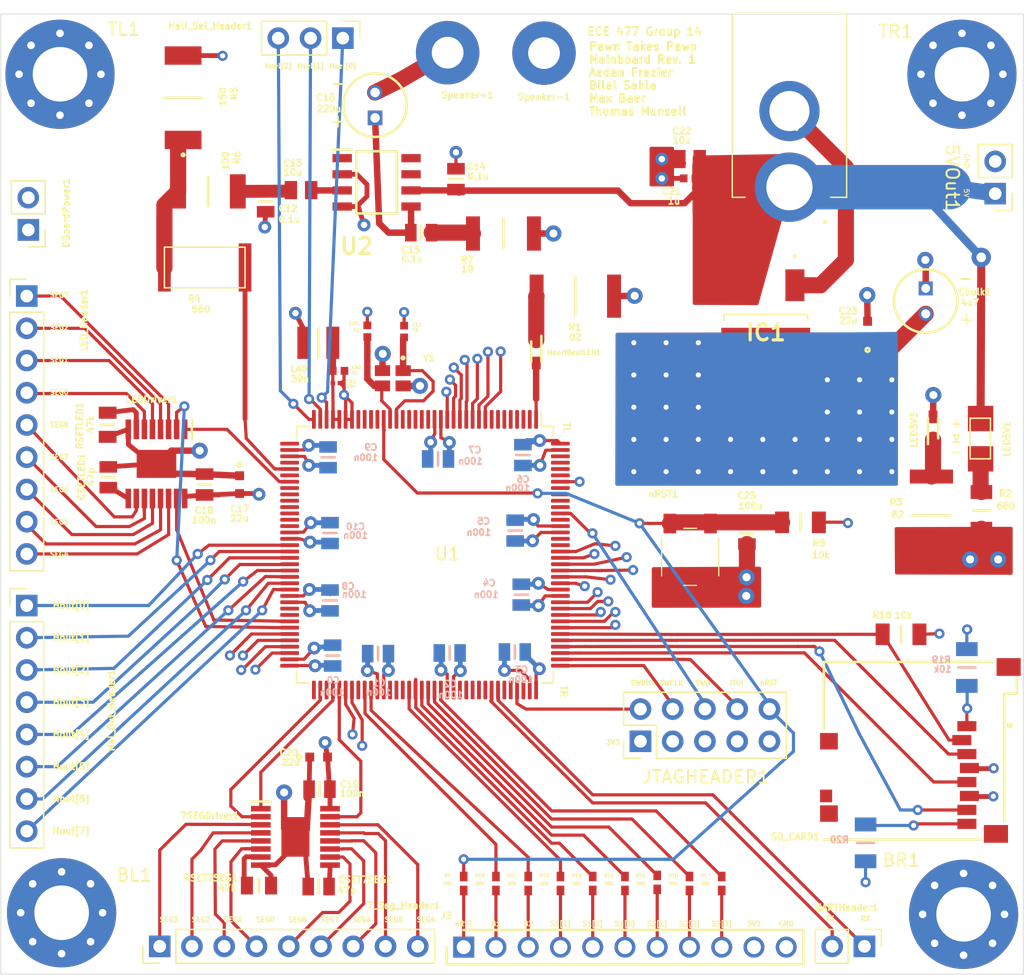
<source format=kicad_pcb>
(kicad_pcb (version 20171130) (host pcbnew "(5.1.10)-1")
  (layers (0 F.Cu signal) (1 In1.Cu power hide) (2 In2.Cu power hide) (31 B.Cu signal) (34 B.Paste user) (35 F.Paste user) (36 B.SilkS user) (37 F.SilkS user) (38 B.Mask user) (39 F.Mask user) (44 Edge.Cuts user hide))
  (net 0 "")
  (net 1 "Net-(U1-Pad2)")
  (net 2 "Net-(U1-Pad3)")
  (net 3 GND)
  (net 4 "Net-(U1-Pad5)")
  (net 5 "Net-(U1-Pad6)")
  (net 6 "Net-(U1-Pad7)")
  (net 7 "Net-(U1-Pad8)")
  (net 8 "Net-(U1-Pad10)")
  (net 9 "Net-(U1-Pad11)")
  (net 10 "Net-(U1-Pad14)")
  (net 11 "Net-(U1-Pad15)")
  (net 12 "Net-(U1-Pad18)")
  (net 13 "Net-(U1-Pad19)")
  (net 14 "Net-(U1-Pad20)")
  (net 15 "Net-(U1-Pad21)")
  (net 16 "Net-(U1-Pad22)")
  (net 17 +5V)
  (net 18 "Net-(U1-Pad142)")
  (net 19 "Net-(U1-Pad141)")
  (net 20 "Net-(U1-Pad140)")
  (net 21 "Net-(U1-Pad139)")
  (net 22 "Net-(U1-Pad137)")
  (net 23 "Net-(U1-Pad136)")
  (net 24 "Net-(U1-Pad135)")
  (net 25 "Net-(U1-Pad132)")
  (net 26 "Net-(U1-Pad129)")
  (net 27 "Net-(U1-Pad128)")
  (net 28 "Net-(U1-Pad127)")
  (net 29 "Net-(U1-Pad126)")
  (net 30 "Net-(U1-Pad125)")
  (net 31 "Net-(U1-Pad124)")
  (net 32 "Net-(U1-Pad123)")
  (net 33 "Net-(U1-Pad122)")
  (net 34 "Net-(U1-Pad119)")
  (net 35 "Net-(U1-Pad118)")
  (net 36 "Net-(U1-Pad117)")
  (net 37 "Net-(U1-Pad116)")
  (net 38 "Net-(U1-Pad115)")
  (net 39 "Net-(U1-Pad99)")
  (net 40 "Net-(U1-Pad98)")
  (net 41 "Net-(U1-Pad97)")
  (net 42 "Net-(U1-Pad96)")
  (net 43 "Net-(U1-Pad86)")
  (net 44 "Net-(U1-Pad85)")
  (net 45 "Net-(U1-Pad80)")
  (net 46 "Net-(U1-Pad79)")
  (net 47 "Net-(U1-Pad78)")
  (net 48 "Net-(U1-Pad75)")
  (net 49 "Net-(U1-Pad70)")
  (net 50 "Net-(U1-Pad69)")
  (net 51 "Net-(U1-Pad68)")
  (net 52 "Net-(U1-Pad67)")
  (net 53 "Net-(U1-Pad64)")
  (net 54 "Net-(U1-Pad63)")
  (net 55 "Net-(U1-Pad50)")
  (net 56 "Net-(U1-Pad49)")
  (net 57 "Net-(U1-Pad48)")
  (net 58 "Net-(U1-Pad47)")
  (net 59 "Net-(U1-Pad46)")
  (net 60 "Net-(U1-Pad45)")
  (net 61 "Net-(U1-Pad44)")
  (net 62 "Net-(U1-Pad29)")
  (net 63 "Net-(U1-Pad28)")
  (net 64 "Net-(U1-Pad27)")
  (net 65 "Net-(U1-Pad26)")
  (net 66 "Net-(U1-Pad13)")
  (net 67 "Net-(U1-Pad12)")
  (net 68 "Net-(U1-Pad9)")
  (net 69 "Net-(U1-Pad4)")
  (net 70 +3V3)
  (net 71 "Net-(LED3V3-Pad1)")
  (net 72 "Net-(LED5V1-Pad1)")
  (net 73 nRST)
  (net 74 JTDO-SWO)
  (net 75 JTDI)
  (net 76 JTCK-SWCLK)
  (net 77 JTMS-SWDIO)
  (net 78 "Net-(U1-Pad104)")
  (net 79 "Net-(U1-Pad103)")
  (net 80 "Net-(U1-Pad100)")
  (net 81 "Net-(U1-Pad42)")
  (net 82 +3.3VA)
  (net 83 SPI2_MOSI)
  (net 84 SPI2_SCK)
  (net 85 /SEG3_7SEG)
  (net 86 /SEG2_7SEG)
  (net 87 /SEG1_7SEG)
  (net 88 /SEG0_7SEG)
  (net 89 "Net-(7SEGDriver1-Pad7)")
  (net 90 "Net-(7SEGDriver1-Pad9)")
  (net 91 /SEG8_7SEG)
  (net 92 /SEG7_7SEG)
  (net 93 /SEG6_7SEG)
  (net 94 /SEG5_7SEG)
  (net 95 /SEG4_7SEG)
  (net 96 SPI2_NSS)
  (net 97 "Net-(JTAGHEADER1-Pad7)")
  (net 98 SPI1_NSS)
  (net 99 /SEG4_LED)
  (net 100 /SEG5_LED)
  (net 101 /SEG6_LED)
  (net 102 /SEG7_LED)
  (net 103 /SEG8_LED)
  (net 104 "Net-(CSETLED1-Pad2)")
  (net 105 "Net-(LEDDriver1-Pad7)")
  (net 106 /SEG0_LED)
  (net 107 /SEG1_LED)
  (net 108 /SEG2_LED)
  (net 109 /SEG3_LED)
  (net 110 SPI1_SCK)
  (net 111 SPI1_MOSI)
  (net 112 SPI3_MOSI)
  (net 113 SPI3_SCK)
  (net 114 "Net-(U1-Pad106)")
  (net 115 USART1_RX)
  (net 116 SPI3_NSS)
  (net 117 HALLSEL[2])
  (net 118 HALLSEL[1])
  (net 119 HALLSEL[0])
  (net 120 USART1_TX)
  (net 121 "Net-(C12-Pad1)")
  (net 122 "Net-(C13-Pad1)")
  (net 123 "Net-(C15-Pad2)")
  (net 124 "Net-(C15-Pad1)")
  (net 125 "Net-(R4-Pad1)")
  (net 126 DAC_OUT)
  (net 127 SPI3_MISO)
  (net 128 "Net-(U1-Pad40)")
  (net 129 "Net-(U1-Pad134)")
  (net 130 HALLOUT[0])
  (net 131 HALLOUT[1])
  (net 132 HALLOUT[2])
  (net 133 HALLOUT[3])
  (net 134 HALLOUT[4])
  (net 135 HALLOUT[5])
  (net 136 HALLOUT[6])
  (net 137 HALLOUT[7])
  (net 138 "Net-(U1-Pad37)")
  (net 139 S1[1])
  (net 140 S1[2])
  (net 141 S1[3])
  (net 142 S2[1])
  (net 143 S2[2])
  (net 144 S2[3])
  (net 145 "Net-(C16-Pad2)")
  (net 146 OSC_IN)
  (net 147 OSC_OUT)
  (net 148 "Net-(HeartBeatLED1-Pad1)")
  (net 149 HeartbeatLED)
  (net 150 "Net-(U2-Pad8)")
  (net 151 "Net-(U2-Pad7)")
  (net 152 "Net-(U2-Pad1)")
  (net 153 "Net-(U1-Pad73)")
  (net 154 B2)
  (net 155 B1)
  (net 156 "Net-(U1-Pad87)")
  (net 157 "Net-(J2-Pad9)")
  (net 158 "Net-(J2-Pad8)")
  (net 159 "Net-(J2-Pad7)")
  (net 160 "Net-(J2-Pad6)")
  (net 161 "Net-(J2-Pad5)")
  (net 162 "Net-(J2-Pad4)")
  (net 163 "Net-(J2-Pad3)")
  (net 164 "Net-(J2-Pad2)")
  (net 165 "Net-(J2-Pad1)")
  (net 166 "Net-(R19-Pad2)")
  (net 167 "Net-(R20-Pad1)")
  (module Main_Board:HDRV11W62P0X254_1X11_2794X240X853P (layer F.Cu) (at 122.555 98.3615)
    (fp_text reference J2 (at -1.397 -2.4765) (layer F.SilkS) (effects (font (size 0.508 0.508) (thickness 0.127))))
    (fp_text value 77311-862-11LF hide)
    (pad 11 thru_hole circle (at 25.4 0) (size 1.65 1.65) (drill 1.1) (layers *.Cu *.Mask) (net 3 GND))
    (pad 10 thru_hole circle (at 22.86 0) (size 1.65 1.65) (drill 1.1) (layers *.Cu *.Mask) (net 70 +3V3))
    (pad 9 thru_hole circle (at 20.32 0) (size 1.65 1.65) (drill 1.1) (layers *.Cu *.Mask) (net 157 "Net-(J2-Pad9)"))
    (pad 8 thru_hole circle (at 17.78 0) (size 1.65 1.65) (drill 1.1) (layers *.Cu *.Mask) (net 158 "Net-(J2-Pad8)"))
    (pad 7 thru_hole circle (at 15.24 0) (size 1.65 1.65) (drill 1.1) (layers *.Cu *.Mask) (net 159 "Net-(J2-Pad7)"))
    (pad 6 thru_hole circle (at 12.7 0) (size 1.65 1.65) (drill 1.1) (layers *.Cu *.Mask) (net 160 "Net-(J2-Pad6)"))
    (pad 5 thru_hole circle (at 10.16 0) (size 1.65 1.65) (drill 1.1) (layers *.Cu *.Mask) (net 161 "Net-(J2-Pad5)"))
    (pad 4 thru_hole circle (at 7.62 0) (size 1.65 1.65) (drill 1.1) (layers *.Cu *.Mask) (net 162 "Net-(J2-Pad4)"))
    (pad 3 thru_hole circle (at 5.08 0) (size 1.65 1.65) (drill 1.1) (layers *.Cu *.Mask) (net 163 "Net-(J2-Pad3)"))
    (pad 2 thru_hole circle (at 2.54 0) (size 1.65 1.65) (drill 1.1) (layers *.Cu *.Mask) (net 164 "Net-(J2-Pad2)"))
    (pad 1 thru_hole rect (at 0 0) (size 1.65 1.65) (drill 1.1) (layers *.Cu *.Mask) (net 165 "Net-(J2-Pad1)"))
  )
  (module Main_Board:PinHeader_1x02_P2.54mm_Vertical (layer F.Cu) (at 88.265 41.8465 180)
    (fp_text reference DBoardPower1 (at -2.9845 1.3335 270) (layer F.SilkS) (effects (font (size 0.508 0.508) (thickness 0.127))))
    (fp_text value Conn_01x02_Male)
    (pad 2 thru_hole oval (at 0 2.54 180) (size 1.7 1.7) (drill 1) (layers *.Cu *.Mask) (net 70 +3V3))
    (pad 1 thru_hole rect (at 0 0 180) (size 1.7 1.7) (drill 1) (layers *.Cu *.Mask) (net 3 GND))
  )
  (module SamacSys_Parts:HSMA-C380 (layer F.Cu) (at 163.70808 54.17058)
    (fp_text reference LED5V1 (at 1.6256 4.1402 90) (layer F.SilkS) (effects (font (size 0.508 0.508) (thickness 0.127))))
    (fp_text value 5V)
    (pad 1 smd rect (at -0.4445 5.715) (size 2 2) (layers F.Cu F.Paste F.Mask) (net 72 "Net-(LED5V1-Pad1)"))
    (pad 2 smd rect (at -0.4445 2.54) (size 2 2) (layers F.Cu F.Paste F.Mask) (net 17 +5V))
  )
  (module CAPC1005X55N (layer F.Cu) (at 114.96548 49.82718 90)
    (fp_text reference C24 (at 0.6096 -1.0922 180) (layer F.SilkS) (effects (font (size 0.254 0.254) (thickness 0.0635))))
    (fp_text value 4p (at 0.127 -0.889 180) (layer F.SilkS) (effects (font (size 0.254 0.254) (thickness 0.0635))))
    (pad 2 smd rect (at 0.46 0 90) (size 0.6 0.62) (layers F.Cu F.Paste F.Mask) (net 3 GND))
    (pad 1 smd rect (at -0.46 0 90) (size 0.6 0.62) (layers F.Cu F.Paste F.Mask) (net 147 OSC_OUT))
  )
  (module Package_QFP:LQFP-144_20x20mm_P0.5mm (layer F.Cu) (at 119.507 67.437 270)
    (fp_text reference U1 (at -0.0762 -1.7653) (layer F.SilkS))
    (fp_text value STM32L152ZCTx)
    (pad 144 smd roundrect (at -8.75 -10.6625 270) (size 0.3 1.475) (layers F.Cu F.Paste F.Mask) (net 70 +3V3))
    (pad 143 smd roundrect (at -8.25 -10.6625 270) (size 0.3 1.475) (layers F.Cu F.Paste F.Mask) (net 3 GND))
    (pad 142 smd roundrect (at -7.75 -10.6625 270) (size 0.3 1.475) (layers F.Cu F.Paste F.Mask) (net 18 "Net-(U1-Pad142)"))
    (pad 141 smd roundrect (at -7.25 -10.6625 270) (size 0.3 1.475) (layers F.Cu F.Paste F.Mask) (net 19 "Net-(U1-Pad141)"))
    (pad 140 smd roundrect (at -6.75 -10.6625 270) (size 0.3 1.475) (layers F.Cu F.Paste F.Mask) (net 20 "Net-(U1-Pad140)"))
    (pad 139 smd roundrect (at -6.25 -10.6625 270) (size 0.3 1.475) (layers F.Cu F.Paste F.Mask) (net 21 "Net-(U1-Pad139)"))
    (pad 138 smd roundrect (at -5.75 -10.6625 270) (size 0.3 1.475) (layers F.Cu F.Paste F.Mask) (net 3 GND))
    (pad 137 smd roundrect (at -5.25 -10.6625 270) (size 0.3 1.475) (layers F.Cu F.Paste F.Mask) (net 22 "Net-(U1-Pad137)"))
    (pad 136 smd roundrect (at -4.75 -10.6625 270) (size 0.3 1.475) (layers F.Cu F.Paste F.Mask) (net 23 "Net-(U1-Pad136)"))
    (pad 135 smd roundrect (at -4.25 -10.6625 270) (size 0.3 1.475) (layers F.Cu F.Paste F.Mask) (net 24 "Net-(U1-Pad135)"))
    (pad 134 smd roundrect (at -3.75 -10.6625 270) (size 0.3 1.475) (layers F.Cu F.Paste F.Mask) (net 129 "Net-(U1-Pad134)"))
    (pad 133 smd roundrect (at -3.25 -10.6625 270) (size 0.3 1.475) (layers F.Cu F.Paste F.Mask) (net 74 JTDO-SWO))
    (pad 132 smd roundrect (at -2.75 -10.6625 270) (size 0.3 1.475) (layers F.Cu F.Paste F.Mask) (net 25 "Net-(U1-Pad132)"))
    (pad 131 smd roundrect (at -2.25 -10.6625 270) (size 0.3 1.475) (layers F.Cu F.Paste F.Mask) (net 70 +3V3))
    (pad 130 smd roundrect (at -1.75 -10.6625 270) (size 0.3 1.475) (layers F.Cu F.Paste F.Mask) (net 3 GND))
    (pad 129 smd roundrect (at -1.25 -10.6625 270) (size 0.3 1.475) (layers F.Cu F.Paste F.Mask) (net 26 "Net-(U1-Pad129)"))
    (pad 128 smd roundrect (at -0.75 -10.6625 270) (size 0.3 1.475) (layers F.Cu F.Paste F.Mask) (net 27 "Net-(U1-Pad128)"))
    (pad 127 smd roundrect (at -0.25 -10.6625 270) (size 0.3 1.475) (layers F.Cu F.Paste F.Mask) (net 28 "Net-(U1-Pad127)"))
    (pad 126 smd roundrect (at 0.25 -10.6625 270) (size 0.3 1.475) (layers F.Cu F.Paste F.Mask) (net 29 "Net-(U1-Pad126)"))
    (pad 125 smd roundrect (at 0.75 -10.6625 270) (size 0.3 1.475) (layers F.Cu F.Paste F.Mask) (net 30 "Net-(U1-Pad125)"))
    (pad 124 smd roundrect (at 1.25 -10.6625 270) (size 0.3 1.475) (layers F.Cu F.Paste F.Mask) (net 31 "Net-(U1-Pad124)"))
    (pad 123 smd roundrect (at 1.75 -10.6625 270) (size 0.3 1.475) (layers F.Cu F.Paste F.Mask) (net 32 "Net-(U1-Pad123)"))
    (pad 122 smd roundrect (at 2.25 -10.6625 270) (size 0.3 1.475) (layers F.Cu F.Paste F.Mask) (net 33 "Net-(U1-Pad122)"))
    (pad 121 smd roundrect (at 2.75 -10.6625 270) (size 0.3 1.475) (layers F.Cu F.Paste F.Mask) (net 70 +3V3))
    (pad 120 smd roundrect (at 3.25 -10.6625 270) (size 0.3 1.475) (layers F.Cu F.Paste F.Mask) (net 3 GND))
    (pad 119 smd roundrect (at 3.75 -10.6625 270) (size 0.3 1.475) (layers F.Cu F.Paste F.Mask) (net 34 "Net-(U1-Pad119)"))
    (pad 118 smd roundrect (at 4.25 -10.6625 270) (size 0.3 1.475) (layers F.Cu F.Paste F.Mask) (net 35 "Net-(U1-Pad118)"))
    (pad 117 smd roundrect (at 4.75 -10.6625 270) (size 0.3 1.475) (layers F.Cu F.Paste F.Mask) (net 36 "Net-(U1-Pad117)"))
    (pad 116 smd roundrect (at 5.25 -10.6625 270) (size 0.3 1.475) (layers F.Cu F.Paste F.Mask) (net 37 "Net-(U1-Pad116)"))
    (pad 115 smd roundrect (at 5.75 -10.6625 270) (size 0.3 1.475) (layers F.Cu F.Paste F.Mask) (net 38 "Net-(U1-Pad115)"))
    (pad 114 smd roundrect (at 6.25 -10.6625 270) (size 0.3 1.475) (layers F.Cu F.Paste F.Mask) (net 116 SPI3_NSS))
    (pad 113 smd roundrect (at 6.75 -10.6625 270) (size 0.3 1.475) (layers F.Cu F.Paste F.Mask) (net 112 SPI3_MOSI))
    (pad 112 smd roundrect (at 7.25 -10.6625 270) (size 0.3 1.475) (layers F.Cu F.Paste F.Mask) (net 127 SPI3_MISO))
    (pad 111 smd roundrect (at 7.75 -10.6625 270) (size 0.3 1.475) (layers F.Cu F.Paste F.Mask) (net 113 SPI3_SCK))
    (pad 110 smd roundrect (at 8.25 -10.6625 270) (size 0.3 1.475) (layers F.Cu F.Paste F.Mask) (net 75 JTDI))
    (pad 109 smd roundrect (at 8.75 -10.6625 270) (size 0.3 1.475) (layers F.Cu F.Paste F.Mask) (net 76 JTCK-SWCLK))
    (pad 108 smd roundrect (at 10.6625 -8.75 270) (size 1.475 0.3) (layers F.Cu F.Paste F.Mask) (net 70 +3V3))
    (pad 107 smd roundrect (at 10.6625 -8.25 270) (size 1.475 0.3) (layers F.Cu F.Paste F.Mask) (net 3 GND))
    (pad 106 smd roundrect (at 10.6625 -7.75 270) (size 1.475 0.3) (layers F.Cu F.Paste F.Mask) (net 114 "Net-(U1-Pad106)"))
    (pad 105 smd roundrect (at 10.6625 -7.25 270) (size 1.475 0.3) (layers F.Cu F.Paste F.Mask) (net 77 JTMS-SWDIO))
    (pad 104 smd roundrect (at 10.6625 -6.75 270) (size 1.475 0.3) (layers F.Cu F.Paste F.Mask) (net 78 "Net-(U1-Pad104)"))
    (pad 103 smd roundrect (at 10.6625 -6.25 270) (size 1.475 0.3) (layers F.Cu F.Paste F.Mask) (net 79 "Net-(U1-Pad103)"))
    (pad 102 smd roundrect (at 10.6625 -5.75 270) (size 1.475 0.3) (layers F.Cu F.Paste F.Mask) (net 115 USART1_RX))
    (pad 101 smd roundrect (at 10.6625 -5.25 270) (size 1.475 0.3) (layers F.Cu F.Paste F.Mask) (net 120 USART1_TX))
    (pad 100 smd roundrect (at 10.6625 -4.75 270) (size 1.475 0.3) (layers F.Cu F.Paste F.Mask) (net 80 "Net-(U1-Pad100)"))
    (pad 99 smd roundrect (at 10.6625 -4.25 270) (size 1.475 0.3) (layers F.Cu F.Paste F.Mask) (net 39 "Net-(U1-Pad99)"))
    (pad 98 smd roundrect (at 10.6625 -3.75 270) (size 1.475 0.3) (layers F.Cu F.Paste F.Mask) (net 40 "Net-(U1-Pad98)"))
    (pad 97 smd roundrect (at 10.6625 -3.25 270) (size 1.475 0.3) (layers F.Cu F.Paste F.Mask) (net 41 "Net-(U1-Pad97)"))
    (pad 96 smd roundrect (at 10.6625 -2.75 270) (size 1.475 0.3) (layers F.Cu F.Paste F.Mask) (net 42 "Net-(U1-Pad96)"))
    (pad 95 smd roundrect (at 10.6625 -2.25 270) (size 1.475 0.3) (layers F.Cu F.Paste F.Mask) (net 70 +3V3))
    (pad 94 smd roundrect (at 10.6625 -1.75 270) (size 1.475 0.3) (layers F.Cu F.Paste F.Mask) (net 3 GND))
    (pad 93 smd roundrect (at 10.6625 -1.25 270) (size 1.475 0.3) (layers F.Cu F.Paste F.Mask) (net 144 S2[3]))
    (pad 92 smd roundrect (at 10.6625 -0.75 270) (size 1.475 0.3) (layers F.Cu F.Paste F.Mask) (net 143 S2[2]))
    (pad 91 smd roundrect (at 10.6625 -0.25 270) (size 1.475 0.3) (layers F.Cu F.Paste F.Mask) (net 142 S2[1]))
    (pad 90 smd roundrect (at 10.6625 0.25 270) (size 1.475 0.3) (layers F.Cu F.Paste F.Mask) (net 141 S1[3]))
    (pad 89 smd roundrect (at 10.6625 0.75 270) (size 1.475 0.3) (layers F.Cu F.Paste F.Mask) (net 140 S1[2]))
    (pad 88 smd roundrect (at 10.6625 1.25 270) (size 1.475 0.3) (layers F.Cu F.Paste F.Mask) (net 139 S1[1]))
    (pad 87 smd roundrect (at 10.6625 1.75 270) (size 1.475 0.3) (layers F.Cu F.Paste F.Mask) (net 156 "Net-(U1-Pad87)"))
    (pad 86 smd roundrect (at 10.6625 2.25 270) (size 1.475 0.3) (layers F.Cu F.Paste F.Mask) (net 43 "Net-(U1-Pad86)"))
    (pad 85 smd roundrect (at 10.6625 2.75 270) (size 1.475 0.3) (layers F.Cu F.Paste F.Mask) (net 44 "Net-(U1-Pad85)"))
    (pad 84 smd roundrect (at 10.6625 3.25 270) (size 1.475 0.3) (layers F.Cu F.Paste F.Mask) (net 70 +3V3))
    (pad 83 smd roundrect (at 10.6625 3.75 270) (size 1.475 0.3) (layers F.Cu F.Paste F.Mask) (net 3 GND))
    (pad 82 smd roundrect (at 10.6625 4.25 270) (size 1.475 0.3) (layers F.Cu F.Paste F.Mask) (net 154 B2))
    (pad 81 smd roundrect (at 10.6625 4.75 270) (size 1.475 0.3) (layers F.Cu F.Paste F.Mask) (net 155 B1))
    (pad 80 smd roundrect (at 10.6625 5.25 270) (size 1.475 0.3) (layers F.Cu F.Paste F.Mask) (net 45 "Net-(U1-Pad80)"))
    (pad 79 smd roundrect (at 10.6625 5.75 270) (size 1.475 0.3) (layers F.Cu F.Paste F.Mask) (net 46 "Net-(U1-Pad79)"))
    (pad 78 smd roundrect (at 10.6625 6.25 270) (size 1.475 0.3) (layers F.Cu F.Paste F.Mask) (net 47 "Net-(U1-Pad78)"))
    (pad 77 smd roundrect (at 10.6625 6.75 270) (size 1.475 0.3) (layers F.Cu F.Paste F.Mask) (net 96 SPI2_NSS))
    (pad 76 smd roundrect (at 10.6625 7.25 270) (size 1.475 0.3) (layers F.Cu F.Paste F.Mask) (net 83 SPI2_MOSI))
    (pad 75 smd roundrect (at 10.6625 7.75 270) (size 1.475 0.3) (layers F.Cu F.Paste F.Mask) (net 48 "Net-(U1-Pad75)"))
    (pad 74 smd roundrect (at 10.6625 8.25 270) (size 1.475 0.3) (layers F.Cu F.Paste F.Mask) (net 84 SPI2_SCK))
    (pad 73 smd roundrect (at 10.6625 8.75 270) (size 1.475 0.3) (layers F.Cu F.Paste F.Mask) (net 153 "Net-(U1-Pad73)"))
    (pad 72 smd roundrect (at 8.75 10.6625 270) (size 0.3 1.475) (layers F.Cu F.Paste F.Mask) (net 70 +3V3))
    (pad 71 smd roundrect (at 8.25 10.6625 270) (size 0.3 1.475) (layers F.Cu F.Paste F.Mask) (net 3 GND))
    (pad 70 smd roundrect (at 7.75 10.6625 270) (size 0.3 1.475) (layers F.Cu F.Paste F.Mask) (net 49 "Net-(U1-Pad70)"))
    (pad 69 smd roundrect (at 7.25 10.6625 270) (size 0.3 1.475) (layers F.Cu F.Paste F.Mask) (net 50 "Net-(U1-Pad69)"))
    (pad 68 smd roundrect (at 6.75 10.6625 270) (size 0.3 1.475) (layers F.Cu F.Paste F.Mask) (net 51 "Net-(U1-Pad68)"))
    (pad 67 smd roundrect (at 6.25 10.6625 270) (size 0.3 1.475) (layers F.Cu F.Paste F.Mask) (net 52 "Net-(U1-Pad67)"))
    (pad 66 smd roundrect (at 5.75 10.6625 270) (size 0.3 1.475) (layers F.Cu F.Paste F.Mask) (net 110 SPI1_SCK))
    (pad 65 smd roundrect (at 5.25 10.6625 270) (size 0.3 1.475) (layers F.Cu F.Paste F.Mask) (net 98 SPI1_NSS))
    (pad 64 smd roundrect (at 4.75 10.6625 270) (size 0.3 1.475) (layers F.Cu F.Paste F.Mask) (net 53 "Net-(U1-Pad64)"))
    (pad 63 smd roundrect (at 4.25 10.6625 270) (size 0.3 1.475) (layers F.Cu F.Paste F.Mask) (net 54 "Net-(U1-Pad63)"))
    (pad 62 smd roundrect (at 3.75 10.6625 270) (size 0.3 1.475) (layers F.Cu F.Paste F.Mask) (net 70 +3V3))
    (pad 61 smd roundrect (at 3.25 10.6625 270) (size 0.3 1.475) (layers F.Cu F.Paste F.Mask) (net 3 GND))
    (pad 60 smd roundrect (at 2.75 10.6625 270) (size 0.3 1.475) (layers F.Cu F.Paste F.Mask) (net 137 HALLOUT[7]))
    (pad 59 smd roundrect (at 2.25 10.6625 270) (size 0.3 1.475) (layers F.Cu F.Paste F.Mask) (net 136 HALLOUT[6]))
    (pad 58 smd roundrect (at 1.75 10.6625 270) (size 0.3 1.475) (layers F.Cu F.Paste F.Mask) (net 135 HALLOUT[5]))
    (pad 57 smd roundrect (at 1.25 10.6625 270) (size 0.3 1.475) (layers F.Cu F.Paste F.Mask) (net 134 HALLOUT[4]))
    (pad 56 smd roundrect (at 0.75 10.6625 270) (size 0.3 1.475) (layers F.Cu F.Paste F.Mask) (net 133 HALLOUT[3]))
    (pad 55 smd roundrect (at 0.25 10.6625 270) (size 0.3 1.475) (layers F.Cu F.Paste F.Mask) (net 132 HALLOUT[2]))
    (pad 54 smd roundrect (at -0.25 10.6625 270) (size 0.3 1.475) (layers F.Cu F.Paste F.Mask) (net 131 HALLOUT[1]))
    (pad 53 smd roundrect (at -0.75 10.6625 270) (size 0.3 1.475) (layers F.Cu F.Paste F.Mask) (net 130 HALLOUT[0]))
    (pad 52 smd roundrect (at -1.25 10.6625 270) (size 0.3 1.475) (layers F.Cu F.Paste F.Mask) (net 70 +3V3))
    (pad 51 smd roundrect (at -1.75 10.6625 270) (size 0.3 1.475) (layers F.Cu F.Paste F.Mask) (net 3 GND))
    (pad 50 smd roundrect (at -2.25 10.6625 270) (size 0.3 1.475) (layers F.Cu F.Paste F.Mask) (net 55 "Net-(U1-Pad50)"))
    (pad 49 smd roundrect (at -2.75 10.6625 270) (size 0.3 1.475) (layers F.Cu F.Paste F.Mask) (net 56 "Net-(U1-Pad49)"))
    (pad 48 smd roundrect (at -3.25 10.6625 270) (size 0.3 1.475) (layers F.Cu F.Paste F.Mask) (net 57 "Net-(U1-Pad48)"))
    (pad 47 smd roundrect (at -3.75 10.6625 270) (size 0.3 1.475) (layers F.Cu F.Paste F.Mask) (net 58 "Net-(U1-Pad47)"))
    (pad 46 smd roundrect (at -4.25 10.6625 270) (size 0.3 1.475) (layers F.Cu F.Paste F.Mask) (net 59 "Net-(U1-Pad46)"))
    (pad 45 smd roundrect (at -4.75 10.6625 270) (size 0.3 1.475) (layers F.Cu F.Paste F.Mask) (net 60 "Net-(U1-Pad45)"))
    (pad 44 smd roundrect (at -5.25 10.6625 270) (size 0.3 1.475) (layers F.Cu F.Paste F.Mask) (net 61 "Net-(U1-Pad44)"))
    (pad 43 smd roundrect (at -5.75 10.6625 270) (size 0.3 1.475) (layers F.Cu F.Paste F.Mask) (net 111 SPI1_MOSI))
    (pad 42 smd roundrect (at -6.25 10.6625 270) (size 0.3 1.475) (layers F.Cu F.Paste F.Mask) (net 81 "Net-(U1-Pad42)"))
    (pad 41 smd roundrect (at -6.75 10.6625 270) (size 0.3 1.475) (layers F.Cu F.Paste F.Mask) (net 126 DAC_OUT))
    (pad 40 smd roundrect (at -7.25 10.6625 270) (size 0.3 1.475) (layers F.Cu F.Paste F.Mask) (net 128 "Net-(U1-Pad40)"))
    (pad 39 smd roundrect (at -7.75 10.6625 270) (size 0.3 1.475) (layers F.Cu F.Paste F.Mask) (net 70 +3V3))
    (pad 38 smd roundrect (at -8.25 10.6625 270) (size 0.3 1.475) (layers F.Cu F.Paste F.Mask) (net 3 GND))
    (pad 37 smd roundrect (at -8.75 10.6625 270) (size 0.3 1.475) (layers F.Cu F.Paste F.Mask) (net 138 "Net-(U1-Pad37)"))
    (pad 36 smd roundrect (at -10.6625 8.75 270) (size 1.475 0.3) (layers F.Cu F.Paste F.Mask) (net 117 HALLSEL[2]))
    (pad 35 smd roundrect (at -10.6625 8.25 270) (size 1.475 0.3) (layers F.Cu F.Paste F.Mask) (net 118 HALLSEL[1]))
    (pad 34 smd roundrect (at -10.6625 7.75 270) (size 1.475 0.3) (layers F.Cu F.Paste F.Mask) (net 119 HALLSEL[0]))
    (pad 33 smd roundrect (at -10.6625 7.25 270) (size 1.475 0.3) (layers F.Cu F.Paste F.Mask) (net 82 +3.3VA))
    (pad 32 smd roundrect (at -10.6625 6.75 270) (size 1.475 0.3) (layers F.Cu F.Paste F.Mask) (net 82 +3.3VA))
    (pad 31 smd roundrect (at -10.6625 6.25 270) (size 1.475 0.3) (layers F.Cu F.Paste F.Mask) (net 3 GND))
    (pad 30 smd roundrect (at -10.6625 5.75 270) (size 1.475 0.3) (layers F.Cu F.Paste F.Mask) (net 3 GND))
    (pad 29 smd roundrect (at -10.6625 5.25 270) (size 1.475 0.3) (layers F.Cu F.Paste F.Mask) (net 62 "Net-(U1-Pad29)"))
    (pad 28 smd roundrect (at -10.6625 4.75 270) (size 1.475 0.3) (layers F.Cu F.Paste F.Mask) (net 63 "Net-(U1-Pad28)"))
    (pad 27 smd roundrect (at -10.6625 4.25 270) (size 1.475 0.3) (layers F.Cu F.Paste F.Mask) (net 64 "Net-(U1-Pad27)"))
    (pad 26 smd roundrect (at -10.6625 3.75 270) (size 1.475 0.3) (layers F.Cu F.Paste F.Mask) (net 65 "Net-(U1-Pad26)"))
    (pad 25 smd roundrect (at -10.6625 3.25 270) (size 1.475 0.3) (layers F.Cu F.Paste F.Mask) (net 73 nRST))
    (pad 24 smd roundrect (at -10.6625 2.75 270) (size 1.475 0.3) (layers F.Cu F.Paste F.Mask) (net 147 OSC_OUT))
    (pad 23 smd roundrect (at -10.6625 2.25 270) (size 1.475 0.3) (layers F.Cu F.Paste F.Mask) (net 146 OSC_IN))
    (pad 22 smd roundrect (at -10.6625 1.75 270) (size 1.475 0.3) (layers F.Cu F.Paste F.Mask) (net 16 "Net-(U1-Pad22)"))
    (pad 21 smd roundrect (at -10.6625 1.25 270) (size 1.475 0.3) (layers F.Cu F.Paste F.Mask) (net 15 "Net-(U1-Pad21)"))
    (pad 20 smd roundrect (at -10.6625 0.75 270) (size 1.475 0.3) (layers F.Cu F.Paste F.Mask) (net 14 "Net-(U1-Pad20)"))
    (pad 19 smd roundrect (at -10.6625 0.25 270) (size 1.475 0.3) (layers F.Cu F.Paste F.Mask) (net 13 "Net-(U1-Pad19)"))
    (pad 18 smd roundrect (at -10.6625 -0.25 270) (size 1.475 0.3) (layers F.Cu F.Paste F.Mask) (net 12 "Net-(U1-Pad18)"))
    (pad 17 smd roundrect (at -10.6625 -0.75 270) (size 1.475 0.3) (layers F.Cu F.Paste F.Mask) (net 70 +3V3))
    (pad 16 smd roundrect (at -10.6625 -1.25 270) (size 1.475 0.3) (layers F.Cu F.Paste F.Mask) (net 3 GND))
    (pad 15 smd roundrect (at -10.6625 -1.75 270) (size 1.475 0.3) (layers F.Cu F.Paste F.Mask) (net 11 "Net-(U1-Pad15)"))
    (pad 14 smd roundrect (at -10.6625 -2.25 270) (size 1.475 0.3) (layers F.Cu F.Paste F.Mask) (net 10 "Net-(U1-Pad14)"))
    (pad 13 smd roundrect (at -10.6625 -2.75 270) (size 1.475 0.3) (layers F.Cu F.Paste F.Mask) (net 66 "Net-(U1-Pad13)"))
    (pad 12 smd roundrect (at -10.6625 -3.25 270) (size 1.475 0.3) (layers F.Cu F.Paste F.Mask) (net 67 "Net-(U1-Pad12)"))
    (pad 11 smd roundrect (at -10.6625 -3.75 270) (size 1.475 0.3) (layers F.Cu F.Paste F.Mask) (net 9 "Net-(U1-Pad11)"))
    (pad 10 smd roundrect (at -10.6625 -4.25 270) (size 1.475 0.3) (layers F.Cu F.Paste F.Mask) (net 8 "Net-(U1-Pad10)"))
    (pad 9 smd roundrect (at -10.6625 -4.75 270) (size 1.475 0.3) (layers F.Cu F.Paste F.Mask) (net 68 "Net-(U1-Pad9)"))
    (pad 8 smd roundrect (at -10.6625 -5.25 270) (size 1.475 0.3) (layers F.Cu F.Paste F.Mask) (net 7 "Net-(U1-Pad8)"))
    (pad 7 smd roundrect (at -10.6625 -5.75 270) (size 1.475 0.3) (layers F.Cu F.Paste F.Mask) (net 6 "Net-(U1-Pad7)"))
    (pad 6 smd roundrect (at -10.6625 -6.25 270) (size 1.475 0.3) (layers F.Cu F.Paste F.Mask) (net 5 "Net-(U1-Pad6)"))
    (pad 5 smd roundrect (at -10.6625 -6.75 270) (size 1.475 0.3) (layers F.Cu F.Paste F.Mask) (net 4 "Net-(U1-Pad5)"))
    (pad 4 smd roundrect (at -10.6625 -7.25 270) (size 1.475 0.3) (layers F.Cu F.Paste F.Mask) (net 69 "Net-(U1-Pad4)"))
    (pad 3 smd roundrect (at -10.6625 -7.75 270) (size 1.475 0.3) (layers F.Cu F.Paste F.Mask) (net 2 "Net-(U1-Pad3)"))
    (pad 2 smd roundrect (at -10.6625 -8.25 270) (size 1.475 0.3) (layers F.Cu F.Paste F.Mask) (net 1 "Net-(U1-Pad2)"))
    (pad 1 smd roundrect (at -10.6625 -8.75 270) (size 1.475 0.3) (layers F.Cu F.Paste F.Mask) (net 149 HeartbeatLED))
  )
  (module SamacSys_Parts:CRGCQ2512F3K3 (layer F.Cu) (at 101.981 41.4274)
    (fp_text reference R4 (at -0.635 5.842) (layer F.SilkS) (effects (font (size 0.508 0.508) (thickness 0.127))))
    (fp_text value 560 (at -0.127 6.6548) (layer F.SilkS) (effects (font (size 0.508 0.508) (thickness 0.127))))
    (pad 2 smd rect (at 3.3528 3.3782) (size 1 3.8) (layers F.Cu F.Paste F.Mask) (net 126 DAC_OUT))
    (pad 1 smd rect (at -2.9972 3.3782) (size 1 3.8) (layers F.Cu F.Paste F.Mask) (net 125 "Net-(R4-Pad1)"))
  )
  (module SamacSys_Parts:SOIC127P600X175-8N (layer F.Cu) (at 115.697 38.1)
    (fp_text reference U2 (at -1.5748 5.0292) (layer F.SilkS) (effects (font (size 1.27 1.27) (thickness 0.254))))
    (fp_text value LM386 hide)
    (pad 8 smd rect (at 2.711 -1.905 90) (size 0.65 1.528) (layers F.Cu F.Paste F.Mask) (net 150 "Net-(U2-Pad8)"))
    (pad 7 smd rect (at 2.711 -0.635 90) (size 0.65 1.528) (layers F.Cu F.Paste F.Mask) (net 151 "Net-(U2-Pad7)"))
    (pad 6 smd rect (at 2.711 0.635 90) (size 0.65 1.528) (layers F.Cu F.Paste F.Mask) (net 17 +5V))
    (pad 5 smd rect (at 2.711 1.905 90) (size 0.65 1.528) (layers F.Cu F.Paste F.Mask) (net 124 "Net-(C15-Pad1)"))
    (pad 4 smd rect (at -2.711 1.905 90) (size 0.65 1.528) (layers F.Cu F.Paste F.Mask) (net 3 GND))
    (pad 3 smd rect (at -2.711 0.635 90) (size 0.65 1.528) (layers F.Cu F.Paste F.Mask) (net 122 "Net-(C13-Pad1)"))
    (pad 2 smd rect (at -2.711 -0.635 90) (size 0.65 1.528) (layers F.Cu F.Paste F.Mask) (net 3 GND))
    (pad 1 smd rect (at -2.711 -1.905 90) (size 0.65 1.528) (layers F.Cu F.Paste F.Mask) (net 152 "Net-(U2-Pad1)"))
  )
  (module Main_Board:PJ037A (layer F.Cu) (at 148.209 38.481 270)
    (fp_text reference J1 (at -5.45 0 90) (layer F.SilkS) (effects (font (size 1.27 1.27) (thickness 0.254))))
    (fp_text value PJ-037A hide)
    (pad 2 thru_hole circle (at -6 0 270) (size 4.74 4.74) (drill 3.16) (layers *.Cu *.Mask) (net 3 GND))
    (pad 1 thru_hole circle (at 0 0 270) (size 5.46 5.46) (drill 3.64) (layers *.Cu *.Mask) (net 17 +5V))
  )
  (module SamacSys_Parts:CAPC2012X95N (layer B.Cu) (at 111.8743 59.7662 270)
    (fp_text reference C9 (at -0.79502 -3.37058 180) (layer B.SilkS) (effects (font (size 0.508 0.508) (thickness 0.127)) (justify mirror)))
    (fp_text value 100n (at 0.01778 -2.96418 180) (layer B.SilkS) (effects (font (size 0.508 0.508) (thickness 0.127)) (justify mirror)))
    (pad 2 smd rect (at 0.82 0 270) (size 0.91 1.39) (layers B.Cu B.Paste B.Mask) (net 70 +3V3))
    (pad 1 smd rect (at -0.82 0 270) (size 0.91 1.39) (layers B.Cu B.Paste B.Mask) (net 3 GND))
  )
  (module PTS647SM50SMTR2LFS (layer F.Cu) (at 140.39088 67.60718 270)
    (fp_text reference nRST1 (at -4.953 2.1082 180) (layer F.SilkS) (effects (font (size 0.508 0.508) (thickness 0.127))))
    (fp_text value A hide)
    (pad 1 smd rect (at -2.625 -1.6) (size 1 1.55) (layers F.Cu F.Paste F.Mask) (net 73 nRST))
    (pad 2 smd rect (at -2.625 1.6) (size 1 1.55) (layers F.Cu F.Paste F.Mask) (net 73 nRST))
    (pad 3 smd rect (at 2.625 1.6) (size 1 1.55) (layers F.Cu F.Paste F.Mask) (net 3 GND))
    (pad 4 smd rect (at 2.625 -1.6) (size 1 1.55) (layers F.Cu F.Paste F.Mask) (net 3 GND))
  )
  (module SamacSys_Parts:CAPC2012X95N (layer F.Cu) (at 144.86128 65.77838 90)
    (fp_text reference C25 (at 2.9972 0 180) (layer F.SilkS) (effects (font (size 0.508 0.508) (thickness 0.127))))
    (fp_text value 100n (at 2.1844 0.2794 180) (layer F.SilkS) (effects (font (size 0.508 0.508) (thickness 0.127))))
    (pad 1 smd rect (at -0.82 0 90) (size 0.91 1.39) (layers F.Cu F.Paste F.Mask) (net 3 GND))
    (pad 2 smd rect (at 0.82 0 90) (size 0.91 1.39) (layers F.Cu F.Paste F.Mask) (net 73 nRST))
  )
  (module SamacSys_Parts:CAPC2012X95N (layer F.Cu) (at 119.2094 42.0624)
    (fp_text reference C15 (at -0.81788 1.35636) (layer F.SilkS) (effects (font (size 0.508 0.508) (thickness 0.127))))
    (fp_text value 0.1u (at -0.70612 2.05486) (layer F.SilkS) (effects (font (size 0.508 0.508) (thickness 0.127))))
    (pad 2 smd rect (at 0.82 0) (size 0.91 1.39) (layers F.Cu F.Paste F.Mask) (net 123 "Net-(C15-Pad2)"))
    (pad 1 smd rect (at -0.82 0) (size 0.91 1.39) (layers F.Cu F.Paste F.Mask) (net 124 "Net-(C15-Pad1)"))
  )
  (module SamacSys_Parts:CAPC2012X95N (layer F.Cu) (at 106.9594 39.59632 270)
    (fp_text reference C12 (at 0.56616 -1.75768 180) (layer F.SilkS) (effects (font (size 0.508 0.508) (thickness 0.127))))
    (fp_text value 0.1u (at 1.41706 -1.85928 180) (layer F.SilkS) (effects (font (size 0.508 0.508) (thickness 0.127))))
    (pad 2 smd rect (at 0.82 0 270) (size 0.91 1.39) (layers F.Cu F.Paste F.Mask) (net 3 GND))
    (pad 1 smd rect (at -0.82 0 270) (size 0.91 1.39) (layers F.Cu F.Paste F.Mask) (net 121 "Net-(C12-Pad1)"))
  )
  (module SamacSys_Parts:CAPPRD200W52D500H1250 (layer F.Cu) (at 158.9405 46.4566 270)
    (fp_text reference Cbulk1 (at 0.27432 -3.86842 180) (layer F.SilkS) (effects (font (size 0.508 0.508) (thickness 0.127))))
    (fp_text value 4u7 (at 1.10998 -3.48234 180) (layer F.SilkS) (effects (font (size 0.508 0.508) (thickness 0.127))))
    (pad 1 thru_hole rect (at 0 0 270) (size 1.1 1.1) (drill 0.7) (layers *.Cu *.Mask) (net 3 GND))
    (pad 2 thru_hole circle (at 2 0 270) (size 1.1 1.1) (drill 0.7) (layers *.Cu *.Mask) (net 70 +3V3))
  )
  (module MountingHole:MountingHole_4.3mm_M4_Pad_Via (layer F.Cu) (at 90.88882 95.65132)
    (fp_text reference BL1 (at 5.70738 -2.96672) (layer F.SilkS))
    (fp_text value MountingHole_Pad)
    (pad 1 thru_hole circle (at 0 0) (size 8.6 8.6) (drill 4.3) (layers *.Cu *.Mask) (net 3 GND))
    (pad 1 thru_hole circle (at 3.225 0) (size 0.9 0.9) (drill 0.6) (layers *.Cu *.Mask) (net 3 GND))
    (pad 1 thru_hole circle (at 2.280419 2.280419) (size 0.9 0.9) (drill 0.6) (layers *.Cu *.Mask) (net 3 GND))
    (pad 1 thru_hole circle (at 0 3.225) (size 0.9 0.9) (drill 0.6) (layers *.Cu *.Mask) (net 3 GND))
    (pad 1 thru_hole circle (at -2.280419 2.280419) (size 0.9 0.9) (drill 0.6) (layers *.Cu *.Mask) (net 3 GND))
    (pad 1 thru_hole circle (at -3.225 0) (size 0.9 0.9) (drill 0.6) (layers *.Cu *.Mask) (net 3 GND))
    (pad 1 thru_hole circle (at -2.280419 -2.280419) (size 0.9 0.9) (drill 0.6) (layers *.Cu *.Mask) (net 3 GND))
    (pad 1 thru_hole circle (at 0 -3.225) (size 0.9 0.9) (drill 0.6) (layers *.Cu *.Mask) (net 3 GND))
    (pad 1 thru_hole circle (at 2.280419 -2.280419) (size 0.9 0.9) (drill 0.6) (layers *.Cu *.Mask) (net 3 GND))
  )
  (module MountingHole:MountingHole_4.3mm_M4_Pad_Via (layer F.Cu) (at 161.92246 95.77578)
    (fp_text reference BR1 (at -4.89966 -4.25958) (layer F.SilkS))
    (fp_text value MountingHole_Pad)
    (pad 1 thru_hole circle (at 2.280419 -2.280419) (size 0.9 0.9) (drill 0.6) (layers *.Cu *.Mask) (net 3 GND))
    (pad 1 thru_hole circle (at 0 -3.225) (size 0.9 0.9) (drill 0.6) (layers *.Cu *.Mask) (net 3 GND))
    (pad 1 thru_hole circle (at -2.280419 -2.280419) (size 0.9 0.9) (drill 0.6) (layers *.Cu *.Mask) (net 3 GND))
    (pad 1 thru_hole circle (at -3.225 0) (size 0.9 0.9) (drill 0.6) (layers *.Cu *.Mask) (net 3 GND))
    (pad 1 thru_hole circle (at -2.280419 2.280419) (size 0.9 0.9) (drill 0.6) (layers *.Cu *.Mask) (net 3 GND))
    (pad 1 thru_hole circle (at 0 3.225) (size 0.9 0.9) (drill 0.6) (layers *.Cu *.Mask) (net 3 GND))
    (pad 1 thru_hole circle (at 2.280419 2.280419) (size 0.9 0.9) (drill 0.6) (layers *.Cu *.Mask) (net 3 GND))
    (pad 1 thru_hole circle (at 3.225 0) (size 0.9 0.9) (drill 0.6) (layers *.Cu *.Mask) (net 3 GND))
    (pad 1 thru_hole circle (at 0 0) (size 8.6 8.6) (drill 4.3) (layers *.Cu *.Mask) (net 3 GND))
  )
  (module MountingHole:MountingHole_4.3mm_M4_Pad_Via (layer F.Cu) (at 90.76182 29.58338)
    (fp_text reference TL1 (at 5.02158 -3.54838) (layer F.SilkS))
    (fp_text value MountingHole_Pad)
    (pad 1 thru_hole circle (at 0 0) (size 8.6 8.6) (drill 4.3) (layers *.Cu *.Mask) (net 3 GND))
    (pad 1 thru_hole circle (at 3.225 0) (size 0.9 0.9) (drill 0.6) (layers *.Cu *.Mask) (net 3 GND))
    (pad 1 thru_hole circle (at 2.280419 2.280419) (size 0.9 0.9) (drill 0.6) (layers *.Cu *.Mask) (net 3 GND))
    (pad 1 thru_hole circle (at 0 3.225) (size 0.9 0.9) (drill 0.6) (layers *.Cu *.Mask) (net 3 GND))
    (pad 1 thru_hole circle (at -2.280419 2.280419) (size 0.9 0.9) (drill 0.6) (layers *.Cu *.Mask) (net 3 GND))
    (pad 1 thru_hole circle (at -3.225 0) (size 0.9 0.9) (drill 0.6) (layers *.Cu *.Mask) (net 3 GND))
    (pad 1 thru_hole circle (at -2.280419 -2.280419) (size 0.9 0.9) (drill 0.6) (layers *.Cu *.Mask) (net 3 GND))
    (pad 1 thru_hole circle (at 0 -3.225) (size 0.9 0.9) (drill 0.6) (layers *.Cu *.Mask) (net 3 GND))
    (pad 1 thru_hole circle (at 2.280419 -2.280419) (size 0.9 0.9) (drill 0.6) (layers *.Cu *.Mask) (net 3 GND))
  )
  (module MountingHole:MountingHole_4.3mm_M4_Pad_Via (layer F.Cu) (at 161.79546 29.58338)
    (fp_text reference TR1 (at -5.207 -3.3655) (layer F.SilkS))
    (fp_text value MountingHole_Pad)
    (pad 1 thru_hole circle (at 2.280419 -2.280419) (size 0.9 0.9) (drill 0.6) (layers *.Cu *.Mask) (net 3 GND))
    (pad 1 thru_hole circle (at 0 -3.225) (size 0.9 0.9) (drill 0.6) (layers *.Cu *.Mask) (net 3 GND))
    (pad 1 thru_hole circle (at -2.280419 -2.280419) (size 0.9 0.9) (drill 0.6) (layers *.Cu *.Mask) (net 3 GND))
    (pad 1 thru_hole circle (at -3.225 0) (size 0.9 0.9) (drill 0.6) (layers *.Cu *.Mask) (net 3 GND))
    (pad 1 thru_hole circle (at -2.280419 2.280419) (size 0.9 0.9) (drill 0.6) (layers *.Cu *.Mask) (net 3 GND))
    (pad 1 thru_hole circle (at 0 3.225) (size 0.9 0.9) (drill 0.6) (layers *.Cu *.Mask) (net 3 GND))
    (pad 1 thru_hole circle (at 2.280419 2.280419) (size 0.9 0.9) (drill 0.6) (layers *.Cu *.Mask) (net 3 GND))
    (pad 1 thru_hole circle (at 3.225 0) (size 0.9 0.9) (drill 0.6) (layers *.Cu *.Mask) (net 3 GND))
    (pad 1 thru_hole circle (at 0 0) (size 8.6 8.6) (drill 4.3) (layers *.Cu *.Mask) (net 3 GND))
  )
  (module SamacSys_Parts:CAPC1005X55N (layer F.Cu) (at 112.70488 52.95138)
    (fp_text reference CA0 (at 1.397 -0.254 180) (layer F.SilkS) (effects (font (size 0.254 0.254) (thickness 0.0635))))
    (fp_text value 1u (at 1.27 0.127 180) (layer F.SilkS) (effects (font (size 0.254 0.254) (thickness 0.0635))))
    (pad 2 smd rect (at 0.46 0) (size 0.6 0.62) (layers F.Cu F.Paste F.Mask) (net 3 GND))
    (pad 1 smd rect (at -0.46 0) (size 0.6 0.62) (layers F.Cu F.Paste F.Mask) (net 82 +3.3VA))
  )
  (module SamacSys_Parts:CAPC2012X95N (layer B.Cu) (at 112.2299 75.3872 270)
    (fp_text reference C0 (at 1.9558 -0.0508 180) (layer B.SilkS) (effects (font (size 0.508 0.508) (thickness 0.127)) (justify mirror)))
    (fp_text value 100n (at 2.8956 0.0508 180) (layer B.SilkS) (effects (font (size 0.508 0.508) (thickness 0.127)) (justify mirror)))
    (pad 2 smd rect (at 0.82 0 270) (size 0.91 1.39) (layers B.Cu B.Paste B.Mask) (net 70 +3V3))
    (pad 1 smd rect (at -0.82 0 270) (size 0.91 1.39) (layers B.Cu B.Paste B.Mask) (net 3 GND))
  )
  (module SamacSys_Parts:CAPC2012X95N (layer B.Cu) (at 115.8113 75.2348)
    (fp_text reference C1 (at 0.0762 2.3114) (layer B.SilkS) (effects (font (size 0.508 0.508) (thickness 0.127)) (justify mirror)))
    (fp_text value 100n (at 0.0508 3.048 180) (layer B.SilkS) (effects (font (size 0.508 0.508) (thickness 0.127)) (justify mirror)))
    (pad 1 smd rect (at -0.82 0) (size 0.91 1.39) (layers B.Cu B.Paste B.Mask) (net 3 GND))
    (pad 2 smd rect (at 0.82 0) (size 0.91 1.39) (layers B.Cu B.Paste B.Mask) (net 70 +3V3))
  )
  (module SamacSys_Parts:CAPC2012X95N (layer B.Cu) (at 121.4501 75.184)
    (fp_text reference C2 (at 0.0508 2.4384) (layer B.SilkS) (effects (font (size 0.508 0.508) (thickness 0.127)) (justify mirror)))
    (fp_text value 100n (at 0.0762 3.302) (layer B.SilkS) (effects (font (size 0.508 0.508) (thickness 0.127)) (justify mirror)))
    (pad 2 smd rect (at 0.82 0) (size 0.91 1.39) (layers B.Cu B.Paste B.Mask) (net 70 +3V3))
    (pad 1 smd rect (at -0.82 0) (size 0.91 1.39) (layers B.Cu B.Paste B.Mask) (net 3 GND))
  )
  (module SamacSys_Parts:CAPC2012X95N (layer B.Cu) (at 126.5809 75.1078)
    (fp_text reference C3 (at 0.5334 1.397) (layer B.SilkS) (effects (font (size 0.508 0.508) (thickness 0.127)) (justify mirror)))
    (fp_text value 100n (at 0.4826 2.159) (layer B.SilkS) (effects (font (size 0.508 0.508) (thickness 0.127)) (justify mirror)))
    (pad 1 smd rect (at -0.82 0) (size 0.91 1.39) (layers B.Cu B.Paste B.Mask) (net 3 GND))
    (pad 2 smd rect (at 0.82 0) (size 0.91 1.39) (layers B.Cu B.Paste B.Mask) (net 70 +3V3))
  )
  (module SamacSys_Parts:CAPC2012X95N (layer B.Cu) (at 127.0889 70.5866 90)
    (fp_text reference C4 (at 0.9144 -2.5273 180) (layer B.SilkS) (effects (font (size 0.508 0.508) (thickness 0.127)) (justify mirror)))
    (fp_text value 100n (at 0 -2.7686 180) (layer B.SilkS) (effects (font (size 0.508 0.508) (thickness 0.127)) (justify mirror)))
    (pad 2 smd rect (at 0.82 0 90) (size 0.91 1.39) (layers B.Cu B.Paste B.Mask) (net 70 +3V3))
    (pad 1 smd rect (at -0.82 0 90) (size 0.91 1.39) (layers B.Cu B.Paste B.Mask) (net 3 GND))
  )
  (module SamacSys_Parts:CAPC2012X95N (layer B.Cu) (at 126.6063 65.5392 90)
    (fp_text reference C5 (at 0.7438 -2.4892 180) (layer B.SilkS) (effects (font (size 0.508 0.508) (thickness 0.127)) (justify mirror)))
    (fp_text value 100n (at -0.1452 -2.8702 180) (layer B.SilkS) (effects (font (size 0.508 0.508) (thickness 0.127)) (justify mirror)))
    (pad 1 smd rect (at -0.82 0 90) (size 0.91 1.39) (layers B.Cu B.Paste B.Mask) (net 3 GND))
    (pad 2 smd rect (at 0.82 0 90) (size 0.91 1.39) (layers B.Cu B.Paste B.Mask) (net 70 +3V3))
  )
  (module SamacSys_Parts:CAPC2012X95N (layer B.Cu) (at 127.2159 59.5884 90)
    (fp_text reference C6 (at -1.905 0.0127 180) (layer B.SilkS) (effects (font (size 0.508 0.508) (thickness 0.127)) (justify mirror)))
    (fp_text value 100n (at -2.5908 -0.4191 180) (layer B.SilkS) (effects (font (size 0.508 0.508) (thickness 0.127)) (justify mirror)))
    (pad 1 smd rect (at -0.82 0 90) (size 0.91 1.39) (layers B.Cu B.Paste B.Mask) (net 3 GND))
    (pad 2 smd rect (at 0.82 0 90) (size 0.91 1.39) (layers B.Cu B.Paste B.Mask) (net 70 +3V3))
  )
  (module SamacSys_Parts:CAPC2012X95N (layer B.Cu) (at 120.5357 59.8932 180)
    (fp_text reference C7 (at -2.8956 0.7112) (layer B.SilkS) (effects (font (size 0.508 0.508) (thickness 0.127)) (justify mirror)))
    (fp_text value 100n (at -2.54 -0.1778) (layer B.SilkS) (effects (font (size 0.508 0.508) (thickness 0.127)) (justify mirror)))
    (pad 2 smd rect (at 0.82 0 180) (size 0.91 1.39) (layers B.Cu B.Paste B.Mask) (net 70 +3V3))
    (pad 1 smd rect (at -0.82 0 180) (size 0.91 1.39) (layers B.Cu B.Paste B.Mask) (net 3 GND))
  )
  (module SamacSys_Parts:CAPC2012X95N (layer B.Cu) (at 112.0267 71.0438 270)
    (fp_text reference C8 (at -1.1176 -1.4224 180) (layer B.SilkS) (effects (font (size 0.508 0.508) (thickness 0.127)) (justify mirror)))
    (fp_text value 100n (at -0.4826 -1.905 180) (layer B.SilkS) (effects (font (size 0.508 0.508) (thickness 0.127)) (justify mirror)))
    (pad 1 smd rect (at -0.82 0 270) (size 0.91 1.39) (layers B.Cu B.Paste B.Mask) (net 3 GND))
    (pad 2 smd rect (at 0.82 0 270) (size 0.91 1.39) (layers B.Cu B.Paste B.Mask) (net 70 +3V3))
  )
  (module SamacSys_Parts:CAPC2012X95N (layer B.Cu) (at 112.0267 65.7352 270)
    (fp_text reference C10 (at -0.508 -2.0066) (layer B.SilkS) (effects (font (size 0.508 0.508) (thickness 0.127)) (justify mirror)))
    (fp_text value 100n (at 0.1778 -2.0066 180) (layer B.SilkS) (effects (font (size 0.508 0.508) (thickness 0.127)) (justify mirror)))
    (pad 1 smd rect (at -0.82 0 270) (size 0.91 1.39) (layers B.Cu B.Paste B.Mask) (net 3 GND))
    (pad 2 smd rect (at 0.82 0 270) (size 0.91 1.39) (layers B.Cu B.Paste B.Mask) (net 70 +3V3))
  )
  (module SamacSys_Parts:CAPC2012X140N (layer F.Cu) (at 109.74324 38.7096 180)
    (fp_text reference C13 (at 0.6604 2.13106) (layer F.SilkS) (effects (font (size 0.508 0.508) (thickness 0.127))))
    (fp_text value 10u (at 0.6604 1.39446) (layer F.SilkS) (effects (font (size 0.508 0.508) (thickness 0.127))))
    (pad 2 smd rect (at 0.8 0 180) (size 0.98 1.43) (layers F.Cu F.Paste F.Mask) (net 121 "Net-(C12-Pad1)"))
    (pad 1 smd rect (at -0.8 0 180) (size 0.98 1.43) (layers F.Cu F.Paste F.Mask) (net 122 "Net-(C13-Pad1)"))
  )
  (module SamacSys_Parts:CAPC2012X95N (layer F.Cu) (at 121.9454 37.84854 270)
    (fp_text reference C14 (at -0.98806 -1.61544 180) (layer F.SilkS) (effects (font (size 0.508 0.508) (thickness 0.127))))
    (fp_text value 0.1u (at -0.22352 -1.74752 180) (layer F.SilkS) (effects (font (size 0.508 0.508) (thickness 0.127))))
    (pad 2 smd rect (at 0.82 0 270) (size 0.91 1.39) (layers F.Cu F.Paste F.Mask) (net 17 +5V))
    (pad 1 smd rect (at -0.82 0 270) (size 0.91 1.39) (layers F.Cu F.Paste F.Mask) (net 3 GND))
  )
  (module MountingHole:MountingHole_2.5mm_Pad (layer F.Cu) (at 121.29008 27.88158)
    (fp_text reference Speaker+1 (at 1.56972 3.33502 180) (layer F.SilkS) (effects (font (size 0.508 0.508) (thickness 0.127))))
    (fp_text value MountingHole_Pad)
    (pad 1 thru_hole circle (at 0 0) (size 5 5) (drill 2.5) (layers *.Cu *.Mask) (net 145 "Net-(C16-Pad2)"))
  )
  (module MountingHole:MountingHole_2.5mm_Pad (layer F.Cu) (at 128.8796 27.9146)
    (fp_text reference Speaker-1 (at 0 3.4544 180) (layer F.SilkS) (effects (font (size 0.508 0.508) (thickness 0.127))))
    (fp_text value MountingHole_Pad)
    (pad 1 thru_hole circle (at 0 0) (size 5 5) (drill 2.5) (layers *.Cu *.Mask) (net 3 GND))
  )
  (module SamacSys_Parts:CAPC2012X95N (layer F.Cu) (at 102.14356 61.90996 270)
    (fp_text reference C18 (at 2.03962 0.03048 180) (layer F.SilkS) (effects (font (size 0.508 0.508) (thickness 0.127))))
    (fp_text value 100n (at 2.80162 0.03048 180) (layer F.SilkS) (effects (font (size 0.508 0.508) (thickness 0.127))))
    (pad 2 smd rect (at 0.82 0 270) (size 0.91 1.39) (layers F.Cu F.Paste F.Mask) (net 70 +3V3))
    (pad 1 smd rect (at -0.82 0 270) (size 0.91 1.39) (layers F.Cu F.Paste F.Mask) (net 3 GND))
  )
  (module SamacSys_Parts:CAPC2012X95N (layer F.Cu) (at 111.19908 85.9155)
    (fp_text reference C19 (at 2.3694 -0.381) (layer F.SilkS) (effects (font (size 0.508 0.508) (thickness 0.127))))
    (fp_text value 100n (at 2.5726 0.3302) (layer F.SilkS) (effects (font (size 0.508 0.508) (thickness 0.127))))
    (pad 1 smd rect (at -0.82 0) (size 0.91 1.39) (layers F.Cu F.Paste F.Mask) (net 3 GND))
    (pad 2 smd rect (at 0.82 0) (size 0.91 1.39) (layers F.Cu F.Paste F.Mask) (net 70 +3V3))
  )
  (module AZ1085CD33TRG1 (layer F.Cu) (at 146.338699 51.557199 180)
    (fp_text reference IC1 (at -0.016101 1.620799) (layer F.SilkS) (effects (font (size 1.27 1.27) (thickness 0.254))))
    (fp_text value AZ1085CD-3.3TRG1 hide)
    (pad 1 smd rect (at -2.3 5.35 180) (size 1.5 2.5) (layers F.Cu F.Paste F.Mask) (net 3 GND))
    (pad 2 smd rect (at 0 -1.5 270) (size 7 7) (layers F.Cu F.Paste F.Mask) (net 70 +3V3))
    (pad 3 smd rect (at 2.3 5.35 180) (size 1.5 2.5) (layers F.Cu F.Paste F.Mask) (net 17 +5V))
  )
  (module Connector_PinHeader_2.54mm:PinHeader_1x09_P2.54mm_Vertical (layer F.Cu) (at 88.14308 47.05858)
    (fp_text reference LED_Header1 (at 4.50342 1.89992 90) (layer F.SilkS) (effects (font (size 0.508 0.508) (thickness 0.127))))
    (fp_text value Conn_01x09_Male)
    (pad 1 thru_hole rect (at 0 0) (size 1.7 1.7) (drill 1) (layers *.Cu *.Mask) (net 109 /SEG3_LED))
    (pad 2 thru_hole oval (at 0 2.54) (size 1.7 1.7) (drill 1) (layers *.Cu *.Mask) (net 108 /SEG2_LED))
    (pad 3 thru_hole oval (at 0 5.08) (size 1.7 1.7) (drill 1) (layers *.Cu *.Mask) (net 107 /SEG1_LED))
    (pad 4 thru_hole oval (at 0 7.62) (size 1.7 1.7) (drill 1) (layers *.Cu *.Mask) (net 106 /SEG0_LED))
    (pad 5 thru_hole oval (at 0 10.16) (size 1.7 1.7) (drill 1) (layers *.Cu *.Mask) (net 103 /SEG8_LED))
    (pad 6 thru_hole oval (at 0 12.7) (size 1.7 1.7) (drill 1) (layers *.Cu *.Mask) (net 102 /SEG7_LED))
    (pad 7 thru_hole oval (at 0 15.24) (size 1.7 1.7) (drill 1) (layers *.Cu *.Mask) (net 101 /SEG6_LED))
    (pad 8 thru_hole oval (at 0 17.78) (size 1.7 1.7) (drill 1) (layers *.Cu *.Mask) (net 100 /SEG5_LED))
    (pad 9 thru_hole oval (at 0 20.32) (size 1.7 1.7) (drill 1) (layers *.Cu *.Mask) (net 99 /SEG4_LED))
  )
  (module 47352-1001 (layer F.Cu) (at 166.12108 75.88758 90)
    (fp_text reference SD_CARD1 (at -13.77442 -17.45488 180) (layer F.SilkS) (effects (font (size 0.508 0.508) (thickness 0.127))))
    (fp_text value 47352-1001 hide)
    (pad 1 smd rect (at -5.06 -3.94 90) (size 0.8 1.5) (layers F.Cu F.Paste F.Mask) (net 166 "Net-(R19-Pad2)"))
    (pad 2 smd rect (at -6.16 -4.34 90) (size 0.8 1.5) (layers F.Cu F.Paste F.Mask) (net 116 SPI3_NSS))
    (pad 3 smd rect (at -7.26 -3.94 90) (size 0.8 1.5) (layers F.Cu F.Paste F.Mask) (net 112 SPI3_MOSI))
    (pad 4 smd rect (at -8.36 -3.74 90) (size 0.8 1.5) (layers F.Cu F.Paste F.Mask) (net 70 +3V3))
    (pad 5 smd rect (at -9.46 -3.94 90) (size 0.8 1.5) (layers F.Cu F.Paste F.Mask) (net 113 SPI3_SCK))
    (pad 6 smd rect (at -10.56 -3.74 90) (size 0.8 1.5) (layers F.Cu F.Paste F.Mask) (net 3 GND))
    (pad 7 smd rect (at -11.66 -3.94 90) (size 0.8 1.5) (layers F.Cu F.Paste F.Mask) (net 127 SPI3_MISO))
    (pad 8 smd rect (at -12.76 -3.94 90) (size 0.8 1.5) (layers F.Cu F.Paste F.Mask) (net 167 "Net-(R20-Pad1)"))
    (pad 9 smd rect (at -11.95 -14.8 90) (size 1.3 1.4) (layers F.Cu F.Paste F.Mask))
    (pad 10 smd rect (at -10.56 -15.025 180) (size 0.95 1) (layers F.Cu F.Paste F.Mask))
    (pad 11 smd rect (at -6.25 -14.8 90) (size 1.3 1.4) (layers F.Cu F.Paste F.Mask))
    (pad 12 smd rect (at -13.55 -1.65 90) (size 1.4 1.9) (layers F.Cu F.Paste F.Mask))
    (pad 13 smd rect (at -0.4 -0.65 90) (size 1.4 1.9) (layers F.Cu F.Paste F.Mask))
  )
  (module SOP64P602X173-17N (layer F.Cu) (at 109.30128 89.6747)
    (fp_text reference 7SEGDriver1 (at -6.731 -1.67132 180) (layer F.SilkS) (effects (font (size 0.508 0.508) (thickness 0.127))))
    (fp_text value MAX6951CEE+ hide)
    (pad 1 smd rect (at -2.725 -2.222 90) (size 0.435 1.55) (layers F.Cu F.Paste F.Mask) (net 83 SPI2_MOSI))
    (pad 2 smd rect (at -2.725 -1.588 90) (size 0.435 1.55) (layers F.Cu F.Paste F.Mask) (net 84 SPI2_SCK))
    (pad 3 smd rect (at -2.725 -0.952 90) (size 0.435 1.55) (layers F.Cu F.Paste F.Mask) (net 85 /SEG3_7SEG))
    (pad 4 smd rect (at -2.725 -0.318 90) (size 0.435 1.55) (layers F.Cu F.Paste F.Mask) (net 86 /SEG2_7SEG))
    (pad 5 smd rect (at -2.725 0.318 90) (size 0.435 1.55) (layers F.Cu F.Paste F.Mask) (net 87 /SEG1_7SEG))
    (pad 6 smd rect (at -2.725 0.952 90) (size 0.435 1.55) (layers F.Cu F.Paste F.Mask) (net 88 /SEG0_7SEG))
    (pad 7 smd rect (at -2.725 1.588 90) (size 0.435 1.55) (layers F.Cu F.Paste F.Mask) (net 89 "Net-(7SEGDriver1-Pad7)"))
    (pad 8 smd rect (at -2.725 2.222 90) (size 0.435 1.55) (layers F.Cu F.Paste F.Mask) (net 3 GND))
    (pad 9 smd rect (at 2.725 2.222 90) (size 0.435 1.55) (layers F.Cu F.Paste F.Mask) (net 90 "Net-(7SEGDriver1-Pad9)"))
    (pad 10 smd rect (at 2.725 1.588 90) (size 0.435 1.55) (layers F.Cu F.Paste F.Mask) (net 91 /SEG8_7SEG))
    (pad 11 smd rect (at 2.725 0.952 90) (size 0.435 1.55) (layers F.Cu F.Paste F.Mask) (net 92 /SEG7_7SEG))
    (pad 12 smd rect (at 2.725 0.318 90) (size 0.435 1.55) (layers F.Cu F.Paste F.Mask) (net 93 /SEG6_7SEG))
    (pad 13 smd rect (at 2.725 -0.318 90) (size 0.435 1.55) (layers F.Cu F.Paste F.Mask) (net 94 /SEG5_7SEG))
    (pad 14 smd rect (at 2.725 -0.952 90) (size 0.435 1.55) (layers F.Cu F.Paste F.Mask) (net 95 /SEG4_7SEG))
    (pad 15 smd rect (at 2.725 -1.588 90) (size 0.435 1.55) (layers F.Cu F.Paste F.Mask) (net 96 SPI2_NSS))
    (pad 16 smd rect (at 2.725 -2.222 90) (size 0.435 1.55) (layers F.Cu F.Paste F.Mask) (net 70 +3V3))
    (pad 17 smd rect (at 0 0) (size 2.209 3.12) (layers F.Cu F.Paste F.Mask) (net 3 GND))
  )
  (module SamacSys_Parts:CAPC2012X75N (layer F.Cu) (at 111.13008 93.5863)
    (fp_text reference CSET7SEG1 (at 3.67792 -0.5461) (layer F.SilkS) (effects (font (size 0.508 0.508) (thickness 0.127))))
    (fp_text value 47p (at 2.23012 0.2921) (layer F.SilkS) (effects (font (size 0.508 0.508) (thickness 0.127))))
    (pad 2 smd rect (at 0.82 0) (size 0.91 1.39) (layers F.Cu F.Paste F.Mask) (net 90 "Net-(7SEGDriver1-Pad9)"))
    (pad 1 smd rect (at -0.82 0) (size 0.91 1.39) (layers F.Cu F.Paste F.Mask) (net 3 GND))
  )
  (module SamacSys_Parts:CAPC2012X75N (layer F.Cu) (at 94.5642 61.33846 270)
    (fp_text reference CSETLED1 (at -0.0508 2.1082 90) (layer F.SilkS) (effects (font (size 0.508 0.508) (thickness 0.127))))
    (fp_text value 47p (at -0.0254 1.3716 90) (layer F.SilkS) (effects (font (size 0.508 0.508) (thickness 0.127))))
    (pad 1 smd rect (at -0.82 0 270) (size 0.91 1.39) (layers F.Cu F.Paste F.Mask) (net 3 GND))
    (pad 2 smd rect (at 0.82 0 270) (size 0.91 1.39) (layers F.Cu F.Paste F.Mask) (net 104 "Net-(CSETLED1-Pad2)"))
  )
  (module SOP64P602X173-17N (layer F.Cu) (at 98.35896 60.28436 270)
    (fp_text reference LEDDriver1 (at -5.07238 0.36068) (layer F.SilkS) (effects (font (size 0.508 0.508) (thickness 0.127))))
    (fp_text value MAX6951CEE+ hide)
    (pad 17 smd rect (at 0 0 270) (size 2.209 3.12) (layers F.Cu F.Paste F.Mask) (net 3 GND))
    (pad 16 smd rect (at 2.725 -2.222) (size 0.435 1.55) (layers F.Cu F.Paste F.Mask) (net 70 +3V3))
    (pad 15 smd rect (at 2.725 -1.588) (size 0.435 1.55) (layers F.Cu F.Paste F.Mask) (net 98 SPI1_NSS))
    (pad 14 smd rect (at 2.725 -0.952) (size 0.435 1.55) (layers F.Cu F.Paste F.Mask) (net 99 /SEG4_LED))
    (pad 13 smd rect (at 2.725 -0.318) (size 0.435 1.55) (layers F.Cu F.Paste F.Mask) (net 100 /SEG5_LED))
    (pad 12 smd rect (at 2.725 0.318) (size 0.435 1.55) (layers F.Cu F.Paste F.Mask) (net 101 /SEG6_LED))
    (pad 11 smd rect (at 2.725 0.952) (size 0.435 1.55) (layers F.Cu F.Paste F.Mask) (net 102 /SEG7_LED))
    (pad 10 smd rect (at 2.725 1.588) (size 0.435 1.55) (layers F.Cu F.Paste F.Mask) (net 103 /SEG8_LED))
    (pad 9 smd rect (at 2.725 2.222) (size 0.435 1.55) (layers F.Cu F.Paste F.Mask) (net 104 "Net-(CSETLED1-Pad2)"))
    (pad 8 smd rect (at -2.725 2.222) (size 0.435 1.55) (layers F.Cu F.Paste F.Mask) (net 3 GND))
    (pad 7 smd rect (at -2.725 1.588) (size 0.435 1.55) (layers F.Cu F.Paste F.Mask) (net 105 "Net-(LEDDriver1-Pad7)"))
    (pad 6 smd rect (at -2.725 0.952) (size 0.435 1.55) (layers F.Cu F.Paste F.Mask) (net 106 /SEG0_LED))
    (pad 5 smd rect (at -2.725 0.318) (size 0.435 1.55) (layers F.Cu F.Paste F.Mask) (net 107 /SEG1_LED))
    (pad 4 smd rect (at -2.725 -0.318) (size 0.435 1.55) (layers F.Cu F.Paste F.Mask) (net 108 /SEG2_LED))
    (pad 3 smd rect (at -2.725 -0.952) (size 0.435 1.55) (layers F.Cu F.Paste F.Mask) (net 109 /SEG3_LED))
    (pad 2 smd rect (at -2.725 -1.588) (size 0.435 1.55) (layers F.Cu F.Paste F.Mask) (net 110 SPI1_SCK))
    (pad 1 smd rect (at -2.725 -2.222) (size 0.435 1.55) (layers F.Cu F.Paste F.Mask) (net 111 SPI1_MOSI))
  )
  (module SamacSys_Parts:RESC2012X60N (layer F.Cu) (at 106.43108 93.5101)
    (fp_text reference RSET7SEG1 (at -3.78968 -0.5969) (layer F.SilkS) (effects (font (size 0.508 0.508) (thickness 0.127))))
    (fp_text value 47k (at -2.49428 0.1905) (layer F.SilkS) (effects (font (size 0.508 0.508) (thickness 0.127))))
    (pad 1 smd rect (at -0.95 0) (size 0.95 1.4) (layers F.Cu F.Paste F.Mask) (net 89 "Net-(7SEGDriver1-Pad7)"))
    (pad 2 smd rect (at 0.95 0) (size 0.95 1.4) (layers F.Cu F.Paste F.Mask) (net 3 GND))
  )
  (module SamacSys_Parts:RESC2012X60N (layer F.Cu) (at 94.5134 57.2008 270)
    (fp_text reference RSETLED1 (at 0.0762 2.2098 90) (layer F.SilkS) (effects (font (size 0.508 0.508) (thickness 0.127))))
    (fp_text value 47k (at -0.0254 1.3462 90) (layer F.SilkS) (effects (font (size 0.508 0.508) (thickness 0.127))))
    (pad 2 smd rect (at 0.95 0 270) (size 0.95 1.4) (layers F.Cu F.Paste F.Mask) (net 3 GND))
    (pad 1 smd rect (at -0.95 0 270) (size 0.95 1.4) (layers F.Cu F.Paste F.Mask) (net 105 "Net-(LEDDriver1-Pad7)"))
  )
  (module SamacSys_Parts:RESC5025X70N (layer F.Cu) (at 102.4128 38.8112 180)
    (fp_text reference R6 (at -2.286 2.667 270) (layer F.SilkS) (effects (font (size 0.508 0.508) (thickness 0.127))))
    (fp_text value 100 (at -1.397 2.413 270) (layer F.SilkS) (effects (font (size 0.508 0.508) (thickness 0.127))))
    (pad 1 smd rect (at -2.35 0 180) (size 1.25 2.7) (layers F.Cu F.Paste F.Mask) (net 121 "Net-(C12-Pad1)"))
    (pad 2 smd rect (at 2.35 0 180) (size 1.25 2.7) (layers F.Cu F.Paste F.Mask) (net 125 "Net-(R4-Pad1)"))
  )
  (module SamacSys_Parts:ERJ1TRQF1R0U (layer F.Cu) (at 100.457 31.4325 90)
    (fp_text reference R5 (at 0.34276 4.01574 90) (layer F.SilkS) (effects (font (size 0.508 0.508) (thickness 0.127))))
    (fp_text value 150 (at 0.08876 3.12674 90) (layer F.SilkS) (effects (font (size 0.508 0.508) (thickness 0.127))))
    (pad 1 smd rect (at -3.325 0 90) (size 1.45 2.9) (layers F.Cu F.Paste F.Mask) (net 125 "Net-(R4-Pad1)"))
    (pad 2 smd rect (at 3.325 0 90) (size 1.45 2.9) (layers F.Cu F.Paste F.Mask) (net 3 GND))
  )
  (module Connector_PinHeader_2.54mm:PinHeader_1x09_P2.54mm_Vertical (layer F.Cu) (at 98.6155 98.298 90)
    (fp_text reference 7_Seg_Header1 (at 3.21818 19.19732 180) (layer F.SilkS) (effects (font (size 0.508 0.508) (thickness 0.127))))
    (fp_text value Conn_01x09_Male)
    (pad 9 thru_hole oval (at 0 20.32 90) (size 1.7 1.7) (drill 1) (layers *.Cu *.Mask) (net 95 /SEG4_7SEG))
    (pad 8 thru_hole oval (at 0 17.78 90) (size 1.7 1.7) (drill 1) (layers *.Cu *.Mask) (net 94 /SEG5_7SEG))
    (pad 7 thru_hole oval (at 0 15.24 90) (size 1.7 1.7) (drill 1) (layers *.Cu *.Mask) (net 93 /SEG6_7SEG))
    (pad 6 thru_hole oval (at 0 12.7 90) (size 1.7 1.7) (drill 1) (layers *.Cu *.Mask) (net 92 /SEG7_7SEG))
    (pad 5 thru_hole oval (at 0 10.16 90) (size 1.7 1.7) (drill 1) (layers *.Cu *.Mask) (net 91 /SEG8_7SEG))
    (pad 4 thru_hole oval (at 0 7.62 90) (size 1.7 1.7) (drill 1) (layers *.Cu *.Mask) (net 88 /SEG0_7SEG))
    (pad 3 thru_hole oval (at 0 5.08 90) (size 1.7 1.7) (drill 1) (layers *.Cu *.Mask) (net 87 /SEG1_7SEG))
    (pad 2 thru_hole oval (at 0 2.54 90) (size 1.7 1.7) (drill 1) (layers *.Cu *.Mask) (net 86 /SEG2_7SEG))
    (pad 1 thru_hole rect (at 0 0 90) (size 1.7 1.7) (drill 1) (layers *.Cu *.Mask) (net 85 /SEG3_7SEG))
  )
  (module Connector_PinHeader_2.54mm:PinHeader_1x08_P2.54mm_Vertical (layer F.Cu) (at 88.14308 71.44258)
    (fp_text reference Hal_Out_Header1 (at 6.67512 8.26262 270) (layer F.SilkS) (effects (font (size 0.508 0.508) (thickness 0.127))))
    (fp_text value Conn_01x08)
    (pad 1 thru_hole rect (at 0 0) (size 1.7 1.7) (drill 1) (layers *.Cu *.Mask) (net 130 HALLOUT[0]))
    (pad 2 thru_hole oval (at 0 2.54) (size 1.7 1.7) (drill 1) (layers *.Cu *.Mask) (net 131 HALLOUT[1]))
    (pad 3 thru_hole oval (at 0 5.08) (size 1.7 1.7) (drill 1) (layers *.Cu *.Mask) (net 132 HALLOUT[2]))
    (pad 4 thru_hole oval (at 0 7.62) (size 1.7 1.7) (drill 1) (layers *.Cu *.Mask) (net 133 HALLOUT[3]))
    (pad 5 thru_hole oval (at 0 10.16) (size 1.7 1.7) (drill 1) (layers *.Cu *.Mask) (net 134 HALLOUT[4]))
    (pad 6 thru_hole oval (at 0 12.7) (size 1.7 1.7) (drill 1) (layers *.Cu *.Mask) (net 135 HALLOUT[5]))
    (pad 7 thru_hole oval (at 0 15.24) (size 1.7 1.7) (drill 1) (layers *.Cu *.Mask) (net 136 HALLOUT[6]))
    (pad 8 thru_hole oval (at 0 17.78) (size 1.7 1.7) (drill 1) (layers *.Cu *.Mask) (net 137 HALLOUT[7]))
  )
  (module Connector_PinHeader_2.54mm:PinHeader_1x03_P2.54mm_Vertical (layer F.Cu) (at 113.03508 26.73858 270)
    (fp_text reference Hall_Sel_Header1 (at -0.95758 10.44448 180) (layer F.SilkS) (effects (font (size 0.508 0.508) (thickness 0.127))))
    (fp_text value Conn_01x03_Male)
    (pad 1 thru_hole rect (at 0 0 270) (size 1.7 1.7) (drill 1) (layers *.Cu *.Mask) (net 119 HALLSEL[0]))
    (pad 2 thru_hole oval (at 0 2.54 270) (size 1.7 1.7) (drill 1) (layers *.Cu *.Mask) (net 118 HALLSEL[1]))
    (pad 3 thru_hole oval (at 0 5.08 270) (size 1.7 1.7) (drill 1) (layers *.Cu *.Mask) (net 117 HALLSEL[2]))
  )
  (module RESC5025X120N (layer F.Cu) (at 125.68428 42.13098)
    (fp_text reference R7 (at -2.8448 2.0828) (layer F.SilkS) (effects (font (size 0.508 0.508) (thickness 0.127))))
    (fp_text value 10 (at -2.8448 2.794) (layer F.SilkS) (effects (font (size 0.508 0.508) (thickness 0.127))))
    (pad 1 smd rect (at -2.4 0) (size 1.1 2.7) (layers F.Cu F.Paste F.Mask) (net 123 "Net-(C15-Pad2)"))
    (pad 2 smd rect (at 2.4 0) (size 1.1 2.7) (layers F.Cu F.Paste F.Mask) (net 3 GND))
  )
  (module LEDM168X65N (layer F.Cu) (at 159.51708 57.47258 90)
    (fp_text reference LED3V3 (at -0.127 -1.4986 90) (layer F.SilkS) (effects (font (size 0.508 0.508) (thickness 0.127))))
    (fp_text value 3V3 hide)
    (pad 1 smd rect (at -0.9 0 180) (size 0.7 1) (layers F.Cu F.Paste F.Mask) (net 71 "Net-(LED3V3-Pad1)"))
    (pad 2 smd rect (at 0.9 0 180) (size 0.7 1) (layers F.Cu F.Paste F.Mask) (net 70 +3V3))
  )
  (module RESC6432X65N (layer F.Cu) (at 159.39008 64.33058 270)
    (fp_text reference R3 (at -1.016 2.794 180) (layer F.SilkS) (effects (font (size 0.508 0.508) (thickness 0.127))))
    (fp_text value 82 (at -0.0508 2.6416 180) (layer F.SilkS) (effects (font (size 0.508 0.508) (thickness 0.127))))
    (pad 1 smd rect (at -3.05 0 270) (size 1.1 3.4) (layers F.Cu F.Paste F.Mask) (net 71 "Net-(LED3V3-Pad1)"))
    (pad 2 smd rect (at 3.05 0 270) (size 1.1 3.4) (layers F.Cu F.Paste F.Mask) (net 3 GND))
  )
  (module RESC3116X70N (layer F.Cu) (at 163.32708 63.94958 270)
    (fp_text reference R2 (at -1.3208 -1.905 180) (layer F.SilkS) (effects (font (size 0.508 0.508) (thickness 0.127))))
    (fp_text value 680 (at -0.3556 -1.9304 180) (layer F.SilkS) (effects (font (size 0.508 0.508) (thickness 0.127))))
    (pad 1 smd rect (at -1.45 0 270) (size 1.1 1.7) (layers F.Cu F.Paste F.Mask) (net 72 "Net-(LED5V1-Pad1)"))
    (pad 2 smd rect (at 1.45 0 270) (size 1.1 1.7) (layers F.Cu F.Paste F.Mask) (net 3 GND))
  )
  (module SamacSys_Parts:CAPC2012X140N (layer F.Cu) (at 140.34008 36.26358 180)
    (fp_text reference C22 (at 0.6096 2.2098) (layer F.SilkS) (effects (font (size 0.508 0.508) (thickness 0.127))))
    (fp_text value 10u (at 0.6096 1.4732) (layer F.SilkS) (effects (font (size 0.508 0.508) (thickness 0.127))))
    (pad 1 smd rect (at -0.8 0 180) (size 0.98 1.43) (layers F.Cu F.Paste F.Mask) (net 17 +5V))
    (pad 2 smd rect (at 0.8 0 180) (size 0.98 1.43) (layers F.Cu F.Paste F.Mask) (net 3 GND))
  )
  (module CAPPRD200W55D500H1200 (layer F.Cu) (at 115.57508 33.02 90)
    (fp_text reference C16 (at 1.6002 -3.8862 180) (layer F.SilkS) (effects (font (size 0.508 0.508) (thickness 0.127))))
    (fp_text value 220u (at 0.7112 -3.6322 180) (layer F.SilkS) (effects (font (size 0.508 0.508) (thickness 0.127))))
    (pad 1 thru_hole rect (at 0 0 90) (size 1.15 1.15) (drill 0.75) (layers *.Cu *.Mask) (net 124 "Net-(C15-Pad1)"))
    (pad 2 thru_hole circle (at 2 0 90) (size 1.15 1.15) (drill 0.75) (layers *.Cu *.Mask) (net 145 "Net-(C16-Pad2)"))
  )
  (module SamacSys_Parts:C1608_Commercial (layer F.Cu) (at 104.90708 61.91758 270)
    (fp_text reference C17 (at 1.905 0 180) (layer F.SilkS) (effects (font (size 0.508 0.508) (thickness 0.127))))
    (fp_text value 22u (at 2.667 0 180) (layer F.SilkS) (effects (font (size 0.508 0.508) (thickness 0.127))))
    (pad 1 smd rect (at -0.7 0) (size 0.7 0.7) (layers F.Cu F.Paste F.Mask) (net 3 GND))
    (pad 2 smd rect (at 0.7 0) (size 0.7 0.7) (layers F.Cu F.Paste F.Mask) (net 70 +3V3))
  )
  (module SamacSys_Parts:C1608_Commercial (layer F.Cu) (at 111.13008 83.38058)
    (fp_text reference C20 (at -2.3368 -0.3556) (layer F.SilkS) (effects (font (size 0.508 0.508) (thickness 0.127))))
    (fp_text value 22u (at -2.2098 0.4064) (layer F.SilkS) (effects (font (size 0.508 0.508) (thickness 0.127))))
    (pad 2 smd rect (at 0.7 0 90) (size 0.7 0.7) (layers F.Cu F.Paste F.Mask) (net 70 +3V3))
    (pad 1 smd rect (at -0.7 0 90) (size 0.7 0.7) (layers F.Cu F.Paste F.Mask) (net 3 GND))
  )
  (module SamacSys_Parts:C1608_Commercial (layer F.Cu) (at 154.36088 49.75098 90)
    (fp_text reference C23 (at 1.51638 -1.52908 180) (layer F.SilkS) (effects (font (size 0.508 0.508) (thickness 0.127))))
    (fp_text value 22u (at 0.75438 -1.50368 180) (layer F.SilkS) (effects (font (size 0.508 0.508) (thickness 0.127))))
    (pad 1 smd rect (at -0.7 0 180) (size 0.7 0.7) (layers F.Cu F.Paste F.Mask) (net 70 +3V3))
    (pad 2 smd rect (at 0.7 0 180) (size 0.7 0.7) (layers F.Cu F.Paste F.Mask) (net 3 GND))
  )
  (module SamacSys_Parts:CAPC1005X55N (layer F.Cu) (at 140.34008 37.78758)
    (fp_text reference C21 (at -1.42748 1.02362) (layer F.SilkS) (effects (font (size 0.508 0.508) (thickness 0.127))))
    (fp_text value 1u (at -1.22428 1.78562) (layer F.SilkS) (effects (font (size 0.508 0.508) (thickness 0.127))))
    (pad 1 smd rect (at -0.46 0) (size 0.6 0.62) (layers F.Cu F.Paste F.Mask) (net 3 GND))
    (pad 2 smd rect (at 0.46 0) (size 0.6 0.62) (layers F.Cu F.Paste F.Mask) (net 17 +5V))
  )
  (module SamacSys_Parts:CAPC0402X22N (layer F.Cu) (at 112.52708 53.91658)
    (fp_text reference CA1 (at 1.143 -0.127) (layer F.SilkS) (effects (font (size 0.254 0.254) (thickness 0.0635))))
    (fp_text value 10n (at 1.143 0.254) (layer F.SilkS) (effects (font (size 0.254 0.254) (thickness 0.0635))))
    (pad 1 smd rect (at -0.28 0 90) (size 0.33 0.36) (layers F.Cu F.Paste F.Mask) (net 82 +3.3VA))
    (pad 2 smd rect (at 0.28 0 90) (size 0.33 0.36) (layers F.Cu F.Paste F.Mask) (net 3 GND))
  )
  (module CAPC1005X55N (layer F.Cu) (at 117.86108 49.85258 90)
    (fp_text reference C11 (at 0.5334 1.016 180) (layer F.SilkS) (effects (font (size 0.254 0.254) (thickness 0.0635))))
    (fp_text value 4p (at 0.1524 0.889 180) (layer F.SilkS) (effects (font (size 0.254 0.254) (thickness 0.0635))))
    (pad 1 smd rect (at -0.46 0 90) (size 0.6 0.62) (layers F.Cu F.Paste F.Mask) (net 146 OSC_IN))
    (pad 2 smd rect (at 0.46 0 90) (size 0.6 0.62) (layers F.Cu F.Paste F.Mask) (net 3 GND))
  )
  (module SamacSys_Parts:LQW2UAS12NG00L (layer F.Cu) (at 111.10468 50.74158)
    (fp_text reference LA0 (at -1.524 2.0574 180) (layer F.SilkS) (effects (font (size 0.508 0.508) (thickness 0.127))))
    (fp_text value 39n (at -1.4478 2.8448) (layer F.SilkS) (effects (font (size 0.508 0.508) (thickness 0.127))))
    (pad 1 smd rect (at -1.143 0) (size 1.015 2.54) (layers F.Cu F.Paste F.Mask) (net 70 +3V3))
    (pad 2 smd rect (at 1.143 0) (size 1.015 2.54) (layers F.Cu F.Paste F.Mask) (net 82 +3.3VA))
  )
  (module SamacSys_Parts:RESC3116X70N (layer F.Cu) (at 149.07768 64.88938)
    (fp_text reference R8 (at 1.4478 1.6256) (layer F.SilkS) (effects (font (size 0.508 0.508) (thickness 0.127))))
    (fp_text value 10k (at 1.6002 2.5654) (layer F.SilkS) (effects (font (size 0.508 0.508) (thickness 0.127))))
    (pad 1 smd rect (at -1.45 0) (size 1.1 1.7) (layers F.Cu F.Paste F.Mask) (net 73 nRST))
    (pad 2 smd rect (at 1.45 0) (size 1.1 1.7) (layers F.Cu F.Paste F.Mask) (net 70 +3V3))
  )
  (module ABM10W400000MHZ4K1ZT3 (layer F.Cu) (at 116.97208 53.53558 180)
    (fp_text reference Y1 (at -2.8448 1.6002) (layer F.SilkS) (effects (font (size 0.508 0.508) (thickness 0.127))))
    (fp_text value ABM10W-16.0000MHZ-4-B1U-T3 hide)
    (pad 1 smd rect (at -0.813 0.6 270) (size 0.85 1.2) (layers F.Cu F.Paste F.Mask) (net 146 OSC_IN))
    (pad 2 smd rect (at 0.813 0.6 270) (size 0.85 1.2) (layers F.Cu F.Paste F.Mask) (net 3 GND))
    (pad 3 smd rect (at 0.813 -0.6 270) (size 0.85 1.2) (layers F.Cu F.Paste F.Mask) (net 147 OSC_OUT))
    (pad 4 smd rect (at -0.813 -0.6 270) (size 0.85 1.2) (layers F.Cu F.Paste F.Mask) (net 3 GND))
  )
  (module Connector_PinHeader_2.54mm:PinHeader_1x02_P2.54mm_Vertical (layer F.Cu) (at 164.4142 38.989 180)
    (fp_text reference 5VOut1 (at 3.3782 1.275 270 unlocked) (layer F.SilkS))
    (fp_text value Conn_01x02)
    (pad 1 thru_hole rect (at 0 0 180) (size 1.7 1.7) (drill 1) (layers *.Cu *.Mask) (net 17 +5V))
    (pad 2 thru_hole oval (at 0 2.54 180) (size 1.7 1.7) (drill 1) (layers *.Cu *.Mask) (net 3 GND))
  )
  (module LEDM168X65N (layer F.Cu) (at 128.27 51.435 270)
    (fp_text reference HeartBeatLED1 (at 0.0762 -2.9718 180) (layer F.SilkS) (effects (font (size 0.381 0.381) (thickness 0.09525))))
    (fp_text value HeartBeatLED hide)
    (pad 1 smd rect (at -0.9 0) (size 0.7 1) (layers F.Cu F.Paste F.Mask) (net 148 "Net-(HeartBeatLED1-Pad1)"))
    (pad 2 smd rect (at 0.9 0) (size 0.7 1) (layers F.Cu F.Paste F.Mask) (net 149 HeartbeatLED))
  )
  (module RESC6432X65N (layer F.Cu) (at 131.3454 47.0662)
    (fp_text reference R1 (at -0.0274 2.4384) (layer F.SilkS) (effects (font (size 0.508 0.508) (thickness 0.127))))
    (fp_text value 82 (at -0.002 3.2238) (layer F.SilkS) (effects (font (size 0.508 0.508) (thickness 0.127))))
    (pad 1 smd rect (at -3.05 0) (size 1.1 3.4) (layers F.Cu F.Paste F.Mask) (net 148 "Net-(HeartBeatLED1-Pad1)"))
    (pad 2 smd rect (at 3.05 0) (size 1.1 3.4) (layers F.Cu F.Paste F.Mask) (net 3 GND))
  )
  (module Connector_PinHeader_2.54mm:PinHeader_2x05_P2.54mm_Vertical (layer F.Cu) (at 136.4742 82.1436 90)
    (fp_text reference JTAGHEADER1 (at -2.794 5.1562 180) (layer F.SilkS))
    (fp_text value Conn_02x05_Odd_Even)
    (pad 1 thru_hole rect (at 0 0 90) (size 1.7 1.7) (drill 1) (layers *.Cu *.Mask) (net 70 +3V3))
    (pad 2 thru_hole oval (at 2.54 0 90) (size 1.7 1.7) (drill 1) (layers *.Cu *.Mask) (net 77 JTMS-SWDIO))
    (pad 3 thru_hole oval (at 0 2.54 90) (size 1.7 1.7) (drill 1) (layers *.Cu *.Mask) (net 3 GND))
    (pad 4 thru_hole oval (at 2.54 2.54 90) (size 1.7 1.7) (drill 1) (layers *.Cu *.Mask) (net 76 JTCK-SWCLK))
    (pad 5 thru_hole oval (at 0 5.08 90) (size 1.7 1.7) (drill 1) (layers *.Cu *.Mask) (net 3 GND))
    (pad 6 thru_hole oval (at 2.54 5.08 90) (size 1.7 1.7) (drill 1) (layers *.Cu *.Mask) (net 74 JTDO-SWO))
    (pad 7 thru_hole oval (at 0 7.62 90) (size 1.7 1.7) (drill 1) (layers *.Cu *.Mask) (net 97 "Net-(JTAGHEADER1-Pad7)"))
    (pad 8 thru_hole oval (at 2.54 7.62 90) (size 1.7 1.7) (drill 1) (layers *.Cu *.Mask) (net 75 JTDI))
    (pad 9 thru_hole oval (at 0 10.16 90) (size 1.7 1.7) (drill 1) (layers *.Cu *.Mask) (net 3 GND))
    (pad 10 thru_hole oval (at 2.54 10.16 90) (size 1.7 1.7) (drill 1) (layers *.Cu *.Mask) (net 73 nRST))
  )
  (module RESC1005X40N (layer F.Cu) (at 122.555 93.345 270)
    (fp_text reference R9 (at -0.635 1.27 180) (layer F.SilkS) (effects (font (size 0.254 0.254) (thickness 0.0635))))
    (fp_text value 50k (at 0 1.27 180) (layer F.SilkS) (effects (font (size 0.254 0.254) (thickness 0.0635))))
    (pad 2 smd rect (at 0.55 0) (size 0.6 0.75) (layers F.Cu F.Paste F.Mask) (net 165 "Net-(J2-Pad1)"))
    (pad 1 smd rect (at -0.55 0) (size 0.6 0.75) (layers F.Cu F.Paste F.Mask) (net 73 nRST))
  )
  (module RESC1005X40N (layer F.Cu) (at 125.095 93.345 270)
    (fp_text reference R10 (at -0.635 1.27 180) (layer F.SilkS) (effects (font (size 0.254 0.254) (thickness 0.0635))))
    (fp_text value 50k (at 0 1.27 180) (layer F.SilkS) (effects (font (size 0.254 0.254) (thickness 0.0635))))
    (pad 1 smd rect (at -0.55 0) (size 0.6 0.75) (layers F.Cu F.Paste F.Mask) (net 155 B1))
    (pad 2 smd rect (at 0.55 0) (size 0.6 0.75) (layers F.Cu F.Paste F.Mask) (net 164 "Net-(J2-Pad2)"))
  )
  (module RESC1005X40N (layer F.Cu) (at 127.635 93.345 270)
    (fp_text reference R11 (at -0.635 1.27 180) (layer F.SilkS) (effects (font (size 0.254 0.254) (thickness 0.0635))))
    (fp_text value 50k (at 0 1.27 180) (layer F.SilkS) (effects (font (size 0.254 0.254) (thickness 0.0635))))
    (pad 2 smd rect (at 0.55 0) (size 0.6 0.75) (layers F.Cu F.Paste F.Mask) (net 163 "Net-(J2-Pad3)"))
    (pad 1 smd rect (at -0.55 0) (size 0.6 0.75) (layers F.Cu F.Paste F.Mask) (net 154 B2))
  )
  (module RESC1005X40N (layer F.Cu) (at 130.175 93.345 270)
    (fp_text reference R12 (at -0.635 1.27 180) (layer F.SilkS) (effects (font (size 0.254 0.254) (thickness 0.0635))))
    (fp_text value 50k (at 0 1.27 180) (layer F.SilkS) (effects (font (size 0.254 0.254) (thickness 0.0635))))
    (pad 1 smd rect (at -0.55 0) (size 0.6 0.75) (layers F.Cu F.Paste F.Mask) (net 139 S1[1]))
    (pad 2 smd rect (at 0.55 0) (size 0.6 0.75) (layers F.Cu F.Paste F.Mask) (net 162 "Net-(J2-Pad4)"))
  )
  (module RESC1005X40N (layer F.Cu) (at 132.715 93.345 270)
    (fp_text reference R13 (at -0.635 1.27 180) (layer F.SilkS) (effects (font (size 0.254 0.254) (thickness 0.0635))))
    (fp_text value 50k (at 0 1.27 180) (layer F.SilkS) (effects (font (size 0.254 0.254) (thickness 0.0635))))
    (pad 2 smd rect (at 0.55 0) (size 0.6 0.75) (layers F.Cu F.Paste F.Mask) (net 161 "Net-(J2-Pad5)"))
    (pad 1 smd rect (at -0.55 0) (size 0.6 0.75) (layers F.Cu F.Paste F.Mask) (net 140 S1[2]))
  )
  (module RESC1005X40N (layer F.Cu) (at 135.255 93.345 270)
    (fp_text reference R14 (at -0.635 1.27 180) (layer F.SilkS) (effects (font (size 0.254 0.254) (thickness 0.0635))))
    (fp_text value 50k (at 0 1.27 180) (layer F.SilkS) (effects (font (size 0.254 0.254) (thickness 0.0635))))
    (pad 1 smd rect (at -0.55 0) (size 0.6 0.75) (layers F.Cu F.Paste F.Mask) (net 141 S1[3]))
    (pad 2 smd rect (at 0.55 0) (size 0.6 0.75) (layers F.Cu F.Paste F.Mask) (net 160 "Net-(J2-Pad6)"))
  )
  (module RESC1005X40N (layer F.Cu) (at 137.795 93.26 270)
    (fp_text reference R15 (at -0.55 1.27 180) (layer F.SilkS) (effects (font (size 0.254 0.254) (thickness 0.0635))))
    (fp_text value 50k (at 0.085 1.27 180) (layer F.SilkS) (effects (font (size 0.254 0.254) (thickness 0.0635))))
    (pad 2 smd rect (at 0.55 0) (size 0.6 0.75) (layers F.Cu F.Paste F.Mask) (net 159 "Net-(J2-Pad7)"))
    (pad 1 smd rect (at -0.55 0) (size 0.6 0.75) (layers F.Cu F.Paste F.Mask) (net 142 S2[1]))
  )
  (module RESC1005X40N (layer F.Cu) (at 140.335 93.345 270)
    (fp_text reference R16 (at -0.635 1.27 180) (layer F.SilkS) (effects (font (size 0.254 0.254) (thickness 0.0635))))
    (fp_text value 50k (at 0 1.27 180) (layer F.SilkS) (effects (font (size 0.254 0.254) (thickness 0.0635))))
    (pad 1 smd rect (at -0.55 0) (size 0.6 0.75) (layers F.Cu F.Paste F.Mask) (net 143 S2[2]))
    (pad 2 smd rect (at 0.55 0) (size 0.6 0.75) (layers F.Cu F.Paste F.Mask) (net 158 "Net-(J2-Pad8)"))
  )
  (module RESC1005X40N (layer F.Cu) (at 142.875 93.345 270)
    (fp_text reference R17 (at -0.635 1.27 180) (layer F.SilkS) (effects (font (size 0.254 0.254) (thickness 0.0635))))
    (fp_text value 50k (at 0 1.27 180) (layer F.SilkS) (effects (font (size 0.254 0.254) (thickness 0.0635))))
    (pad 1 smd rect (at -0.55 0) (size 0.6 0.75) (layers F.Cu F.Paste F.Mask) (net 144 S2[3]))
    (pad 2 smd rect (at 0.55 0) (size 0.6 0.75) (layers F.Cu F.Paste F.Mask) (net 157 "Net-(J2-Pad9)"))
  )
  (module SamacSys_Parts:RESC3116X70N (layer F.Cu) (at 156.9974 73.7108 180)
    (fp_text reference R18 (at 1.4986 1.524) (layer F.SilkS) (effects (font (size 0.508 0.508) (thickness 0.127))))
    (fp_text value 10k (at -0.1778 1.4986) (layer F.SilkS) (effects (font (size 0.508 0.508) (thickness 0.127))))
    (pad 2 smd rect (at 1.45 0 180) (size 1.1 1.7) (layers F.Cu F.Paste F.Mask) (net 116 SPI3_NSS))
    (pad 1 smd rect (at -1.45 0 180) (size 1.1 1.7) (layers F.Cu F.Paste F.Mask) (net 70 +3V3))
  )
  (module SamacSys_Parts:RESC3116X70N (layer B.Cu) (at 162.179 76.327 270)
    (fp_text reference R19 (at -0.6096 2.0066 180) (layer B.SilkS) (effects (font (size 0.508 0.508) (thickness 0.127)) (justify mirror)))
    (fp_text value 10k (at 0.127 1.905 180) (layer B.SilkS) (effects (font (size 0.508 0.508) (thickness 0.127)) (justify mirror)))
    (pad 1 smd rect (at -1.45 0 270) (size 1.1 1.7) (layers B.Cu B.Paste B.Mask) (net 70 +3V3))
    (pad 2 smd rect (at 1.45 0 270) (size 1.1 1.7) (layers B.Cu B.Paste B.Mask) (net 166 "Net-(R19-Pad2)"))
  )
  (module SamacSys_Parts:RESC3116X70N (layer B.Cu) (at 154.2034 90.1446 270)
    (fp_text reference R20 (at -0.254 2.0574 180) (layer B.SilkS) (effects (font (size 0.508 0.508) (thickness 0.127)) (justify mirror)))
    (fp_text value 10k hide)
    (pad 1 smd rect (at -1.45 0 270) (size 1.1 1.7) (layers B.Cu B.Paste B.Mask) (net 167 "Net-(R20-Pad1)"))
    (pad 2 smd rect (at 1.45 0 270) (size 1.1 1.7) (layers B.Cu B.Paste B.Mask) (net 70 +3V3))
  )
  (module Main_Board:PinHeader_1x02_P2.54mm_Vertical (layer F.Cu) (at 154.1145 98.298 270)
    (fp_text reference UARTHeader1 (at -3.048 1.40208 180) (layer F.SilkS) (effects (font (size 0.508 0.508) (thickness 0.127))))
    (fp_text value Conn_01x02_Male)
    (pad 1 thru_hole rect (at 0 0 270) (size 1.7 1.7) (drill 1) (layers *.Cu *.Mask) (net 115 USART1_RX))
    (pad 2 thru_hole oval (at 0 2.54 270) (size 1.7 1.7) (drill 1) (layers *.Cu *.Mask) (net 120 USART1_TX))
  )
  (gr_text RX (at 154.178 96.1136) (layer F.SilkS) (effects (font (size 0.381 0.381) (thickness 0.09525))))
  (gr_text TX (at 151.384 96.1136) (layer F.SilkS) (effects (font (size 0.381 0.381) (thickness 0.09525))))
  (gr_text GND (at 147.955 96.52) (layer F.SilkS) (effects (font (size 0.381 0.381) (thickness 0.09525))))
  (gr_text 3V3 (at 145.415 96.52) (layer F.SilkS) (effects (font (size 0.381 0.381) (thickness 0.09525))))
  (gr_text nRST (at 122.555 96.52) (layer F.SilkS) (effects (font (size 0.381 0.381) (thickness 0.09525))))
  (gr_text B1 (at 125.095 96.52) (layer F.SilkS) (effects (font (size 0.381 0.381) (thickness 0.09525))))
  (gr_text B2 (at 127.635 96.52) (layer F.SilkS) (effects (font (size 0.381 0.381) (thickness 0.09525))))
  (gr_text S1[1] (at 130.175 96.52) (layer F.SilkS) (effects (font (size 0.381 0.381) (thickness 0.09525))))
  (gr_text S1[2] (at 132.715 96.52) (layer F.SilkS) (effects (font (size 0.381 0.381) (thickness 0.09525))))
  (gr_text S1[3] (at 135.255 96.52) (layer F.SilkS) (effects (font (size 0.381 0.381) (thickness 0.09525))))
  (gr_text S2[1] (at 137.795 96.52) (layer F.SilkS) (effects (font (size 0.381 0.381) (thickness 0.09525))))
  (gr_text S2[2] (at 140.335 96.52) (layer F.SilkS) (effects (font (size 0.381 0.381) (thickness 0.09525))))
  (gr_text S2[3] (at 142.875 96.52) (layer F.SilkS) (effects (font (size 0.381 0.381) (thickness 0.09525))))
  (gr_text JTDI (at 143.9926 77.5462) (layer F.SilkS) (effects (font (size 0.381 0.381) (thickness 0.09525))))
  (gr_text SWO (at 141.3764 77.5716) (layer F.SilkS) (effects (font (size 0.381 0.381) (thickness 0.09525))))
  (gr_text SWCLK (at 138.9126 77.5716) (layer F.SilkS) (effects (font (size 0.381 0.381) (thickness 0.09525))))
  (gr_text SWDIO (at 136.6012 77.5462) (layer F.SilkS) (effects (font (size 0.381 0.381) (thickness 0.09525))))
  (gr_text nRST (at 146.5834 77.5208) (layer F.SilkS) (effects (font (size 0.381 0.381) (thickness 0.09525))))
  (gr_text 3V3 (at 134.3152 82.2198) (layer F.SilkS) (effects (font (size 0.381 0.381) (thickness 0.09525))))
  (gr_text SEG3 (at 99.3394 96.1898) (layer F.SilkS) (effects (font (size 0.381 0.381) (thickness 0.09525))))
  (gr_text "SEG4\n" (at 119.5832 96.1898) (layer F.SilkS) (effects (font (size 0.381 0.381) (thickness 0.09525))))
  (gr_text SEG0 (at 106.930825 96.1898) (layer F.SilkS) (effects (font (size 0.381 0.381) (thickness 0.09525))))
  (gr_text SEG5 (at 117.052725 96.1898) (layer F.SilkS) (effects (font (size 0.381 0.381) (thickness 0.09525))))
  (gr_text SEG8 (at 109.4613 96.1898) (layer F.SilkS) (effects (font (size 0.381 0.381) (thickness 0.09525))))
  (gr_text SEG2 (at 101.869875 96.1898) (layer F.SilkS) (effects (font (size 0.381 0.381) (thickness 0.09525))))
  (gr_text SEG6 (at 114.52225 96.1898) (layer F.SilkS) (effects (font (size 0.381 0.381) (thickness 0.09525))))
  (gr_text SEG1 (at 104.40035 96.1898) (layer F.SilkS) (effects (font (size 0.381 0.381) (thickness 0.09525))))
  (gr_text "SEG7\n" (at 111.991775 96.1898) (layer F.SilkS) (effects (font (size 0.381 0.381) (thickness 0.09525))))
  (gr_text "SEG4\n" (at 90.7034 67.4116) (layer F.SilkS) (effects (font (size 0.381 0.381) (thickness 0.09525))))
  (gr_text SEG5 (at 90.7034 64.8589) (layer F.SilkS) (effects (font (size 0.381 0.381) (thickness 0.09525))))
  (gr_text SEG6 (at 90.7034 62.3062) (layer F.SilkS) (effects (font (size 0.381 0.381) (thickness 0.09525))))
  (gr_text "SEG7\n" (at 90.7034 59.7535) (layer F.SilkS) (effects (font (size 0.381 0.381) (thickness 0.09525))))
  (gr_text SEG8 (at 90.7034 57.2008) (layer F.SilkS) (effects (font (size 0.381 0.381) (thickness 0.09525))))
  (gr_text SEG0 (at 90.7034 54.6481) (layer F.SilkS) (effects (font (size 0.381 0.381) (thickness 0.09525))))
  (gr_text SEG1 (at 90.7034 52.0954) (layer F.SilkS) (effects (font (size 0.381 0.381) (thickness 0.09525))))
  (gr_text SEG2 (at 90.7034 49.5427) (layer F.SilkS) (effects (font (size 0.381 0.381) (thickness 0.09525))))
  (gr_text SEG3 (at 90.7034 46.99) (layer F.SilkS) (effects (font (size 0.381 0.381) (thickness 0.09525))))
  (gr_text Hsel[0] (at 113.03 28.9306) (layer F.SilkS) (effects (font (size 0.381 0.381) (thickness 0.09525))))
  (gr_text Hsel[1] (at 110.49 28.9306) (layer F.SilkS) (effects (font (size 0.381 0.381) (thickness 0.09525))))
  (gr_text Hsel[2] (at 107.95 28.9306) (layer F.SilkS) (effects (font (size 0.381 0.381) (thickness 0.09525))))
  (gr_text 5V (at 162.1536 38.9382 270) (layer F.SilkS) (effects (font (size 0.381 0.381) (thickness 0.0635))))
  (gr_text GND (at 162.179 36.3982 270) (layer F.SilkS) (effects (font (size 0.381 0.381) (thickness 0.0635))))
  (gr_text Hout[7] (at 91.6432 89.2048) (layer F.SilkS) (effects (font (size 0.508 0.508) (thickness 0.127))))
  (gr_text Hout[6] (at 91.6432 86.6648) (layer F.SilkS) (effects (font (size 0.508 0.508) (thickness 0.127))))
  (gr_text Hout[5] (at 91.6432 84.1248) (layer F.SilkS) (effects (font (size 0.508 0.508) (thickness 0.127))))
  (gr_text Hout[4] (at 91.6432 81.5848) (layer F.SilkS) (effects (font (size 0.508 0.508) (thickness 0.127))))
  (gr_text Hout[3] (at 91.6432 79.0448) (layer F.SilkS) (effects (font (size 0.508 0.508) (thickness 0.127))))
  (gr_text Hout[2] (at 91.6432 76.5048) (layer F.SilkS) (effects (font (size 0.508 0.508) (thickness 0.127))))
  (gr_text Hout[1] (at 91.6432 73.9648) (layer F.SilkS) (effects (font (size 0.508 0.508) (thickness 0.127))))
  (gr_text Hout[0] (at 91.6432 71.4248) (layer F.SilkS) (effects (font (size 0.508 0.508) (thickness 0.127))))
  (gr_line (start 86.106 100.4824) (end 86.106 24.8412) (layer Edge.Cuts) (width 0.05))
  (gr_line (start 166.624 100.4824) (end 86.106 100.4824) (layer Edge.Cuts) (width 0.05))
  (gr_line (start 166.624 24.8412) (end 166.624 100.4824) (layer Edge.Cuts) (width 0.05))
  (gr_line (start 86.106 24.8412) (end 166.624 24.8412) (layer Edge.Cuts) (width 0.05))
  (gr_text "ECE 477 Group 14" (at 136.8044 26.2128) (layer F.SilkS) (effects (font (size 0.635 0.635))))
  (gr_text - (at 112.6998 30.2768) (layer F.SilkS) (effects (font (size 1 1))))
  (gr_text + (at 112.649 33.2486) (layer F.SilkS) (effects (font (size 1 1))))
  (gr_text - (at 162.052 45.6438) (layer F.SilkS) (effects (font (size 1 1))))
  (gr_text + (at 162.1536 48.8442) (layer F.SilkS) (effects (font (size 1 1))))
  (gr_text TL (at 130.6576 57.4294 270) (layer F.SilkS) (effects (font (size 0.508 0.508) (thickness 0.127))))
  (gr_text TR (at 130.43408 78.19898 -90) (layer F.SilkS) (effects (font (size 0.508 0.508) (thickness 0.127))))
  (gr_text "Pawn Takes Pawn\nMainboard Rev. 1\nAedan Frazier\nBilal Sahla\nMax Baer\nThomas Munsell\n" (at 132.334 29.9466) (layer F.SilkS) (effects (font (size 0.635 0.635) (thickness 0.15875)) (justify left)))
  (via (at 144.8308 69.215) (size 1.27) (drill 0.635) (layers F.Cu B.Cu) (net 3))
  (via (at 164.64788 67.81038) (size 1.27) (drill 0.635) (layers F.Cu B.Cu) (net 3))
  (segment (start 108.84629 75.71199) (end 108.8445 75.7102) (width 0.25) (layer F.Cu) (net 3))
  (segment (start 108.8445 75.7102) (end 108.8445 75.687) (width 0.25) (layer F.Cu) (net 3))
  (segment (start 98.35896 60.13196) (end 98.63836 60.13196) (width 0.508) (layer F.Cu) (net 3))
  (segment (start 98.63836 60.13196) (end 99.52736 59.24296) (width 0.508) (layer F.Cu) (net 3))
  (segment (start 99.52736 59.24296) (end 101.76256 59.24296) (width 0.508) (layer F.Cu) (net 3))
  (via (at 101.76256 59.24296) (size 1.27) (drill 0.635) (layers F.Cu B.Cu) (net 3))
  (segment (start 109.30128 90.3023) (end 109.30128 89.6493) (width 0.381) (layer F.Cu) (net 3))
  (segment (start 107.73228 91.8713) (end 109.30128 90.3023) (width 0.381) (layer F.Cu) (net 3))
  (segment (start 106.57628 91.8713) (end 107.73228 91.8713) (width 0.381) (layer F.Cu) (net 3))
  (via (at 128.4351 71.4502) (size 1.016) (drill 0.508) (layers F.Cu B.Cu) (net 3))
  (via (at 110.5027 64.9224) (size 1.016) (drill 0.508) (layers F.Cu B.Cu) (net 3))
  (segment (start 109.9439 65.659) (end 108.8445 65.687) (width 0.25) (layer F.Cu) (net 3))
  (segment (start 110.5027 64.9224) (end 109.9439 65.659) (width 0.25) (layer F.Cu) (net 3))
  (segment (start 120.757 58.2095) (end 120.757 56.7745) (width 0.25) (layer F.Cu) (net 3))
  (segment (start 121.4247 58.5978) (end 120.757 58.2095) (width 0.25) (layer F.Cu) (net 3))
  (via (at 121.4247 58.5978) (size 1.016) (drill 0.508) (layers F.Cu B.Cu) (net 3))
  (segment (start 121.3993 59.9368) (end 121.3557 59.8932) (width 0.381) (layer B.Cu) (net 3))
  (via (at 128.5621 60.4012) (size 1.016) (drill 0.508) (layers F.Cu B.Cu) (net 3))
  (segment (start 129.0193 59.2074) (end 130.1695 59.187) (width 0.25) (layer F.Cu) (net 3))
  (segment (start 128.5621 60.4012) (end 129.0193 59.2074) (width 0.25) (layer F.Cu) (net 3))
  (segment (start 98.21376 60.27716) (end 98.35896 60.13196) (width 0.381) (layer F.Cu) (net 3))
  (segment (start 111.9505 70.0968) (end 112.0267 70.173) (width 0.381) (layer B.Cu) (net 3))
  (via (at 110.4011 70.1802) (size 1.016) (drill 0.508) (layers F.Cu B.Cu) (net 3))
  (segment (start 109.9185 70.6882) (end 108.8445 70.687) (width 0.25) (layer F.Cu) (net 3))
  (segment (start 110.4011 70.1802) (end 109.9185 70.6882) (width 0.25) (layer F.Cu) (net 3))
  (segment (start 120.7643 76.5302) (end 120.7897 75.4098) (width 0.381) (layer B.Cu) (net 3))
  (segment (start 121.257 76.8503) (end 121.257 78.0995) (width 0.25) (layer F.Cu) (net 3))
  (segment (start 120.7643 76.5302) (end 121.257 76.8503) (width 0.25) (layer F.Cu) (net 3))
  (via (at 120.7643 76.5302) (size 1.016) (drill 0.508) (layers F.Cu B.Cu) (net 3))
  (segment (start 128.9673 70.687) (end 128.4351 71.4502) (width 0.25) (layer F.Cu) (net 3))
  (segment (start 130.1695 70.687) (end 128.9673 70.687) (width 0.25) (layer F.Cu) (net 3))
  (segment (start 127.0309 71.3486) (end 127.0889 71.4066) (width 0.381) (layer B.Cu) (net 3))
  (segment (start 127.1325 71.4502) (end 127.0889 71.4066) (width 0.381) (layer B.Cu) (net 3))
  (segment (start 128.4351 71.4502) (end 127.1325 71.4502) (width 0.381) (layer B.Cu) (net 3))
  (segment (start 127.9635 66.3592) (end 126.6063 66.3592) (width 0.381) (layer B.Cu) (net 3))
  (segment (start 127.9779 66.3448) (end 127.9635 66.3592) (width 0.381) (layer B.Cu) (net 3))
  (segment (start 128.6383 65.687) (end 130.1695 65.687) (width 0.25) (layer F.Cu) (net 3))
  (segment (start 127.9779 66.3448) (end 128.6383 65.687) (width 0.25) (layer F.Cu) (net 3))
  (via (at 127.9779 66.3448) (size 1.016) (drill 0.508) (layers F.Cu B.Cu) (net 3))
  (segment (start 113.7793 56.7968) (end 113.757 56.7745) (width 0.25) (layer F.Cu) (net 3))
  (segment (start 110.04888 90.3969) (end 109.30128 89.6493) (width 0.381) (layer F.Cu) (net 3))
  (segment (start 110.31008 93.5863) (end 110.04888 90.3969) (width 0.381) (layer F.Cu) (net 3))
  (segment (start 110.19028 86.3473) (end 110.19028 86.6013) (width 0.508) (layer F.Cu) (net 3))
  (segment (start 97.83696 60.13196) (end 98.35896 60.13196) (width 0.25) (layer F.Cu) (net 3))
  (segment (start 96.14916 58.76036) (end 97.83696 60.13196) (width 0.381) (layer F.Cu) (net 3))
  (segment (start 96.13696 57.40696) (end 96.14916 58.76036) (width 0.381) (layer F.Cu) (net 3))
  (segment (start 101.78076 61.08996) (end 101.73716 61.04636) (width 0.381) (layer F.Cu) (net 3))
  (segment (start 113.757 56.7745) (end 113.757 55.70784) (width 0.25) (layer F.Cu) (net 3))
  (segment (start 113.757 55.70784) (end 113.757 55.4705) (width 0.25) (layer F.Cu) (net 3))
  (via (at 164.26688 86.47938) (size 0.8) (drill 0.4) (layers F.Cu B.Cu) (net 3))
  (segment (start 164.24788 86.49838) (end 164.26688 86.47938) (width 0.381) (layer F.Cu) (net 3))
  (segment (start 162.50808 86.49838) (end 164.24788 86.49838) (width 0.381) (layer F.Cu) (net 3))
  (segment (start 107.38108 92.7015) (end 106.57628 91.8967) (width 0.381) (layer F.Cu) (net 3))
  (segment (start 107.38108 93.5101) (end 107.38108 92.7015) (width 0.381) (layer F.Cu) (net 3))
  (segment (start 99.17176 61.04636) (end 102.14356 61.08996) (width 0.508) (layer F.Cu) (net 3))
  (segment (start 98.35896 60.23356) (end 99.17176 61.04636) (width 0.508) (layer F.Cu) (net 3))
  (segment (start 98.35896 60.13196) (end 98.35896 60.23356) (width 0.508) (layer F.Cu) (net 3))
  (segment (start 109.65688 89.6493) (end 109.30128 89.6493) (width 0.508) (layer F.Cu) (net 3))
  (segment (start 110.19028 89.1159) (end 109.65688 89.6493) (width 0.508) (layer F.Cu) (net 3))
  (segment (start 110.37908 85.9155) (end 110.19028 89.1159) (width 0.508) (layer F.Cu) (net 3))
  (segment (start 109.07268 89.6493) (end 109.30128 89.6493) (width 0.508) (layer F.Cu) (net 3))
  (segment (start 108.41228 88.9889) (end 109.07268 89.6493) (width 0.508) (layer F.Cu) (net 3))
  (segment (start 108.41228 86.17458) (end 108.41228 88.9889) (width 0.508) (layer F.Cu) (net 3))
  (via (at 108.41228 86.17458) (size 1.27) (drill 0.635) (layers F.Cu B.Cu) (net 3))
  (segment (start 130.1695 61.687) (end 131.68066 61.687) (width 0.25) (layer F.Cu) (net 3))
  (via (at 131.68066 61.687) (size 0.8) (drill 0.4) (layers F.Cu B.Cu) (net 3))
  (segment (start 128.08428 42.13098) (end 129.62128 42.13098) (width 0.508) (layer F.Cu) (net 3))
  (via (at 129.62128 42.13098) (size 1.27) (drill 0.635) (layers F.Cu B.Cu) (net 3))
  (segment (start 102.15118 61.09758) (end 102.14356 61.08996) (width 0.508) (layer F.Cu) (net 3))
  (segment (start 104.90708 61.21758) (end 102.15118 61.09758) (width 0.508) (layer F.Cu) (net 3))
  (segment (start 110.37908 85.9155) (end 110.43008 83.38058) (width 0.381) (layer F.Cu) (net 3))
  (via (at 114.96548 48.30318) (size 0.8) (drill 0.4) (layers F.Cu B.Cu) (net 3))
  (segment (start 114.96548 49.36718) (end 114.96548 48.30318) (width 0.25) (layer F.Cu) (net 3))
  (via (at 117.86108 48.32858) (size 0.8) (drill 0.4) (layers F.Cu B.Cu) (net 3))
  (segment (start 117.86108 49.39258) (end 117.86108 48.32858) (width 0.25) (layer F.Cu) (net 3))
  (segment (start 113.1316 52.98466) (end 113.16488 52.95138) (width 0.25) (layer F.Cu) (net 3))
  (segment (start 112.90808 53.91658) (end 113.1316 53.69306) (width 0.25) (layer F.Cu) (net 3))
  (segment (start 112.80708 53.91658) (end 112.90808 53.91658) (width 0.25) (layer F.Cu) (net 3))
  (segment (start 113.1316 53.69306) (end 113.1316 52.98466) (width 0.25) (layer F.Cu) (net 3))
  (segment (start 113.06048 53.91658) (end 113.1316 53.9877) (width 0.25) (layer F.Cu) (net 3))
  (segment (start 112.80708 53.91658) (end 113.06048 53.91658) (width 0.25) (layer F.Cu) (net 3))
  (segment (start 113.1316 53.9877) (end 113.1316 53.69306) (width 0.25) (layer F.Cu) (net 3))
  (segment (start 139.88008 36.60358) (end 139.54008 36.26358) (width 0.381) (layer F.Cu) (net 3))
  (segment (start 138.35888 36.26358) (end 138.35888 36.26358) (width 0.381) (layer F.Cu) (net 3))
  (via (at 138.15568 36.26358) (size 1.016) (drill 0.508) (layers F.Cu B.Cu) (net 3))
  (segment (start 139.88008 37.78758) (end 138.15568 37.78758) (width 0.381) (layer F.Cu) (net 3))
  (segment (start 138.15568 37.78758) (end 138.35888 37.78758) (width 0.381) (layer F.Cu) (net 3))
  (via (at 138.15568 37.78758) (size 1.016) (drill 0.508) (layers F.Cu B.Cu) (net 3))
  (segment (start 139.54008 36.26358) (end 138.15568 36.26358) (width 0.381) (layer F.Cu) (net 3))
  (segment (start 106.9594 40.41632) (end 106.88828 41.62298) (width 0.381) (layer F.Cu) (net 3))
  (via (at 106.88828 41.62298) (size 1.016) (drill 0.508) (layers F.Cu B.Cu) (net 3))
  (via (at 144.8054 70.6882) (size 1.27) (drill 0.635) (layers F.Cu B.Cu) (net 3))
  (segment (start 144.86128 66.59838) (end 144.86128 69.35978) (width 0.508) (layer F.Cu) (net 3))
  (via (at 162.43808 67.81038) (size 1.27) (drill 0.635) (layers F.Cu B.Cu) (net 3))
  (via (at 158.90748 44.21378) (size 1.27) (drill 0.635) (layers F.Cu B.Cu) (net 3))
  (segment (start 158.9405 44.2468) (end 158.90748 44.21378) (width 0.508) (layer F.Cu) (net 3))
  (segment (start 158.9405 46.4566) (end 158.9405 44.2468) (width 0.508) (layer F.Cu) (net 3))
  (segment (start 154.36088 49.05098) (end 154.33548 46.98238) (width 0.508) (layer F.Cu) (net 3))
  (via (at 154.33548 46.98238) (size 1.27) (drill 0.635) (layers F.Cu B.Cu) (net 3))
  (segment (start 111.7727 59.1058) (end 111.7219 58.8264) (width 0.381) (layer B.Cu) (net 3))
  (segment (start 111.8235 58.8264) (end 111.7727 59.1058) (width 0.381) (layer B.Cu) (net 3))
  (segment (start 112.0267 64.897) (end 112.0013 65.024) (width 0.381) (layer B.Cu) (net 3))
  (segment (start 110.5027 64.9224) (end 112.0013 64.9224) (width 0.381) (layer B.Cu) (net 3))
  (segment (start 111.6993 70.1802) (end 112.0267 70.5076) (width 0.381) (layer B.Cu) (net 3))
  (segment (start 110.4011 70.1802) (end 111.6993 70.1802) (width 0.381) (layer B.Cu) (net 3))
  (segment (start 112.24768 74.59218) (end 112.37468 74.43978) (width 0.381) (layer B.Cu) (net 3))
  (segment (start 110.77448 74.79538) (end 112.24768 74.59218) (width 0.381) (layer B.Cu) (net 3))
  (segment (start 109.989501 75.671799) (end 108.859701 75.671799) (width 0.25) (layer F.Cu) (net 3))
  (segment (start 108.859701 75.671799) (end 108.8445 75.687) (width 0.25) (layer F.Cu) (net 3))
  (segment (start 110.77448 74.79538) (end 109.989501 75.671799) (width 0.25) (layer F.Cu) (net 3))
  (via (at 110.77448 74.79538) (size 1.016) (drill 0.508) (layers F.Cu B.Cu) (net 3))
  (segment (start 114.96548 76.57338) (end 114.96548 76.57338) (width 0.25) (layer F.Cu) (net 3))
  (via (at 114.96548 76.57338) (size 1.016) (drill 0.508) (layers F.Cu B.Cu) (net 3))
  (segment (start 115.75288 76.82738) (end 114.96548 76.57338) (width 0.25) (layer F.Cu) (net 3))
  (segment (start 115.757 78.0995) (end 115.75288 76.82738) (width 0.25) (layer F.Cu) (net 3))
  (segment (start 110.3503 58.8264) (end 111.8235 58.8264) (width 0.381) (layer B.Cu) (net 3))
  (via (at 110.3503 58.8264) (size 1.016) (drill 0.508) (layers F.Cu B.Cu) (net 3))
  (via (at 113.1316 54.8513) (size 0.8) (drill 0.4) (layers F.Cu B.Cu) (net 3))
  (segment (start 113.757 55.4767) (end 113.1316 54.8513) (width 0.25) (layer F.Cu) (net 3))
  (segment (start 113.757 55.70784) (end 113.757 55.4767) (width 0.25) (layer F.Cu) (net 3))
  (segment (start 113.1316 54.8513) (end 113.1316 54.2411) (width 0.25) (layer F.Cu) (net 3))
  (segment (start 113.1316 54.2411) (end 112.80708 53.91658) (width 0.25) (layer F.Cu) (net 3))
  (segment (start 113.1316 54.8513) (end 113.1316 53.9877) (width 0.25) (layer F.Cu) (net 3))
  (segment (start 108.8495 59.182) (end 108.8445 59.187) (width 0.25) (layer F.Cu) (net 3))
  (segment (start 109.9947 59.182) (end 108.8495 59.182) (width 0.25) (layer F.Cu) (net 3))
  (segment (start 110.3503 58.8264) (end 109.9947 59.182) (width 0.25) (layer F.Cu) (net 3))
  (segment (start 113.257 56.7745) (end 113.757 56.7745) (width 0.25) (layer F.Cu) (net 3))
  (segment (start 113.257 54.9767) (end 113.1316 54.8513) (width 0.25) (layer F.Cu) (net 3))
  (segment (start 113.257 56.7745) (end 113.257 54.9767) (width 0.25) (layer F.Cu) (net 3))
  (segment (start 150.658699 46.207199) (end 152.654 44.211898) (width 1.27) (layer F.Cu) (net 3))
  (segment (start 148.638699 46.207199) (end 150.658699 46.207199) (width 1.27) (layer F.Cu) (net 3))
  (segment (start 114.131 40.005) (end 114.935 39.201) (width 0.381) (layer F.Cu) (net 3))
  (segment (start 112.986 40.005) (end 114.131 40.005) (width 0.381) (layer F.Cu) (net 3))
  (segment (start 114.131 37.465) (end 112.986 37.465) (width 0.381) (layer F.Cu) (net 3))
  (segment (start 114.935 38.269) (end 114.131 37.465) (width 0.381) (layer F.Cu) (net 3))
  (segment (start 114.935 39.201) (end 114.935 38.269) (width 0.381) (layer F.Cu) (net 3))
  (segment (start 121.9454 37.02854) (end 121.9454 35.7378) (width 0.25) (layer F.Cu) (net 3))
  (via (at 121.9454 35.7378) (size 1.016) (drill 0.508) (layers F.Cu B.Cu) (net 3))
  (segment (start 152.654 36.926) (end 148.209 32.481) (width 1.27) (layer F.Cu) (net 3))
  (segment (start 152.654 44.211898) (end 152.654 36.926) (width 1.27) (layer F.Cu) (net 3))
  (segment (start 94.5134 58.1508) (end 96.13696 57.55936) (width 0.381) (layer F.Cu) (net 3))
  (segment (start 94.5642 60.51846) (end 98.40426 60.25896) (width 0.381) (layer F.Cu) (net 3))
  (segment (start 134.3954 47.0662) (end 136.017 47.0408) (width 0.508) (layer F.Cu) (net 3))
  (via (at 136.017 47.0408) (size 1.27) (drill 0.635) (layers F.Cu B.Cu) (net 3))
  (segment (start 114.9913 76.54756) (end 114.96548 76.57338) (width 0.381) (layer B.Cu) (net 3))
  (segment (start 114.9913 75.2348) (end 114.9913 76.54756) (width 0.381) (layer B.Cu) (net 3))
  (segment (start 127.254 60.4012) (end 128.5621 60.4012) (width 0.381) (layer B.Cu) (net 3))
  (segment (start 121.4247 59.8242) (end 121.3557 59.8932) (width 0.381) (layer B.Cu) (net 3))
  (segment (start 121.4247 58.5978) (end 121.4247 59.8242) (width 0.381) (layer B.Cu) (net 3))
  (segment (start 127.2231 60.4012) (end 127.2159 60.4084) (width 0.381) (layer B.Cu) (net 3))
  (segment (start 128.5621 60.4012) (end 127.2231 60.4012) (width 0.381) (layer B.Cu) (net 3))
  (segment (start 112.395 37.465) (end 112.986 37.465) (width 0.381) (layer F.Cu) (net 3))
  (segment (start 114.7064 41.4528) (end 114.2492 39.99794) (width 0.381) (layer F.Cu) (net 3))
  (via (at 114.7064 41.4528) (size 1.016) (drill 0.508) (layers F.Cu B.Cu) (net 3))
  (segment (start 163.32708 66.92138) (end 162.43808 67.81038) (width 1.27) (layer F.Cu) (net 3))
  (segment (start 163.32708 65.39958) (end 163.32708 66.92138) (width 1.27) (layer F.Cu) (net 3))
  (segment (start 163.32708 66.48958) (end 164.64788 67.81038) (width 1.27) (layer F.Cu) (net 3))
  (segment (start 163.32708 65.39958) (end 163.32708 66.48958) (width 1.27) (layer F.Cu) (net 3))
  (segment (start 144.86128 69.18452) (end 144.8308 69.215) (width 1.27) (layer F.Cu) (net 3))
  (segment (start 144.86128 66.59838) (end 144.86128 69.18452) (width 1.27) (layer F.Cu) (net 3))
  (via (at 125.7681 76.5556) (size 1.016) (drill 0.508) (layers F.Cu B.Cu) (net 3))
  (segment (start 127.757 78.0995) (end 127.757 77.296298) (width 0.25) (layer F.Cu) (net 3))
  (segment (start 127.016302 76.5556) (end 125.7681 76.5556) (width 0.25) (layer F.Cu) (net 3))
  (segment (start 127.757 77.296298) (end 127.016302 76.5556) (width 0.25) (layer F.Cu) (net 3))
  (segment (start 125.7609 75.1078) (end 125.7609 76.5484) (width 0.381) (layer B.Cu) (net 3))
  (segment (start 125.7609 76.5484) (end 125.7681 76.5556) (width 0.381) (layer B.Cu) (net 3))
  (segment (start 116.1796 51.6128) (end 116.15908 51.93558) (width 0.25) (layer F.Cu) (net 3))
  (via (at 116.1796 51.6128) (size 1.27) (drill 0.635) (layers F.Cu B.Cu) (net 3))
  (segment (start 116.15908 51.63332) (end 116.1796 51.6128) (width 0.508) (layer F.Cu) (net 3))
  (segment (start 116.15908 52.93558) (end 116.15908 51.63332) (width 0.508) (layer F.Cu) (net 3))
  (via (at 119.10878 54.13558) (size 1.27) (drill 0.635) (layers F.Cu B.Cu) (net 3))
  (segment (start 117.78508 54.13558) (end 119.10878 54.13558) (width 0.508) (layer F.Cu) (net 3))
  (via (at 103.5685 28.1305) (size 0.8) (drill 0.4) (layers F.Cu B.Cu) (net 3))
  (segment (start 100.457 28.1075) (end 103.5455 28.1075) (width 0.381) (layer F.Cu) (net 3))
  (segment (start 103.5455 28.1075) (end 103.5685 28.1305) (width 0.381) (layer F.Cu) (net 3))
  (via (at 124.464238 51.444845) (size 0.8) (drill 0.4) (layers F.Cu B.Cu) (net 8))
  (segment (start 124.464238 54.945264) (end 124.464238 51.444845) (width 0.25) (layer F.Cu) (net 8))
  (segment (start 123.757 55.652502) (end 124.464238 54.945264) (width 0.25) (layer F.Cu) (net 8))
  (segment (start 123.757 56.7745) (end 123.757 55.652502) (width 0.25) (layer F.Cu) (net 8))
  (via (at 123.632412 51.999886) (size 0.8) (drill 0.4) (layers F.Cu B.Cu) (net 9))
  (segment (start 123.632412 55.14068) (end 123.632412 51.999886) (width 0.25) (layer F.Cu) (net 9))
  (segment (start 123.257 55.516092) (end 123.632412 55.14068) (width 0.25) (layer F.Cu) (net 9))
  (segment (start 123.257 56.7745) (end 123.257 55.516092) (width 0.25) (layer F.Cu) (net 9))
  (via (at 121.46729 53.642032) (size 0.8) (drill 0.4) (layers F.Cu B.Cu) (net 10))
  (segment (start 121.913481 54.088223) (end 121.46729 53.642032) (width 0.25) (layer F.Cu) (net 10))
  (segment (start 121.913481 54.950381) (end 121.913481 54.088223) (width 0.25) (layer F.Cu) (net 10))
  (segment (start 121.757 55.106862) (end 121.913481 54.950381) (width 0.25) (layer F.Cu) (net 10))
  (segment (start 121.757 56.7745) (end 121.757 55.106862) (width 0.25) (layer F.Cu) (net 10))
  (via (at 121.18848 54.60238) (size 0.8) (drill 0.4) (layers F.Cu B.Cu) (net 11))
  (segment (start 121.257 54.6709) (end 121.18848 54.60238) (width 0.25) (layer F.Cu) (net 11))
  (segment (start 121.257 56.7745) (end 121.257 54.6709) (width 0.25) (layer F.Cu) (net 11))
  (segment (start 141.1859 38.5064) (end 141.1859 38.5445) (width 1.27) (layer F.Cu) (net 17))
  (segment (start 141.1859 36.81476) (end 141.1859 38.5064) (width 1.27) (layer F.Cu) (net 17))
  (segment (start 142.443197 40.386) (end 141.224 40.386) (width 1.27) (layer F.Cu) (net 17))
  (segment (start 148.209 38.481) (end 144.348197 38.481) (width 1.27) (layer F.Cu) (net 17))
  (segment (start 141.1859 38.5445) (end 141.224 40.386) (width 1.27) (layer F.Cu) (net 17))
  (segment (start 142.913098 39.916098) (end 142.443197 40.386) (width 1.27) (layer F.Cu) (net 17))
  (segment (start 144.348197 38.481) (end 142.913098 39.916098) (width 1.27) (layer F.Cu) (net 17))
  (segment (start 122.181261 38.904401) (end 121.9454 38.66854) (width 0.508) (layer F.Cu) (net 17))
  (segment (start 139.94892 39.74338) (end 135.69188 39.74338) (width 0.508) (layer F.Cu) (net 17))
  (segment (start 141.1859 38.5064) (end 139.94892 39.74338) (width 0.508) (layer F.Cu) (net 17))
  (via (at 163.31438 44.01058) (size 1.524) (drill 0.762) (layers F.Cu B.Cu) (net 17))
  (segment (start 163.31438 44.01058) (end 163.26358 56.71058) (width 0.635) (layer F.Cu) (net 17))
  (segment (start 163.31438 44.01058) (end 158.9786 39.3192) (width 0.635) (layer B.Cu) (net 17))
  (segment (start 121.87894 38.735) (end 121.9454 38.66854) (width 0.508) (layer F.Cu) (net 17))
  (segment (start 118.408 38.735) (end 121.87894 38.735) (width 0.508) (layer F.Cu) (net 17))
  (segment (start 134.698081 38.749581) (end 135.69188 39.74338) (width 0.508) (layer F.Cu) (net 17))
  (segment (start 122.026441 38.749581) (end 134.698081 38.749581) (width 0.508) (layer F.Cu) (net 17))
  (segment (start 121.9454 38.66854) (end 122.026441 38.749581) (width 0.508) (layer F.Cu) (net 17))
  (segment (start 143.9164 41.4528) (end 144.038699 46.207199) (width 1.27) (layer F.Cu) (net 17))
  (segment (start 141.224 40.386) (end 143.9164 41.4528) (width 1.27) (layer F.Cu) (net 17))
  (segment (start 148.209 38.481) (end 160.782 38.481) (width 3.5) (layer B.Cu) (net 17))
  (segment (start 160.782 38.481) (end 164.4142 38.989) (width 1.27) (layer B.Cu) (net 17))
  (via (at 134.49808 66.74358) (size 0.8) (drill 0.4) (layers F.Cu B.Cu) (net 28))
  (segment (start 131.390302 67.187) (end 130.1695 67.187) (width 0.25) (layer F.Cu) (net 28))
  (segment (start 132.889581 66.574079) (end 131.390302 67.187) (width 0.25) (layer F.Cu) (net 28))
  (segment (start 134.49808 66.74358) (end 132.889581 66.574079) (width 0.25) (layer F.Cu) (net 28))
  (segment (start 131.963304 67.687) (end 130.1695 67.687) (width 0.25) (layer F.Cu) (net 29))
  (segment (start 132.84708 67.37858) (end 131.963304 67.687) (width 0.25) (layer F.Cu) (net 29))
  (via (at 132.84708 67.37858) (size 0.8) (drill 0.4) (layers F.Cu B.Cu) (net 29))
  (segment (start 132.81967 68.187) (end 130.1695 68.187) (width 0.25) (layer F.Cu) (net 30))
  (segment (start 135.38708 67.63258) (end 132.81967 68.187) (width 0.25) (layer F.Cu) (net 30))
  (via (at 135.38708 67.63258) (size 0.8) (drill 0.4) (layers F.Cu B.Cu) (net 30))
  (segment (start 133.3935 68.687) (end 130.1695 68.687) (width 0.25) (layer F.Cu) (net 31))
  (segment (start 135.89508 68.64858) (end 133.3935 68.687) (width 0.25) (layer F.Cu) (net 31))
  (via (at 135.89508 68.64858) (size 0.8) (drill 0.4) (layers F.Cu B.Cu) (net 31))
  (segment (start 132.211385 69.187) (end 130.1695 69.187) (width 0.25) (layer F.Cu) (net 32))
  (segment (start 134.11708 69.41058) (end 132.211385 69.187) (width 0.25) (layer F.Cu) (net 32))
  (via (at 134.11708 69.41058) (size 0.8) (drill 0.4) (layers F.Cu B.Cu) (net 32))
  (segment (start 131.3455 69.687) (end 130.1695 69.687) (width 0.25) (layer F.Cu) (net 33))
  (segment (start 132.08508 69.91858) (end 131.3455 69.687) (width 0.25) (layer F.Cu) (net 33))
  (via (at 132.08508 69.91858) (size 0.8) (drill 0.4) (layers F.Cu B.Cu) (net 33))
  (segment (start 132.307441 71.187) (end 133.100902 70.393539) (width 0.25) (layer F.Cu) (net 34))
  (via (at 133.100902 70.393539) (size 0.8) (drill 0.4) (layers F.Cu B.Cu) (net 34))
  (segment (start 130.1695 71.187) (end 132.307441 71.187) (width 0.25) (layer F.Cu) (net 34))
  (via (at 133.943379 71.118529) (size 0.8) (drill 0.4) (layers F.Cu B.Cu) (net 35))
  (segment (start 133.104823 71.118529) (end 133.943379 71.118529) (width 0.25) (layer F.Cu) (net 35))
  (segment (start 132.536352 71.687) (end 133.104823 71.118529) (width 0.25) (layer F.Cu) (net 35))
  (segment (start 130.1695 71.687) (end 132.536352 71.687) (width 0.25) (layer F.Cu) (net 35))
  (via (at 133.344717 71.951637) (size 0.8) (drill 0.4) (layers F.Cu B.Cu) (net 36))
  (segment (start 133.109354 72.187) (end 133.344717 71.951637) (width 0.25) (layer F.Cu) (net 36))
  (segment (start 130.1695 72.187) (end 133.109354 72.187) (width 0.25) (layer F.Cu) (net 36))
  (segment (start 130.1695 72.687) (end 133.63466 72.687) (width 0.25) (layer F.Cu) (net 37))
  (via (at 134.49808 71.95058) (size 0.8) (drill 0.4) (layers F.Cu B.Cu) (net 37))
  (segment (start 134.37108 71.95058) (end 134.49808 71.95058) (width 0.25) (layer F.Cu) (net 37))
  (segment (start 133.63466 72.687) (end 134.37108 71.95058) (width 0.25) (layer F.Cu) (net 37))
  (via (at 134.49808 72.96658) (size 0.8) (drill 0.4) (layers F.Cu B.Cu) (net 38))
  (segment (start 134.27766 73.187) (end 134.49808 72.96658) (width 0.25) (layer F.Cu) (net 38))
  (segment (start 130.1695 73.187) (end 134.27766 73.187) (width 0.25) (layer F.Cu) (net 38))
  (segment (start 113.757 79.091088) (end 113.757 78.0995) (width 0.25) (layer F.Cu) (net 46))
  (segment (start 114.55908 80.45958) (end 113.757 79.091088) (width 0.25) (layer F.Cu) (net 46))
  (segment (start 114.55908 82.49158) (end 114.55908 80.45958) (width 0.25) (layer F.Cu) (net 46))
  (via (at 114.55908 82.49158) (size 0.8) (drill 0.4) (layers F.Cu B.Cu) (net 46))
  (via (at 113.79708 81.60258) (size 0.8) (drill 0.4) (layers F.Cu B.Cu) (net 47))
  (segment (start 113.257 79.227498) (end 113.257 78.0995) (width 0.25) (layer F.Cu) (net 47))
  (segment (start 113.92408 80.33258) (end 113.257 79.227498) (width 0.25) (layer F.Cu) (net 47))
  (segment (start 113.79708 81.60258) (end 113.92408 80.33258) (width 0.25) (layer F.Cu) (net 47))
  (via (at 106.151387 76.496887) (size 0.8) (drill 0.4) (layers F.Cu B.Cu) (net 49))
  (segment (start 107.461274 75.187) (end 106.151387 76.496887) (width 0.25) (layer F.Cu) (net 49))
  (segment (start 108.8445 75.187) (end 107.461274 75.187) (width 0.25) (layer F.Cu) (net 49))
  (via (at 105.03408 76.52258) (size 0.8) (drill 0.4) (layers F.Cu B.Cu) (net 50))
  (segment (start 105.100388 76.52258) (end 105.03408 76.52258) (width 0.25) (layer F.Cu) (net 50))
  (segment (start 106.935968 74.687) (end 105.100388 76.52258) (width 0.25) (layer F.Cu) (net 50))
  (segment (start 108.8445 74.687) (end 106.935968 74.687) (width 0.25) (layer F.Cu) (net 50))
  (via (at 105.165733 75.384233) (size 0.8) (drill 0.4) (layers F.Cu B.Cu) (net 51))
  (segment (start 106.362966 74.187) (end 105.165733 75.384233) (width 0.25) (layer F.Cu) (net 51))
  (segment (start 108.8445 74.187) (end 106.362966 74.187) (width 0.25) (layer F.Cu) (net 51))
  (via (at 104.14508 75.37958) (size 0.8) (drill 0.4) (layers F.Cu B.Cu) (net 52))
  (segment (start 105.83766 73.687) (end 104.14508 75.37958) (width 0.25) (layer F.Cu) (net 52))
  (segment (start 108.8445 73.687) (end 105.83766 73.687) (width 0.25) (layer F.Cu) (net 52))
  (via (at 121.774898 52.690517) (size 0.8) (drill 0.4) (layers F.Cu B.Cu) (net 66))
  (segment (start 122.363491 53.27911) (end 121.774898 52.690517) (width 0.25) (layer F.Cu) (net 66))
  (segment (start 122.363491 55.136781) (end 122.363491 53.27911) (width 0.25) (layer F.Cu) (net 66))
  (segment (start 122.257 55.243272) (end 122.363491 55.136781) (width 0.25) (layer F.Cu) (net 66))
  (segment (start 122.257 56.7745) (end 122.257 55.243272) (width 0.25) (layer F.Cu) (net 66))
  (via (at 122.63628 52.08778) (size 0.8) (drill 0.4) (layers F.Cu B.Cu) (net 67))
  (segment (start 122.813501 52.265001) (end 122.63628 52.08778) (width 0.25) (layer F.Cu) (net 67))
  (segment (start 122.813501 55.323181) (end 122.813501 52.265001) (width 0.25) (layer F.Cu) (net 67))
  (segment (start 122.757 55.379682) (end 122.813501 55.323181) (width 0.25) (layer F.Cu) (net 67))
  (segment (start 122.757 56.7745) (end 122.757 55.379682) (width 0.25) (layer F.Cu) (net 67))
  (via (at 125.464077 51.426769) (size 0.8) (drill 0.4) (layers F.Cu B.Cu) (net 68))
  (segment (start 125.464077 54.581835) (end 125.464077 51.426769) (width 0.25) (layer F.Cu) (net 68))
  (segment (start 124.257 55.788912) (end 125.464077 54.581835) (width 0.25) (layer F.Cu) (net 68))
  (segment (start 124.257 56.7745) (end 124.257 55.788912) (width 0.25) (layer F.Cu) (net 68))
  (via (at 151.1935 56.1975) (size 0.8) (drill 0.4) (layers F.Cu B.Cu) (net 70))
  (via (at 156.2735 56.1975) (size 0.8) (drill 0.4) (layers F.Cu B.Cu) (net 70))
  (via (at 153.7335 56.1975) (size 0.8) (drill 0.4) (layers F.Cu B.Cu) (net 70))
  (via (at 153.7335 53.6575) (size 0.8) (drill 0.4) (layers F.Cu B.Cu) (net 70))
  (via (at 156.2735 53.6575) (size 0.8) (drill 0.4) (layers F.Cu B.Cu) (net 70))
  (via (at 151.1935 53.6575) (size 0.8) (drill 0.4) (layers F.Cu B.Cu) (net 70))
  (via (at 110.4265 71.8566) (size 1.016) (drill 0.508) (layers F.Cu B.Cu) (net 70))
  (segment (start 143.1925 53.2384) (end 146.0754 53.2384) (width 0.381) (layer F.Cu) (net 70))
  (segment (start 146.0754 53.2384) (end 146.0754 54.6481) (width 0.381) (layer F.Cu) (net 70))
  (segment (start 146.338699 52.447599) (end 145.6055 51.7144) (width 0.25) (layer F.Cu) (net 70))
  (segment (start 146.338699 53.057199) (end 146.338699 53.419601) (width 0.508) (layer F.Cu) (net 70))
  (segment (start 146.338699 53.419601) (end 145.5293 54.229) (width 0.508) (layer F.Cu) (net 70))
  (segment (start 146.338699 53.057199) (end 149.070501 53.057199) (width 0.508) (layer F.Cu) (net 70))
  (via (at 110.4519 66.4464) (size 1.016) (drill 0.508) (layers F.Cu B.Cu) (net 70))
  (segment (start 109.582 66.187) (end 108.8445 66.187) (width 0.25) (layer F.Cu) (net 70))
  (segment (start 109.647702 66.187) (end 109.582 66.187) (width 0.25) (layer F.Cu) (net 70))
  (segment (start 110.4519 66.4464) (end 109.647702 66.187) (width 0.25) (layer F.Cu) (net 70))
  (segment (start 129.9279 58.4454) (end 130.1695 58.687) (width 0.25) (layer F.Cu) (net 70))
  (segment (start 128.5367 58.4454) (end 129.9279 58.4454) (width 0.25) (layer F.Cu) (net 70))
  (via (at 128.5367 58.4454) (size 1.016) (drill 0.508) (layers F.Cu B.Cu) (net 70))
  (segment (start 110.0617 71.187) (end 110.4265 71.8566) (width 0.25) (layer F.Cu) (net 70))
  (segment (start 108.8445 71.187) (end 110.0617 71.187) (width 0.25) (layer F.Cu) (net 70))
  (segment (start 110.4701 71.813) (end 110.4265 71.8566) (width 0.381) (layer B.Cu) (net 70))
  (via (at 116.6241 76.5556) (size 1.016) (drill 0.508) (layers F.Cu B.Cu) (net 70))
  (segment (start 116.257 76.9227) (end 116.6241 76.5556) (width 0.25) (layer F.Cu) (net 70))
  (segment (start 116.257 78.0995) (end 116.257 76.9227) (width 0.25) (layer F.Cu) (net 70))
  (segment (start 116.5987 76.5302) (end 116.6241 76.5556) (width 0.381) (layer B.Cu) (net 70))
  (segment (start 121.7549 77.0382) (end 121.757 78.0995) (width 0.25) (layer F.Cu) (net 70))
  (segment (start 122.2883 76.581) (end 122.2883 74.93) (width 0.381) (layer B.Cu) (net 70))
  (segment (start 122.2883 76.581) (end 121.7549 77.0382) (width 0.25) (layer F.Cu) (net 70))
  (via (at 122.2883 76.581) (size 1.016) (drill 0.508) (layers F.Cu B.Cu) (net 70))
  (via (at 128.4351 69.6976) (size 1.016) (drill 0.508) (layers F.Cu B.Cu) (net 70))
  (segment (start 129.1971 70.1802) (end 130.1695 70.187) (width 0.25) (layer F.Cu) (net 70))
  (segment (start 128.4351 69.6976) (end 129.1971 70.1802) (width 0.25) (layer F.Cu) (net 70))
  (segment (start 128.3661 69.7666) (end 128.4351 69.6976) (width 0.381) (layer B.Cu) (net 70))
  (segment (start 127.0889 69.7666) (end 128.3661 69.7666) (width 0.381) (layer B.Cu) (net 70))
  (via (at 128.0541 64.6684) (size 1.016) (drill 0.508) (layers F.Cu B.Cu) (net 70))
  (segment (start 128.4097 65.1764) (end 130.1695 65.187) (width 0.25) (layer F.Cu) (net 70))
  (segment (start 128.0541 64.6684) (end 128.4097 65.1764) (width 0.25) (layer F.Cu) (net 70))
  (segment (start 127.2667 64.643) (end 128.0541 64.6684) (width 0.381) (layer B.Cu) (net 70))
  (segment (start 126.6317 64.643) (end 127.2667 64.643) (width 0.381) (layer B.Cu) (net 70))
  (segment (start 126.2507 64.6684) (end 126.6317 64.643) (width 0.381) (layer B.Cu) (net 70))
  (segment (start 120.2817 57.8866) (end 120.257 56.7745) (width 0.25) (layer F.Cu) (net 70))
  (segment (start 119.9515 58.5724) (end 120.2817 57.8866) (width 0.25) (layer F.Cu) (net 70))
  (via (at 119.9515 58.5724) (size 1.016) (drill 0.508) (layers F.Cu B.Cu) (net 70))
  (segment (start 111.6203 60.3786) (end 111.5977 60.4012) (width 0.381) (layer B.Cu) (net 70))
  (segment (start 146.338699 53.057199) (end 147.691701 53.057199) (width 0.381) (layer F.Cu) (net 70))
  (segment (start 147.691701 53.057199) (end 149.6187 51.1302) (width 0.381) (layer F.Cu) (net 70))
  (segment (start 158.9339 48.4632) (end 158.9405 48.4566) (width 0.381) (layer F.Cu) (net 70))
  (segment (start 146.338699 53.057199) (end 146.427599 53.057199) (width 0.381) (layer F.Cu) (net 70))
  (via (at 164.29228 84.26958) (size 0.8) (drill 0.4) (layers F.Cu B.Cu) (net 70))
  (segment (start 164.26348 84.29838) (end 164.29228 84.26958) (width 0.381) (layer F.Cu) (net 70))
  (segment (start 162.50808 84.29838) (end 164.26348 84.29838) (width 0.381) (layer F.Cu) (net 70))
  (segment (start 100.58096 62.85696) (end 102.14356 62.72996) (width 0.381) (layer F.Cu) (net 70))
  (segment (start 101.68636 62.84976) (end 102.14356 62.72996) (width 0.381) (layer F.Cu) (net 70))
  (segment (start 101.67916 62.85696) (end 101.68636 62.84976) (width 0.381) (layer F.Cu) (net 70))
  (segment (start 102.14356 62.72996) (end 101.67916 62.85696) (width 0.381) (layer F.Cu) (net 70))
  (via (at 106.43108 62.67958) (size 1.016) (drill 0.508) (layers F.Cu B.Cu) (net 70))
  (segment (start 102.14356 62.72996) (end 103.28656 62.72996) (width 0.381) (layer F.Cu) (net 70))
  (via (at 152.81148 64.94018) (size 0.8) (drill 0.4) (layers F.Cu B.Cu) (net 70))
  (segment (start 152.74848 64.87718) (end 152.81148 64.94018) (width 0.25) (layer F.Cu) (net 70))
  (segment (start 150.52548 64.87718) (end 152.74848 64.87718) (width 0.25) (layer F.Cu) (net 70))
  (segment (start 146.338699 53.057199) (end 146.338699 52.447599) (width 0.25) (layer F.Cu) (net 70))
  (segment (start 102.52456 62.72996) (end 104.90708 62.61758) (width 0.381) (layer F.Cu) (net 70))
  (segment (start 106.36908 62.61758) (end 106.43108 62.67958) (width 0.381) (layer F.Cu) (net 70))
  (segment (start 104.90708 62.61758) (end 106.36908 62.61758) (width 0.381) (layer F.Cu) (net 70))
  (via (at 111.63808 82.23758) (size 1.016) (drill 0.508) (layers F.Cu B.Cu) (net 70))
  (segment (start 111.83008 83.38058) (end 112.02628 86.5069) (width 0.381) (layer F.Cu) (net 70))
  (segment (start 112.02628 86.5069) (end 112.02628 87.4273) (width 0.381) (layer F.Cu) (net 70))
  (segment (start 111.63808 82.23758) (end 111.83008 83.38058) (width 0.381) (layer F.Cu) (net 70))
  (segment (start 109.96168 49.675939) (end 109.96168 50.74158) (width 0.381) (layer F.Cu) (net 70))
  (segment (start 109.30128 48.40478) (end 109.96168 49.675939) (width 0.381) (layer F.Cu) (net 70))
  (via (at 109.30128 48.40478) (size 1.016) (drill 0.508) (layers F.Cu B.Cu) (net 70))
  (segment (start 159.51708 56.57258) (end 159.54248 54.85638) (width 0.508) (layer F.Cu) (net 70))
  (via (at 159.54248 54.85638) (size 1.27) (drill 0.635) (layers F.Cu B.Cu) (net 70))
  (segment (start 146.338699 53.057199) (end 146.338699 52.718561) (width 0.508) (layer F.Cu) (net 70))
  (segment (start 146.338699 53.057199) (end 147.919261 53.057199) (width 0.508) (layer F.Cu) (net 70))
  (segment (start 158.90192 48.49518) (end 158.9405 48.4566) (width 0.508) (layer F.Cu) (net 70))
  (segment (start 146.338699 53.057199) (end 154.36088 50.45098) (width 0.508) (layer F.Cu) (net 70))
  (segment (start 110.4519 66.4464) (end 111.9505 66.4464) (width 0.381) (layer B.Cu) (net 70))
  (segment (start 112.0267 71.813) (end 110.4265 71.8566) (width 0.381) (layer B.Cu) (net 70))
  (segment (start 112.1101 71.7296) (end 112.0267 71.813) (width 0.381) (layer B.Cu) (net 70))
  (segment (start 110.85068 76.19238) (end 112.27308 76.09078) (width 0.381) (layer B.Cu) (net 70))
  (segment (start 112.27308 76.09078) (end 112.34928 76.11618) (width 0.381) (layer B.Cu) (net 70))
  (segment (start 109.8169 76.1746) (end 108.8445 76.17671) (width 0.25) (layer F.Cu) (net 70))
  (segment (start 110.0709 76.1746) (end 109.8169 76.1746) (width 0.25) (layer F.Cu) (net 70))
  (segment (start 110.85068 76.19238) (end 110.0709 76.1746) (width 0.25) (layer F.Cu) (net 70))
  (via (at 110.85068 76.19238) (size 1.016) (drill 0.508) (layers F.Cu B.Cu) (net 70))
  (segment (start 111.5977 60.4012) (end 110.3503 60.4012) (width 0.381) (layer B.Cu) (net 70))
  (via (at 110.3503 60.4012) (size 1.016) (drill 0.508) (layers F.Cu B.Cu) (net 70))
  (segment (start 110.3503 60.4012) (end 110.0171 59.687) (width 0.25) (layer F.Cu) (net 70))
  (segment (start 110.0171 59.687) (end 108.8445 59.687) (width 0.25) (layer F.Cu) (net 70))
  (segment (start 116.6313 76.5484) (end 116.6241 76.5556) (width 0.381) (layer B.Cu) (net 70))
  (segment (start 116.6313 75.2348) (end 116.6313 76.5484) (width 0.381) (layer B.Cu) (net 70))
  (segment (start 127.5588 58.6486) (end 127.2032 58.6994) (width 0.381) (layer B.Cu) (net 70))
  (segment (start 128.5367 58.4454) (end 127.5588 58.6486) (width 0.381) (layer B.Cu) (net 70))
  (segment (start 119.9515 59.6574) (end 119.7157 59.8932) (width 0.381) (layer B.Cu) (net 70))
  (segment (start 119.9515 58.5724) (end 119.9515 59.6574) (width 0.381) (layer B.Cu) (net 70))
  (segment (start 127.5389 58.4454) (end 127.2159 58.7684) (width 0.381) (layer B.Cu) (net 70))
  (segment (start 128.5367 58.4454) (end 127.5389 58.4454) (width 0.381) (layer B.Cu) (net 70))
  (via (at 135.9535 50.7365) (size 0.8) (drill 0.4) (layers F.Cu B.Cu) (net 70))
  (via (at 138.4935 50.7365) (size 0.8) (drill 0.4) (layers F.Cu B.Cu) (net 70))
  (via (at 141.0335 50.7365) (size 0.8) (drill 0.4) (layers F.Cu B.Cu) (net 70))
  (via (at 135.9535 53.2765) (size 0.8) (drill 0.4) (layers F.Cu B.Cu) (net 70))
  (via (at 138.4935 53.2765) (size 0.8) (drill 0.4) (layers F.Cu B.Cu) (net 70))
  (via (at 141.0335 53.2765) (size 0.8) (drill 0.4) (layers F.Cu B.Cu) (net 70))
  (via (at 135.9535 55.8165) (size 0.8) (drill 0.4) (layers F.Cu B.Cu) (net 70))
  (via (at 138.4935 55.8165) (size 0.8) (drill 0.4) (layers F.Cu B.Cu) (net 70))
  (via (at 141.0335 55.8165) (size 0.8) (drill 0.4) (layers F.Cu B.Cu) (net 70))
  (via (at 135.9535 58.3565) (size 0.8) (drill 0.4) (layers F.Cu B.Cu) (net 70))
  (via (at 138.4935 58.3565) (size 0.8) (drill 0.4) (layers F.Cu B.Cu) (net 70))
  (via (at 141.0335 58.3565) (size 0.8) (drill 0.4) (layers F.Cu B.Cu) (net 70))
  (via (at 135.9535 60.8965) (size 0.8) (drill 0.4) (layers F.Cu B.Cu) (net 70))
  (via (at 138.4935 60.8965) (size 0.8) (drill 0.4) (layers F.Cu B.Cu) (net 70))
  (via (at 141.0335 60.8965) (size 0.8) (drill 0.4) (layers F.Cu B.Cu) (net 70))
  (via (at 143.5735 58.3565) (size 0.8) (drill 0.4) (layers F.Cu B.Cu) (net 70))
  (via (at 146.1135 58.3565) (size 0.8) (drill 0.4) (layers F.Cu B.Cu) (net 70))
  (via (at 148.6535 58.3565) (size 0.8) (drill 0.4) (layers F.Cu B.Cu) (net 70))
  (via (at 151.1935 58.3565) (size 0.8) (drill 0.4) (layers F.Cu B.Cu) (net 70))
  (via (at 153.7335 58.3565) (size 0.8) (drill 0.4) (layers F.Cu B.Cu) (net 70))
  (via (at 156.2735 58.3565) (size 0.8) (drill 0.4) (layers F.Cu B.Cu) (net 70))
  (via (at 143.5735 60.8965) (size 0.8) (drill 0.4) (layers F.Cu B.Cu) (net 70))
  (via (at 146.1135 60.8965) (size 0.8) (drill 0.4) (layers F.Cu B.Cu) (net 70))
  (via (at 148.6535 60.8965) (size 0.8) (drill 0.4) (layers F.Cu B.Cu) (net 70))
  (via (at 151.1935 60.8965) (size 0.8) (drill 0.4) (layers F.Cu B.Cu) (net 70))
  (via (at 153.7335 60.8965) (size 0.8) (drill 0.4) (layers F.Cu B.Cu) (net 70))
  (via (at 156.2735 60.8965) (size 0.8) (drill 0.4) (layers F.Cu B.Cu) (net 70))
  (segment (start 155.3972 50.6222) (end 156.7749 50.6222) (width 0.508) (layer F.Cu) (net 70))
  (segment (start 158.9405 48.4566) (end 156.1653 51.2318) (width 1.27) (layer F.Cu) (net 70))
  (via (at 128.5113 76.4286) (size 1.016) (drill 0.508) (layers F.Cu B.Cu) (net 70))
  (segment (start 127.4009 75.3182) (end 128.5113 76.4286) (width 0.381) (layer B.Cu) (net 70))
  (segment (start 128.257 78.0995) (end 128.257 76.6829) (width 0.25) (layer F.Cu) (net 70))
  (segment (start 127.4009 75.1078) (end 127.4009 75.3182) (width 0.381) (layer B.Cu) (net 70))
  (segment (start 128.257 76.6829) (end 128.5113 76.4286) (width 0.25) (layer F.Cu) (net 70))
  (via (at 162.2044 73.3298) (size 0.8) (drill 0.4) (layers F.Cu B.Cu) (net 70))
  (segment (start 162.179 73.3552) (end 162.2044 73.3298) (width 0.25) (layer B.Cu) (net 70))
  (segment (start 162.179 74.877) (end 162.179 73.3552) (width 0.25) (layer B.Cu) (net 70))
  (segment (start 154.2034 93.1164) (end 154.2034 91.5946) (width 0.25) (layer B.Cu) (net 70))
  (segment (start 154.2034 93.2434) (end 154.2034 93.1164) (width 0.25) (layer B.Cu) (net 70))
  (via (at 154.2034 93.2434) (size 0.8) (drill 0.4) (layers F.Cu B.Cu) (net 70))
  (via (at 160.02 73.66) (size 0.8) (drill 0.4) (layers F.Cu B.Cu) (net 70))
  (segment (start 160.02 73.66) (end 158.4474 73.7108) (width 0.25) (layer F.Cu) (net 70))
  (segment (start 159.51708 61.15358) (end 159.39008 61.28058) (width 1.27) (layer F.Cu) (net 71))
  (segment (start 159.51708 58.37258) (end 159.51708 61.15358) (width 1.27) (layer F.Cu) (net 71))
  (segment (start 163.26358 62.43608) (end 163.32708 62.49958) (width 1.27) (layer F.Cu) (net 72))
  (segment (start 163.26358 59.88558) (end 163.26358 62.43608) (width 1.27) (layer F.Cu) (net 72))
  (segment (start 116.257 57.577702) (end 116.31168 57.632382) (width 0.25) (layer F.Cu) (net 73))
  (segment (start 116.257 56.7745) (end 116.257 57.577702) (width 0.25) (layer F.Cu) (net 73))
  (segment (start 116.257 56.7745) (end 116.257 59.9325) (width 0.25) (layer F.Cu) (net 73))
  (segment (start 116.257 59.9325) (end 118.90248 62.57798) (width 0.25) (layer F.Cu) (net 73))
  (via (at 128.37668 62.60338) (size 0.8) (drill 0.4) (layers F.Cu B.Cu) (net 73))
  (segment (start 128.35128 62.57798) (end 128.37668 62.60338) (width 0.25) (layer F.Cu) (net 73))
  (segment (start 118.90248 62.57798) (end 128.35128 62.57798) (width 0.25) (layer F.Cu) (net 73))
  (segment (start 144.78288 64.79838) (end 144.83588 64.85138) (width 0.25) (layer F.Cu) (net 73))
  (segment (start 130.618082 62.60338) (end 128.37668 62.60338) (width 0.25) (layer B.Cu) (net 73))
  (segment (start 136.40308 64.96558) (end 130.618082 62.60338) (width 0.25) (layer B.Cu) (net 73))
  (via (at 136.40308 64.96558) (size 0.8) (drill 0.4) (layers F.Cu B.Cu) (net 73))
  (segment (start 136.40308 64.96558) (end 146.94408 79.69758) (width 0.25) (layer B.Cu) (net 73))
  (segment (start 144.83428 64.82978) (end 144.83588 64.83138) (width 0.25) (layer F.Cu) (net 73))
  (segment (start 144.75808 64.85518) (end 144.86128 64.95838) (width 0.25) (layer F.Cu) (net 73))
  (segment (start 144.93028 64.88938) (end 144.86128 64.95838) (width 0.25) (layer F.Cu) (net 73))
  (segment (start 136.40308 64.96558) (end 137.1854 64.9732) (width 0.25) (layer F.Cu) (net 73))
  (segment (start 138.7819 64.9732) (end 138.79088 64.98218) (width 0.25) (layer F.Cu) (net 73))
  (segment (start 137.1854 64.9732) (end 138.7819 64.9732) (width 0.25) (layer F.Cu) (net 73))
  (segment (start 138.79088 64.98218) (end 141.99088 64.98218) (width 0.25) (layer F.Cu) (net 73))
  (segment (start 144.83748 64.98218) (end 144.86128 64.95838) (width 0.25) (layer F.Cu) (net 73))
  (segment (start 141.99088 64.98218) (end 144.83748 64.98218) (width 0.25) (layer F.Cu) (net 73))
  (segment (start 147.55868 64.95838) (end 147.62768 64.88938) (width 0.25) (layer F.Cu) (net 73))
  (segment (start 144.86128 64.95838) (end 147.55868 64.95838) (width 0.25) (layer F.Cu) (net 73))
  (segment (start 138.88368 64.88938) (end 138.79088 64.98218) (width 1.27) (layer F.Cu) (net 73))
  (segment (start 147.62768 64.88938) (end 138.88368 64.88938) (width 1.27) (layer F.Cu) (net 73))
  (via (at 122.555 91.44) (size 0.8) (drill 0.4) (layers F.Cu B.Cu) (net 73))
  (segment (start 122.555 92.795) (end 122.555 91.44) (width 0.25) (layer F.Cu) (net 73))
  (segment (start 148.5265 81.4959) (end 146.6342 79.6036) (width 0.25) (layer B.Cu) (net 73))
  (segment (start 148.5265 82.931) (end 148.5265 81.4959) (width 0.25) (layer B.Cu) (net 73))
  (segment (start 148.43125 83.02625) (end 148.5265 82.931) (width 0.25) (layer B.Cu) (net 73))
  (segment (start 139.065 91.44) (end 148.43125 83.02625) (width 0.25) (layer B.Cu) (net 73))
  (segment (start 139.065 91.44) (end 138.43 91.44) (width 0.25) (layer B.Cu) (net 73))
  (segment (start 138.43 91.44) (end 138.7475 91.44) (width 0.25) (layer B.Cu) (net 73))
  (segment (start 122.555 91.44) (end 138.43 91.44) (width 0.25) (layer B.Cu) (net 73))
  (segment (start 130.1695 64.187) (end 130.972702 64.187) (width 0.25) (layer F.Cu) (net 74))
  (segment (start 132.538682 65.75298) (end 132.69468 65.75298) (width 0.25) (layer F.Cu) (net 74))
  (segment (start 130.972702 64.187) (end 132.538682 65.75298) (width 0.25) (layer F.Cu) (net 74))
  (via (at 132.69468 65.75298) (size 0.8) (drill 0.4) (layers F.Cu B.Cu) (net 74))
  (segment (start 132.69468 65.75298) (end 141.86408 79.69758) (width 0.25) (layer B.Cu) (net 74))
  (segment (start 130.972702 75.687) (end 130.993102 75.6666) (width 0.25) (layer F.Cu) (net 75))
  (segment (start 130.1695 75.687) (end 130.972702 75.687) (width 0.25) (layer F.Cu) (net 75))
  (segment (start 139.978402 75.687) (end 140.409052 75.702552) (width 0.25) (layer F.Cu) (net 75))
  (segment (start 130.1695 75.687) (end 139.978402 75.687) (width 0.25) (layer F.Cu) (net 75))
  (segment (start 140.409052 75.702552) (end 144.40408 79.69758) (width 0.25) (layer F.Cu) (net 75))
  (segment (start 136.7282 76.1746) (end 139.32408 79.69758) (width 0.25) (layer F.Cu) (net 76))
  (segment (start 130.1695 76.187) (end 136.7282 76.1746) (width 0.25) (layer F.Cu) (net 76))
  (segment (start 127.457898 79.6036) (end 136.4742 79.6036) (width 0.25) (layer F.Cu) (net 77))
  (segment (start 126.746 79.1718) (end 127.457898 79.6036) (width 0.25) (layer F.Cu) (net 77))
  (segment (start 126.757 78.0995) (end 126.746 79.1718) (width 0.25) (layer F.Cu) (net 77))
  (segment (start 112.24488 53.91438) (end 112.24708 53.91658) (width 0.25) (layer F.Cu) (net 82))
  (segment (start 112.24488 52.95138) (end 112.24488 53.91438) (width 0.25) (layer F.Cu) (net 82))
  (segment (start 112.257 56.7745) (end 112.757 56.7745) (width 0.25) (layer F.Cu) (net 82))
  (segment (start 112.24768 52.94858) (end 112.24488 52.95138) (width 0.508) (layer F.Cu) (net 82))
  (segment (start 112.24768 50.74158) (end 112.24768 52.94858) (width 0.508) (layer F.Cu) (net 82))
  (segment (start 112.27308 56.80302) (end 112.24708 53.91658) (width 0.25) (layer F.Cu) (net 82))
  (segment (start 106.48528 87.3617) (end 106.57628 87.4527) (width 0.25) (layer F.Cu) (net 83))
  (segment (start 106.57628 84.583422) (end 106.57628 87.4527) (width 0.25) (layer F.Cu) (net 83))
  (segment (start 112.257 78.902702) (end 106.57628 84.583422) (width 0.25) (layer F.Cu) (net 83))
  (segment (start 112.257 78.0995) (end 112.257 78.902702) (width 0.25) (layer F.Cu) (net 83))
  (segment (start 104.2162 87.249) (end 105.1052 88.0872) (width 0.25) (layer F.Cu) (net 84))
  (segment (start 105.1052 88.0872) (end 106.57628 88.0867) (width 0.25) (layer F.Cu) (net 84))
  (segment (start 104.2162 85.943502) (end 104.2162 87.249) (width 0.25) (layer F.Cu) (net 84))
  (segment (start 111.257 78.902702) (end 104.2162 85.943502) (width 0.25) (layer F.Cu) (net 84))
  (segment (start 111.257 78.0995) (end 111.257 78.902702) (width 0.25) (layer F.Cu) (net 84))
  (segment (start 100.68052 88.6841) (end 99.316259 90.019859) (width 0.25) (layer F.Cu) (net 85))
  (segment (start 106.57628 88.6973) (end 100.68052 88.6841) (width 0.25) (layer F.Cu) (net 85))
  (segment (start 98.6155 90.720618) (end 98.6155 98.298) (width 0.25) (layer F.Cu) (net 85))
  (segment (start 99.316259 90.019859) (end 98.6155 90.720618) (width 0.25) (layer F.Cu) (net 85))
  (segment (start 102.8192 89.3572) (end 101.8286 90.7542) (width 0.25) (layer F.Cu) (net 86))
  (segment (start 105.91596 89.3567) (end 102.8192 89.3572) (width 0.25) (layer F.Cu) (net 86))
  (segment (start 101.1555 91.4273) (end 101.1555 98.298) (width 0.25) (layer F.Cu) (net 86))
  (segment (start 101.8286 90.7542) (end 101.1555 91.4273) (width 0.25) (layer F.Cu) (net 86))
  (segment (start 102.962692 90.643692) (end 102.997 95.758) (width 0.25) (layer F.Cu) (net 87))
  (segment (start 103.530338 89.992262) (end 102.962692 90.643692) (width 0.25) (layer F.Cu) (net 87))
  (segment (start 106.57628 89.9927) (end 103.530338 89.992262) (width 0.25) (layer F.Cu) (net 87))
  (segment (start 103.6955 96.4565) (end 103.6955 98.298) (width 0.25) (layer F.Cu) (net 87))
  (segment (start 102.997 95.758) (end 103.6955 96.4565) (width 0.25) (layer F.Cu) (net 87))
  (segment (start 106.57628 90.6013) (end 105.55128 90.6013) (width 0.25) (layer F.Cu) (net 88))
  (segment (start 106.57628 90.6013) (end 105.327239 90.6013) (width 0.25) (layer F.Cu) (net 88))
  (segment (start 104.22636 96.28886) (end 106.2355 98.298) (width 0.25) (layer F.Cu) (net 88))
  (segment (start 104.22636 91.63558) (end 104.22636 96.28886) (width 0.25) (layer F.Cu) (net 88))
  (segment (start 106.57628 90.6013) (end 105.05948 90.6145) (width 0.25) (layer F.Cu) (net 88))
  (segment (start 105.05948 90.6145) (end 104.22636 91.63558) (width 0.25) (layer F.Cu) (net 88))
  (segment (start 105.26768 91.3899) (end 105.26768 93.2815) (width 0.381) (layer F.Cu) (net 89))
  (segment (start 105.42028 91.2373) (end 105.26768 91.3899) (width 0.381) (layer F.Cu) (net 89))
  (segment (start 106.57628 91.2373) (end 105.42028 91.2373) (width 0.381) (layer F.Cu) (net 89))
  (segment (start 112.02628 93.0457) (end 111.68888 93.3831) (width 0.381) (layer F.Cu) (net 90))
  (segment (start 112.04448 91.9801) (end 111.95008 93.5863) (width 0.381) (layer F.Cu) (net 90))
  (segment (start 108.7755 98.298) (end 111.4425 95.631) (width 0.25) (layer F.Cu) (net 91))
  (segment (start 111.4425 95.631) (end 112.7125 95.631) (width 0.25) (layer F.Cu) (net 91))
  (segment (start 112.7125 95.631) (end 113.6015 94.742) (width 0.25) (layer F.Cu) (net 91))
  (segment (start 113.6015 91.81292) (end 113.05128 91.2627) (width 0.25) (layer F.Cu) (net 91))
  (segment (start 113.05128 91.2627) (end 112.02628 91.2627) (width 0.25) (layer F.Cu) (net 91))
  (segment (start 113.6015 94.742) (end 113.6015 91.81292) (width 0.25) (layer F.Cu) (net 91))
  (segment (start 113.05169 90.6267) (end 113.06389 90.6145) (width 0.25) (layer F.Cu) (net 92))
  (segment (start 112.02628 90.6267) (end 113.05169 90.6267) (width 0.25) (layer F.Cu) (net 92))
  (segment (start 113.06389 90.6145) (end 113.7285 90.6145) (width 0.25) (layer F.Cu) (net 92))
  (segment (start 113.7285 90.6145) (end 114.681 91.567) (width 0.25) (layer F.Cu) (net 92))
  (segment (start 114.681 94.9325) (end 111.3155 98.298) (width 0.25) (layer F.Cu) (net 92))
  (segment (start 114.681 91.567) (end 114.681 94.9325) (width 0.25) (layer F.Cu) (net 92))
  (segment (start 113.74311 89.9927) (end 113.75631 89.9795) (width 0.25) (layer F.Cu) (net 93))
  (segment (start 112.02628 89.9927) (end 113.74311 89.9927) (width 0.25) (layer F.Cu) (net 93))
  (segment (start 113.75631 89.9795) (end 114.681 89.9795) (width 0.25) (layer F.Cu) (net 93))
  (segment (start 114.681 89.9795) (end 115.6335 90.932) (width 0.25) (layer F.Cu) (net 93))
  (segment (start 115.6335 96.52) (end 113.8555 98.298) (width 0.25) (layer F.Cu) (net 93))
  (segment (start 115.6335 90.932) (end 115.6335 96.52) (width 0.25) (layer F.Cu) (net 93))
  (segment (start 114.69461 89.3567) (end 114.74591 89.408) (width 0.25) (layer F.Cu) (net 94))
  (segment (start 112.02628 89.3567) (end 114.69461 89.3567) (width 0.25) (layer F.Cu) (net 94))
  (segment (start 114.74591 89.408) (end 115.824 89.408) (width 0.25) (layer F.Cu) (net 94))
  (segment (start 116.3955 89.9795) (end 116.3955 98.298) (width 0.25) (layer F.Cu) (net 94))
  (segment (start 115.824 89.408) (end 116.3955 89.9795) (width 0.25) (layer F.Cu) (net 94))
  (segment (start 115.77511 88.7227) (end 115.78831 88.7095) (width 0.25) (layer F.Cu) (net 95))
  (segment (start 112.02628 88.7227) (end 115.77511 88.7227) (width 0.25) (layer F.Cu) (net 95))
  (segment (start 118.9355 91.85669) (end 118.9355 98.298) (width 0.25) (layer F.Cu) (net 95))
  (segment (start 115.78831 88.7095) (end 118.9355 91.85669) (width 0.25) (layer F.Cu) (net 95))
  (segment (start 112.757 78.0995) (end 112.757 82.023) (width 0.25) (layer F.Cu) (net 96))
  (segment (start 112.757 82.023) (end 114.4524 83.7184) (width 0.25) (layer F.Cu) (net 96))
  (segment (start 114.1481 88.0867) (end 112.02628 88.0867) (width 0.25) (layer F.Cu) (net 96))
  (segment (start 114.4524 87.7824) (end 114.1481 88.0867) (width 0.25) (layer F.Cu) (net 96))
  (segment (start 114.4524 83.7184) (end 114.4524 87.7824) (width 0.25) (layer F.Cu) (net 96))
  (segment (start 99.94696 63.800462) (end 99.94696 62.85696) (width 0.25) (layer F.Cu) (net 98))
  (segment (start 108.8445 72.687) (end 108.041298 72.687) (width 0.25) (layer F.Cu) (net 98))
  (segment (start 99.94696 65.465338) (end 99.94696 63.00936) (width 0.25) (layer F.Cu) (net 98))
  (segment (start 102.87508 72.58558) (end 99.94696 65.465338) (width 0.25) (layer F.Cu) (net 98))
  (segment (start 108.8445 72.687) (end 102.87508 72.58558) (width 0.25) (layer F.Cu) (net 98))
  (segment (start 88.42756 67.90436) (end 88.12276 67.59956) (width 0.25) (layer B.Cu) (net 99))
  (segment (start 88.42756 67.90436) (end 88.12276 67.59956) (width 0.25) (layer F.Cu) (net 99))
  (segment (start 99.31908 65.85458) (end 96.829199 67.37858) (width 0.25) (layer F.Cu) (net 99))
  (segment (start 99.31096 63.00936) (end 99.31908 65.85458) (width 0.25) (layer F.Cu) (net 99))
  (segment (start 96.829199 67.37858) (end 88.14308 67.37858) (width 0.25) (layer F.Cu) (net 99))
  (segment (start 98.68408 65.47358) (end 96.65208 66.589762) (width 0.25) (layer F.Cu) (net 100))
  (segment (start 89.652962 66.589762) (end 88.12276 65.05956) (width 0.25) (layer F.Cu) (net 100))
  (segment (start 98.67696 63.00936) (end 98.68408 65.47358) (width 0.25) (layer F.Cu) (net 100))
  (segment (start 96.65208 66.589762) (end 89.652962 66.589762) (width 0.25) (layer F.Cu) (net 100))
  (segment (start 98.04096 63.88478) (end 98.04096 62.85696) (width 0.25) (layer F.Cu) (net 101))
  (segment (start 98.04908 64.96558) (end 96.52508 65.85458) (width 0.25) (layer F.Cu) (net 101))
  (segment (start 98.04096 63.00936) (end 98.04908 64.96558) (width 0.25) (layer F.Cu) (net 101))
  (segment (start 91.69908 65.85458) (end 88.14308 62.29858) (width 0.25) (layer F.Cu) (net 101))
  (segment (start 96.52508 65.85458) (end 91.69908 65.85458) (width 0.25) (layer F.Cu) (net 101))
  (segment (start 97.40696 63.90877) (end 97.39376 63.92197) (width 0.25) (layer F.Cu) (net 102))
  (segment (start 97.40696 62.85696) (end 97.40696 63.90877) (width 0.25) (layer F.Cu) (net 102))
  (segment (start 97.40696 64.58458) (end 96.22174 65.21958) (width 0.25) (layer F.Cu) (net 102))
  (segment (start 97.40696 63.00936) (end 97.40696 64.58458) (width 0.25) (layer F.Cu) (net 102))
  (segment (start 93.60408 65.21958) (end 88.14308 59.75858) (width 0.25) (layer F.Cu) (net 102))
  (segment (start 96.22174 65.21958) (end 93.60408 65.21958) (width 0.25) (layer F.Cu) (net 102))
  (segment (start 88.12022 57.8612) (end 88.04402 57.785) (width 0.25) (layer B.Cu) (net 103))
  (segment (start 88.19642 57.9374) (end 88.04402 57.785) (width 0.25) (layer B.Cu) (net 103))
  (segment (start 88.19642 57.9374) (end 88.04402 57.785) (width 0.25) (layer F.Cu) (net 103))
  (segment (start 96.77096 63.00936) (end 96.777529 63.94958) (width 0.25) (layer F.Cu) (net 103))
  (segment (start 96.777529 63.94958) (end 96.456554 64.45758) (width 0.25) (layer F.Cu) (net 103))
  (segment (start 96.456554 64.45758) (end 95.033861 64.45758) (width 0.25) (layer F.Cu) (net 103))
  (segment (start 95.033861 64.45758) (end 88.14308 57.21858) (width 0.25) (layer F.Cu) (net 103))
  (segment (start 94.7039 62.15846) (end 94.5642 62.15846) (width 0.381) (layer F.Cu) (net 104))
  (segment (start 96.13696 63.00936) (end 94.7039 62.15846) (width 0.381) (layer F.Cu) (net 104))
  (segment (start 96.52696 56.00696) (end 94.5134 56.2508) (width 0.381) (layer F.Cu) (net 105))
  (segment (start 96.77096 56.25096) (end 96.52696 56.00696) (width 0.381) (layer F.Cu) (net 105))
  (segment (start 96.77096 57.40696) (end 96.77096 56.25096) (width 0.381) (layer F.Cu) (net 105))
  (segment (start 97.40696 57.40696) (end 97.40696 56.63896) (width 0.25) (layer F.Cu) (net 106))
  (segment (start 97.40696 56.157919) (end 95.988581 54.73954) (width 0.25) (layer F.Cu) (net 106))
  (segment (start 97.40696 57.55936) (end 97.40696 56.157919) (width 0.25) (layer F.Cu) (net 106))
  (segment (start 88.20404 54.73954) (end 88.14308 54.67858) (width 0.25) (layer F.Cu) (net 106))
  (segment (start 95.988581 54.73954) (end 88.20404 54.73954) (width 0.25) (layer F.Cu) (net 106))
  (segment (start 98.04096 57.40696) (end 98.047652 55.563612) (width 0.25) (layer F.Cu) (net 107))
  (segment (start 98.047652 55.563612) (end 94.62262 52.13858) (width 0.25) (layer F.Cu) (net 107))
  (segment (start 94.62262 52.13858) (end 88.14308 52.13858) (width 0.25) (layer F.Cu) (net 107))
  (segment (start 98.67696 57.55936) (end 98.67696 55.55651) (width 0.25) (layer F.Cu) (net 108))
  (segment (start 92.71903 49.59858) (end 88.14308 49.59858) (width 0.25) (layer F.Cu) (net 108))
  (segment (start 98.67696 55.55651) (end 92.71903 49.59858) (width 0.25) (layer F.Cu) (net 108))
  (segment (start 90.81544 47.05858) (end 88.14308 47.05858) (width 0.25) (layer F.Cu) (net 109))
  (segment (start 99.31096 57.55936) (end 99.31096 55.5541) (width 0.25) (layer F.Cu) (net 109))
  (segment (start 99.31096 55.5541) (end 90.81544 47.05858) (width 0.25) (layer F.Cu) (net 109))
  (segment (start 108.0485 73.187) (end 108.8445 73.187) (width 0.25) (layer F.Cu) (net 110))
  (segment (start 102.24008 73.09358) (end 108.0485 73.187) (width 0.25) (layer F.Cu) (net 110))
  (segment (start 99.95408 67.88658) (end 102.24008 73.09358) (width 0.25) (layer F.Cu) (net 110))
  (via (at 99.95408 67.88658) (size 0.8) (drill 0.4) (layers F.Cu B.Cu) (net 110))
  (via (at 100.5586 55.74538) (size 0.8) (drill 0.4) (layers F.Cu B.Cu) (net 110))
  (segment (start 100.5586 55.74538) (end 99.94138 56.2229) (width 0.25) (layer F.Cu) (net 110))
  (segment (start 99.94138 56.2229) (end 99.94696 57.40696) (width 0.25) (layer F.Cu) (net 110))
  (segment (start 99.95408 67.88658) (end 100.5586 55.74538) (width 0.25) (layer B.Cu) (net 110))
  (segment (start 108.8445 61.687) (end 108.041298 61.687) (width 0.25) (layer F.Cu) (net 111))
  (segment (start 108.041298 61.687) (end 103.913658 57.55936) (width 0.25) (layer F.Cu) (net 111))
  (segment (start 103.913658 57.55936) (end 100.58096 57.55936) (width 0.25) (layer F.Cu) (net 111))
  (segment (start 139.32408 74.18578) (end 130.1695 74.187) (width 0.25) (layer F.Cu) (net 112))
  (segment (start 162.18108 83.14758) (end 160.73907 83.14758) (width 0.25) (layer F.Cu) (net 112))
  (segment (start 139.330473 74.179387) (end 139.32408 74.18578) (width 0.25) (layer F.Cu) (net 112))
  (segment (start 151.770877 74.179387) (end 139.330473 74.179387) (width 0.25) (layer F.Cu) (net 112))
  (segment (start 160.73907 83.14758) (end 151.770877 74.179387) (width 0.25) (layer F.Cu) (net 112))
  (segment (start 161.83108 85.34758) (end 162.18108 85.34758) (width 0.25) (layer F.Cu) (net 113))
  (segment (start 159.56638 85.34758) (end 162.18108 85.34758) (width 0.25) (layer F.Cu) (net 113))
  (segment (start 138.30808 75.17638) (end 149.39518 75.17638) (width 0.25) (layer F.Cu) (net 113))
  (segment (start 149.39518 75.17638) (end 159.56638 85.34758) (width 0.25) (layer F.Cu) (net 113))
  (segment (start 131.6325 75.187) (end 138.30808 75.17638) (width 0.25) (layer F.Cu) (net 113))
  (segment (start 130.1695 75.187) (end 131.6325 75.187) (width 0.25) (layer F.Cu) (net 113))
  (segment (start 125.28199 78.927692) (end 125.28199 78.12449) (width 0.25) (layer F.Cu) (net 115))
  (segment (start 125.28199 78.12449) (end 125.257 78.0995) (width 0.25) (layer F.Cu) (net 115))
  (segment (start 142.1765 86.36) (end 154.1145 98.298) (width 0.25) (layer F.Cu) (net 115))
  (segment (start 132.714298 86.36) (end 142.1765 86.36) (width 0.25) (layer F.Cu) (net 115))
  (segment (start 125.257 78.902702) (end 132.714298 86.36) (width 0.25) (layer F.Cu) (net 115))
  (segment (start 125.257 78.0995) (end 125.257 78.902702) (width 0.25) (layer F.Cu) (net 115))
  (segment (start 155.5474 73.7108) (end 160.78108 82.04758) (width 0.25) (layer F.Cu) (net 116))
  (segment (start 160.78108 82.04758) (end 161.78108 82.04758) (width 0.25) (layer F.Cu) (net 116))
  (segment (start 139.4206 73.724781) (end 155.5474 73.7108) (width 0.25) (layer F.Cu) (net 116))
  (segment (start 130.1695 73.687) (end 139.4206 73.724781) (width 0.25) (layer F.Cu) (net 116))
  (segment (start 110.757 56.7745) (end 110.757 56.4639) (width 0.25) (layer F.Cu) (net 117))
  (via (at 109.1438 55.5498) (size 0.8) (drill 0.4) (layers F.Cu B.Cu) (net 117))
  (segment (start 108.1151 53.962346) (end 107.95508 26.73858) (width 0.25) (layer B.Cu) (net 117))
  (segment (start 110.3685 56.7745) (end 109.1438 55.5498) (width 0.25) (layer F.Cu) (net 117))
  (segment (start 110.757 56.7745) (end 110.3685 56.7745) (width 0.25) (layer F.Cu) (net 117))
  (segment (start 108.1151 54.5211) (end 109.1438 55.5498) (width 0.25) (layer B.Cu) (net 117))
  (segment (start 108.1151 53.962346) (end 108.1151 54.5211) (width 0.25) (layer B.Cu) (net 117))
  (via (at 110.3757 55.17388) (size 0.8) (drill 0.4) (layers F.Cu B.Cu) (net 118))
  (segment (start 110.459582 55.17388) (end 110.3757 55.17388) (width 0.25) (layer F.Cu) (net 118))
  (segment (start 111.257 55.971298) (end 110.459582 55.17388) (width 0.25) (layer F.Cu) (net 118))
  (segment (start 111.257 56.7745) (end 111.257 55.971298) (width 0.25) (layer F.Cu) (net 118))
  (segment (start 110.49508 26.73858) (end 110.6551 26.6192) (width 0.25) (layer B.Cu) (net 118))
  (segment (start 110.3757 55.17388) (end 110.49508 26.73858) (width 0.25) (layer B.Cu) (net 118))
  (segment (start 111.757 56.6069) (end 111.73201 56.58191) (width 0.25) (layer F.Cu) (net 119))
  (segment (start 111.757 56.7745) (end 111.757 56.6069) (width 0.25) (layer F.Cu) (net 119))
  (via (at 111.37234 55.061332) (size 0.8) (drill 0.4) (layers F.Cu B.Cu) (net 119))
  (segment (start 111.757 55.445992) (end 111.37234 55.061332) (width 0.25) (layer F.Cu) (net 119))
  (segment (start 111.757 56.7745) (end 111.757 55.445992) (width 0.25) (layer F.Cu) (net 119))
  (segment (start 113.03508 26.73858) (end 113.1951 26.6192) (width 0.25) (layer B.Cu) (net 119))
  (segment (start 111.830101 54.603571) (end 113.03508 26.73858) (width 0.25) (layer B.Cu) (net 119))
  (segment (start 111.37234 55.061332) (end 111.830101 54.603571) (width 0.25) (layer B.Cu) (net 119))
  (segment (start 124.757 78.902702) (end 124.757 78.837) (width 0.25) (layer F.Cu) (net 120))
  (segment (start 124.757 78.837) (end 124.757 78.0995) (width 0.25) (layer F.Cu) (net 120))
  (segment (start 124.757 79.039112) (end 124.757 78.837) (width 0.25) (layer F.Cu) (net 120))
  (segment (start 151.5745 98.298) (end 151.5745 96.9645) (width 0.25) (layer F.Cu) (net 120))
  (segment (start 151.5745 96.9645) (end 141.605 86.995) (width 0.25) (layer F.Cu) (net 120))
  (segment (start 124.688795 78.970907) (end 124.73201 78.927692) (width 0.25) (layer F.Cu) (net 120))
  (segment (start 132.712888 86.995) (end 124.688795 78.970907) (width 0.25) (layer F.Cu) (net 120))
  (segment (start 141.605 86.995) (end 132.712888 86.995) (width 0.25) (layer F.Cu) (net 120))
  (segment (start 124.73201 78.927692) (end 124.73201 78.105) (width 0.25) (layer F.Cu) (net 120))
  (segment (start 104.7628 38.8112) (end 108.86246 38.79038) (width 1.016) (layer F.Cu) (net 121))
  (segment (start 110.56864 38.735) (end 110.54324 38.7096) (width 0.508) (layer F.Cu) (net 122))
  (segment (start 112.986 38.735) (end 110.56864 38.735) (width 0.508) (layer F.Cu) (net 122))
  (segment (start 123.2157 42.0624) (end 123.28428 42.13098) (width 1.27) (layer F.Cu) (net 123))
  (segment (start 120.0294 42.0624) (end 123.2157 42.0624) (width 1.27) (layer F.Cu) (net 123))
  (segment (start 118.408 40.005) (end 118.408 40.8618) (width 0.381) (layer F.Cu) (net 124))
  (segment (start 115.8494 39.7002) (end 115.9002 41.3258) (width 0.381) (layer F.Cu) (net 124))
  (segment (start 116.6368 42.0624) (end 115.9002 41.3258) (width 0.508) (layer F.Cu) (net 124))
  (segment (start 118.408 42.0438) (end 118.3894 42.0624) (width 0.508) (layer F.Cu) (net 124))
  (segment (start 118.408 40.005) (end 118.408 42.0438) (width 0.508) (layer F.Cu) (net 124))
  (segment (start 118.3894 42.0624) (end 116.6368 42.0624) (width 0.508) (layer F.Cu) (net 124))
  (segment (start 115.9002 41.3258) (end 115.57508 33.02) (width 0.508) (layer F.Cu) (net 124))
  (segment (start 98.9838 39.8902) (end 100.0628 38.8112) (width 1.27) (layer F.Cu) (net 125))
  (segment (start 98.9838 44.8056) (end 98.9838 39.8902) (width 1.27) (layer F.Cu) (net 125))
  (segment (start 98.9838 44.8056) (end 98.9838 40.69588) (width 1.27) (layer F.Cu) (net 125))
  (segment (start 100.0628 35.1517) (end 100.457 34.7575) (width 1.27) (layer F.Cu) (net 125))
  (segment (start 100.0628 38.8112) (end 100.0628 35.1517) (width 1.27) (layer F.Cu) (net 125))
  (segment (start 105.3338 44.8056) (end 105.3338 56.7436) (width 0.381) (layer F.Cu) (net 126))
  (segment (start 105.431692 58.271308) (end 105.3338 56.7436) (width 0.25) (layer F.Cu) (net 126))
  (segment (start 107.671308 60.6806) (end 105.431692 58.271308) (width 0.25) (layer F.Cu) (net 126))
  (segment (start 107.7468 60.6806) (end 107.671308 60.6806) (width 0.25) (layer F.Cu) (net 126))
  (segment (start 108.041298 60.687) (end 107.7468 60.6806) (width 0.25) (layer F.Cu) (net 126))
  (segment (start 108.8445 60.687) (end 108.041298 60.687) (width 0.25) (layer F.Cu) (net 126))
  (segment (start 132.1181 74.676) (end 138.74254 74.67104) (width 0.25) (layer F.Cu) (net 127))
  (segment (start 130.1695 74.687) (end 132.1181 74.676) (width 0.25) (layer F.Cu) (net 127))
  (segment (start 161.746078 87.54758) (end 162.18108 87.54758) (width 0.25) (layer F.Cu) (net 127))
  (segment (start 138.74254 74.67104) (end 148.869538 74.67104) (width 0.25) (layer F.Cu) (net 127))
  (via (at 150.5712 75.057) (size 0.8) (drill 0.4) (layers F.Cu B.Cu) (net 127))
  (segment (start 148.869538 74.67104) (end 150.18524 74.67104) (width 0.25) (layer F.Cu) (net 127))
  (segment (start 150.18524 74.67104) (end 150.5712 75.057) (width 0.25) (layer F.Cu) (net 127))
  (via (at 158.3182 87.5538) (size 0.8) (drill 0.4) (layers F.Cu B.Cu) (net 127))
  (segment (start 162.17486 87.5538) (end 162.18108 87.54758) (width 0.25) (layer F.Cu) (net 127))
  (segment (start 158.3182 87.5538) (end 162.17486 87.5538) (width 0.25) (layer F.Cu) (net 127))
  (segment (start 156.9466 87.5538) (end 158.3182 87.5538) (width 0.25) (layer B.Cu) (net 127))
  (segment (start 153.7208 81.5848) (end 156.9466 87.5538) (width 0.25) (layer B.Cu) (net 127))
  (segment (start 150.5712 75.057) (end 153.7208 81.5848) (width 0.25) (layer B.Cu) (net 127))
  (segment (start 97.740622 71.44258) (end 88.14308 71.44258) (width 0.25) (layer B.Cu) (net 130))
  (segment (start 101.60508 67.37858) (end 97.740622 71.44258) (width 0.25) (layer B.Cu) (net 130))
  (segment (start 102.496202 66.687) (end 108.8445 66.687) (width 0.25) (layer F.Cu) (net 130))
  (segment (start 101.60508 67.37858) (end 102.496202 66.687) (width 0.25) (layer F.Cu) (net 130))
  (via (at 101.60508 67.37858) (size 0.8) (drill 0.4) (layers F.Cu B.Cu) (net 130))
  (segment (start 103.301387 67.187) (end 108.8445 67.187) (width 0.25) (layer F.Cu) (net 131))
  (segment (start 102.611444 67.876944) (end 103.301387 67.187) (width 0.25) (layer F.Cu) (net 131))
  (via (at 102.611444 67.876944) (size 0.8) (drill 0.4) (layers F.Cu B.Cu) (net 131))
  (segment (start 96.14408 73.85558) (end 88.14308 73.98258) (width 0.25) (layer B.Cu) (net 131))
  (segment (start 102.611444 67.876944) (end 96.14408 73.85558) (width 0.25) (layer B.Cu) (net 131))
  (via (at 102.361959 69.431614) (size 0.8) (drill 0.4) (layers F.Cu B.Cu) (net 132))
  (segment (start 104.106573 67.687) (end 102.361959 69.431614) (width 0.25) (layer F.Cu) (net 132))
  (segment (start 108.8445 67.687) (end 104.106573 67.687) (width 0.25) (layer F.Cu) (net 132))
  (segment (start 95.00108 76.39558) (end 88.14308 76.52258) (width 0.25) (layer B.Cu) (net 132))
  (segment (start 102.361959 69.431614) (end 95.00108 76.39558) (width 0.25) (layer B.Cu) (net 132))
  (segment (start 93.367403 79.06258) (end 88.14308 79.06258) (width 0.25) (layer B.Cu) (net 133))
  (segment (start 101.935082 71.18858) (end 101.241403 71.82358) (width 0.25) (layer B.Cu) (net 133))
  (segment (start 103.738581 69.385081) (end 101.935082 71.18858) (width 0.25) (layer B.Cu) (net 133))
  (segment (start 101.241403 71.82358) (end 93.367403 79.06258) (width 0.25) (layer B.Cu) (net 133))
  (segment (start 103.738581 69.385081) (end 104.911672 68.21199) (width 0.25) (layer F.Cu) (net 133))
  (via (at 103.738581 69.385081) (size 0.8) (drill 0.4) (layers F.Cu B.Cu) (net 133))
  (segment (start 108.35751 68.21199) (end 104.911672 68.21199) (width 0.25) (layer F.Cu) (net 133))
  (segment (start 108.3825 68.187) (end 108.35751 68.21199) (width 0.25) (layer F.Cu) (net 133))
  (segment (start 108.8445 68.187) (end 108.3825 68.187) (width 0.25) (layer F.Cu) (net 133))
  (segment (start 106.30408 68.687) (end 108.8445 68.687) (width 0.25) (layer F.Cu) (net 134))
  (segment (start 105.1835 69.56) (end 106.30408 68.687) (width 0.25) (layer F.Cu) (net 134))
  (segment (start 91.66369 81.60258) (end 88.14308 81.60258) (width 0.25) (layer B.Cu) (net 134))
  (segment (start 105.1835 69.56) (end 91.66369 81.60258) (width 0.25) (layer B.Cu) (net 134))
  (via (at 105.1835 69.56) (size 0.8) (drill 0.4) (layers F.Cu B.Cu) (net 134))
  (segment (start 90.533264 84.14258) (end 88.14308 84.14258) (width 0.25) (layer B.Cu) (net 135))
  (segment (start 104.01808 71.82358) (end 90.533264 84.14258) (width 0.25) (layer B.Cu) (net 135))
  (via (at 104.01808 71.82358) (size 0.8) (drill 0.4) (layers F.Cu B.Cu) (net 135))
  (segment (start 106.93908 69.15658) (end 108.8445 69.187) (width 0.25) (layer F.Cu) (net 135))
  (segment (start 104.01808 71.82358) (end 106.93908 69.15658) (width 0.25) (layer F.Cu) (net 135))
  (segment (start 107.17066 69.687) (end 108.8445 69.687) (width 0.25) (layer F.Cu) (net 136))
  (segment (start 105.41508 71.82358) (end 107.17066 69.687) (width 0.25) (layer F.Cu) (net 136))
  (segment (start 89.401671 86.68258) (end 88.14308 86.68258) (width 0.25) (layer B.Cu) (net 136))
  (segment (start 105.41508 71.82358) (end 89.401671 86.68258) (width 0.25) (layer B.Cu) (net 136))
  (via (at 105.41508 71.82358) (size 0.8) (drill 0.4) (layers F.Cu B.Cu) (net 136))
  (segment (start 108.041298 70.187) (end 108.8445 70.187) (width 0.25) (layer F.Cu) (net 137))
  (segment (start 106.68508 71.82358) (end 107.57408 70.17258) (width 0.25) (layer F.Cu) (net 137))
  (segment (start 107.57408 70.17258) (end 108.041298 70.187) (width 0.25) (layer F.Cu) (net 137))
  (segment (start 106.68508 71.82358) (end 88.14308 89.22258) (width 0.25) (layer B.Cu) (net 137))
  (via (at 106.68508 71.82358) (size 0.8) (drill 0.4) (layers F.Cu B.Cu) (net 137))
  (segment (start 130.175 91.51055) (end 130.175 92.795) (width 0.25) (layer F.Cu) (net 139))
  (segment (start 118.257 79.59255) (end 130.175 91.51055) (width 0.25) (layer F.Cu) (net 139))
  (segment (start 118.257 78.0995) (end 118.257 79.59255) (width 0.25) (layer F.Cu) (net 139))
  (segment (start 118.78199 79.48113) (end 129.47086 90.17) (width 0.25) (layer F.Cu) (net 140))
  (segment (start 118.78199 77.271308) (end 118.78199 79.48113) (width 0.25) (layer F.Cu) (net 140))
  (segment (start 118.757 77.296298) (end 118.78199 77.271308) (width 0.25) (layer F.Cu) (net 140))
  (segment (start 118.757 78.0995) (end 118.757 77.296298) (width 0.25) (layer F.Cu) (net 140))
  (segment (start 130.09 90.17) (end 132.715 92.795) (width 0.25) (layer F.Cu) (net 140))
  (segment (start 129.47086 90.17) (end 130.09 90.17) (width 0.25) (layer F.Cu) (net 140))
  (segment (start 119.257 78.837) (end 119.257 78.0995) (width 0.25) (layer F.Cu) (net 141))
  (segment (start 119.257 79.31973) (end 129.47227 89.535) (width 0.25) (layer F.Cu) (net 141))
  (segment (start 119.257 78.0995) (end 119.257 79.31973) (width 0.25) (layer F.Cu) (net 141))
  (segment (start 131.995 89.535) (end 135.255 92.795) (width 0.25) (layer F.Cu) (net 141))
  (segment (start 129.47227 89.535) (end 131.995 89.535) (width 0.25) (layer F.Cu) (net 141))
  (segment (start 119.757 78.837) (end 119.757 78.0995) (width 0.25) (layer F.Cu) (net 142))
  (segment (start 119.757 79.18332) (end 129.47368 88.9) (width 0.25) (layer F.Cu) (net 142))
  (segment (start 119.757 78.0995) (end 119.757 79.18332) (width 0.25) (layer F.Cu) (net 142))
  (segment (start 133.985 88.9) (end 137.795 92.71) (width 0.25) (layer F.Cu) (net 142))
  (segment (start 129.47368 88.9) (end 133.985 88.9) (width 0.25) (layer F.Cu) (net 142))
  (segment (start 120.257 78.0995) (end 120.257 78.902702) (width 0.25) (layer F.Cu) (net 143))
  (segment (start 120.257 78.837) (end 120.257 78.0995) (width 0.25) (layer F.Cu) (net 143))
  (segment (start 120.257 79.04691) (end 129.47509 88.265) (width 0.25) (layer F.Cu) (net 143))
  (segment (start 120.257 78.0995) (end 120.257 79.04691) (width 0.25) (layer F.Cu) (net 143))
  (segment (start 135.805 88.265) (end 140.335 92.795) (width 0.25) (layer F.Cu) (net 143))
  (segment (start 129.47509 88.265) (end 135.805 88.265) (width 0.25) (layer F.Cu) (net 143))
  (segment (start 120.73201 78.12449) (end 120.757 78.0995) (width 0.25) (layer F.Cu) (net 144))
  (segment (start 120.73201 78.88551) (end 120.73201 78.12449) (width 0.25) (layer F.Cu) (net 144))
  (segment (start 120.757 78.902702) (end 129.484298 87.63) (width 0.25) (layer F.Cu) (net 144))
  (segment (start 120.757 78.0995) (end 120.757 78.902702) (width 0.25) (layer F.Cu) (net 144))
  (segment (start 137.71 87.63) (end 142.875 92.795) (width 0.25) (layer F.Cu) (net 144))
  (segment (start 129.484298 87.63) (end 137.71 87.63) (width 0.25) (layer F.Cu) (net 144))
  (segment (start 117.602 30.0228) (end 121.29008 27.88158) (width 1.27) (layer F.Cu) (net 145))
  (segment (start 115.57508 31.02) (end 117.602 30.0228) (width 1.27) (layer F.Cu) (net 145))
  (segment (start 118.195082 52.93558) (end 117.78508 52.93558) (width 0.25) (layer F.Cu) (net 146))
  (segment (start 117.78508 52.93558) (end 117.78508 50.43658) (width 0.25) (layer F.Cu) (net 146))
  (segment (start 119.29308 52.93558) (end 117.78508 52.93558) (width 0.25) (layer F.Cu) (net 146))
  (segment (start 120.14708 53.78958) (end 119.29308 52.93558) (width 0.25) (layer F.Cu) (net 146))
  (segment (start 120.14708 54.55158) (end 120.14708 53.78958) (width 0.25) (layer F.Cu) (net 146))
  (segment (start 119.38508 55.31358) (end 120.14708 54.55158) (width 0.25) (layer F.Cu) (net 146))
  (segment (start 117.914718 55.31358) (end 119.38508 55.31358) (width 0.25) (layer F.Cu) (net 146))
  (segment (start 117.257 55.971298) (end 117.914718 55.31358) (width 0.25) (layer F.Cu) (net 146))
  (segment (start 117.257 56.7745) (end 117.257 55.971298) (width 0.25) (layer F.Cu) (net 146))
  (segment (start 117.78508 50.38858) (end 117.86108 50.31258) (width 0.508) (layer F.Cu) (net 146))
  (segment (start 117.78508 52.93558) (end 117.78508 50.38858) (width 0.508) (layer F.Cu) (net 146))
  (segment (start 116.757 55.971298) (end 116.099282 55.31358) (width 0.25) (layer F.Cu) (net 147))
  (segment (start 116.757 56.7745) (end 116.757 55.971298) (width 0.25) (layer F.Cu) (net 147))
  (segment (start 116.099282 54.195378) (end 116.15908 54.13558) (width 0.25) (layer F.Cu) (net 147))
  (segment (start 116.099282 55.31358) (end 116.099282 54.195378) (width 0.25) (layer F.Cu) (net 147))
  (segment (start 115.55228 54.13558) (end 115.234079 53.817379) (width 0.25) (layer F.Cu) (net 147))
  (segment (start 116.15908 54.13558) (end 115.55228 54.13558) (width 0.25) (layer F.Cu) (net 147))
  (segment (start 115.516878 54.13558) (end 115.105079 53.723781) (width 0.508) (layer F.Cu) (net 147))
  (segment (start 114.96548 53.584182) (end 114.96548 50.28718) (width 0.508) (layer F.Cu) (net 147))
  (segment (start 115.516878 54.13558) (end 114.96548 53.584182) (width 0.508) (layer F.Cu) (net 147))
  (segment (start 116.15908 54.13558) (end 115.516878 54.13558) (width 0.508) (layer F.Cu) (net 147))
  (segment (start 128.27 47.0916) (end 128.2954 47.0662) (width 1.27) (layer F.Cu) (net 148))
  (segment (start 128.27 50.535) (end 128.27 47.0916) (width 1.27) (layer F.Cu) (net 148))
  (segment (start 128.257 56.7745) (end 128.257 55.7914) (width 0.25) (layer F.Cu) (net 149))
  (segment (start 128.257 56.7745) (end 128.257 55.1558) (width 0.25) (layer F.Cu) (net 149))
  (segment (start 128.257 55.1558) (end 128.257 52.348) (width 0.508) (layer F.Cu) (net 149))
  (segment (start 128.257 52.348) (end 128.27 52.335) (width 0.508) (layer F.Cu) (net 149))
  (segment (start 127.635 91.280702) (end 127.635 92.795) (width 0.25) (layer F.Cu) (net 154))
  (segment (start 115.2652 79.7052) (end 127.635 91.280702) (width 0.25) (layer F.Cu) (net 154))
  (segment (start 115.257 78.0995) (end 115.2652 79.7052) (width 0.25) (layer F.Cu) (net 154))
  (segment (start 114.757 78.435) (end 114.78199 78.45999) (width 0.25) (layer F.Cu) (net 155))
  (segment (start 114.757 78.0995) (end 114.757 78.435) (width 0.25) (layer F.Cu) (net 155))
  (segment (start 125.095 90.26296) (end 125.095 92.795) (width 0.25) (layer F.Cu) (net 155))
  (segment (start 114.78199 78.51079) (end 114.78199 79.94995) (width 0.25) (layer F.Cu) (net 155))
  (segment (start 114.78199 79.94995) (end 125.095 90.26296) (width 0.25) (layer F.Cu) (net 155))
  (segment (start 114.757 78.4858) (end 114.78199 78.51079) (width 0.25) (layer F.Cu) (net 155))
  (segment (start 114.757 78.0995) (end 114.757 78.4858) (width 0.25) (layer F.Cu) (net 155))
  (segment (start 142.875 98.3615) (end 142.875 93.895) (width 0.25) (layer F.Cu) (net 157))
  (segment (start 140.335 98.3615) (end 140.335 93.895) (width 0.25) (layer F.Cu) (net 158))
  (segment (start 137.795 93.81) (end 137.795 98.3615) (width 0.25) (layer F.Cu) (net 159))
  (segment (start 135.255 98.3615) (end 135.255 93.895) (width 0.25) (layer F.Cu) (net 160))
  (segment (start 132.715 93.895) (end 132.715 98.3615) (width 0.25) (layer F.Cu) (net 161))
  (segment (start 130.175 98.3615) (end 130.175 93.895) (width 0.25) (layer F.Cu) (net 162))
  (segment (start 127.635 93.895) (end 127.635 98.3615) (width 0.25) (layer F.Cu) (net 163))
  (segment (start 125.095 93.895) (end 125.095 98.3615) (width 0.25) (layer F.Cu) (net 164))
  (segment (start 122.555 98.3615) (end 122.555 93.895) (width 0.25) (layer F.Cu) (net 165))
  (via (at 162.2044 79.5528) (size 0.8) (drill 0.4) (layers F.Cu B.Cu) (net 166))
  (segment (start 162.18108 79.57612) (end 162.2044 79.5528) (width 0.25) (layer F.Cu) (net 166))
  (segment (start 162.18108 80.94758) (end 162.18108 79.57612) (width 0.25) (layer F.Cu) (net 166))
  (segment (start 162.2044 77.8024) (end 162.179 77.777) (width 0.25) (layer B.Cu) (net 166))
  (segment (start 162.2044 79.5528) (end 162.2044 77.8024) (width 0.25) (layer B.Cu) (net 166))
  (via (at 157.988 88.773) (size 0.8) (drill 0.4) (layers F.Cu B.Cu) (net 167))
  (segment (start 158.11342 88.64758) (end 157.988 88.773) (width 0.25) (layer F.Cu) (net 167))
  (segment (start 162.18108 88.64758) (end 158.11342 88.64758) (width 0.25) (layer F.Cu) (net 167))
  (segment (start 154.2818 88.773) (end 154.2034 88.6946) (width 0.25) (layer B.Cu) (net 167))
  (segment (start 157.988 88.773) (end 154.2818 88.773) (width 0.25) (layer B.Cu) (net 167))
  (zone (net 3) (net_name GND) (layer F.Cu) (connect_pads yes (clearance 0.508)) (min_thickness 0.254) (fill yes (arc_segments 32) (thermal_gap 0.508) (thermal_bridge_width 0.508))
    (polygon (pts (xy 139.12088 38.42258) (xy 137.19048 38.42258) (xy 137.19048 35.29838) (xy 139.12088 35.29838)))
  )
  (zone (net 3) (net_name GND) (layer F.Cu) (connect_pads yes (clearance 0.508)) (min_thickness 0.254) (fill yes (arc_segments 32) (thermal_gap 0.508) (thermal_bridge_width 0.508))
    (polygon (pts (xy 145.97888 71.60768) (xy 137.36828 71.62038) (xy 137.36828 68.41998) (xy 145.97888 68.38188)))
  )
  (zone (net 3) (net_name GND) (layer F.Cu) (connect_pads yes (clearance 0.508)) (min_thickness 0.254) (fill yes (arc_segments 32) (thermal_gap 0.508) (thermal_bridge_width 0.508))
    (polygon (pts (xy 165.79088 69.022627) (xy 156.51988 68.997227) (xy 156.49448 65.263427) (xy 165.79088 65.238027)))
  )
  (zone (net 17) (net_name +5V) (layer F.Cu) (connect_pads yes (clearance 0.508)) (min_thickness 0.254) (fill yes (arc_segments 32) (thermal_gap 0.508) (thermal_bridge_width 0.508))
    (polygon (pts (xy 149.075775 35.842575) (xy 145.7452 47.7774) (xy 140.589 47.752) (xy 140.589 35.9918)))
  )
  (zone (net 70) (net_name +3V3) (layer F.Cu) (connect_pads thru_hole_only (clearance 0.508)) (min_thickness 0.254) (fill yes (arc_segments 32) (thermal_gap 0.508) (thermal_bridge_width 0.508))
    (polygon (pts (xy 156.7434 62.0014) (xy 134.493 62.0014) (xy 134.5184 49.9491) (xy 156.7688 49.9237)))
  )
  (zone (net 70) (net_name +3V3) (layer B.Cu) (connect_pads yes (clearance 0.508)) (min_thickness 0.254) (fill yes (arc_segments 32) (thermal_gap 0.508) (thermal_bridge_width 0.508))
    (polygon (pts (xy 156.7434 62.0014) (xy 134.5184 62.0014) (xy 134.5438 49.9491) (xy 152.4254 49.9237) (xy 156.7434 49.8856)))
  )
)
</source>
